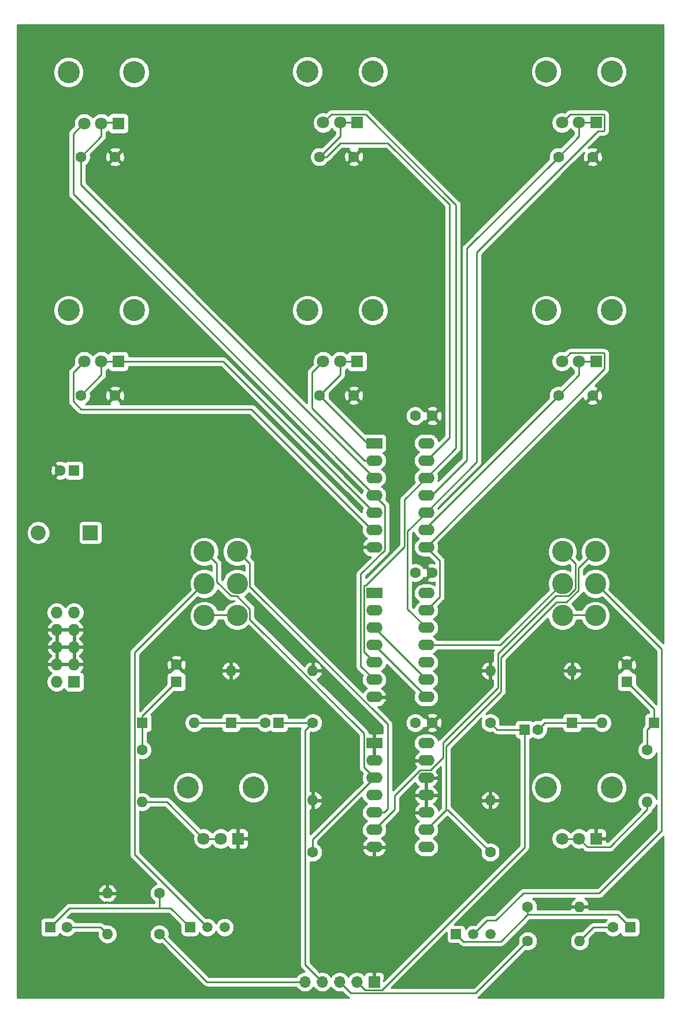
<source format=gbr>
G04 #@! TF.GenerationSoftware,KiCad,Pcbnew,5.1.6-c6e7f7d~87~ubuntu20.04.1*
G04 #@! TF.CreationDate,2020-11-04T13:05:29-05:00*
G04 #@! TF.ProjectId,noisebells,6e6f6973-6562-4656-9c6c-732e6b696361,rev?*
G04 #@! TF.SameCoordinates,Original*
G04 #@! TF.FileFunction,Copper,L1,Top*
G04 #@! TF.FilePolarity,Positive*
%FSLAX46Y46*%
G04 Gerber Fmt 4.6, Leading zero omitted, Abs format (unit mm)*
G04 Created by KiCad (PCBNEW 5.1.6-c6e7f7d~87~ubuntu20.04.1) date 2020-11-04 13:05:29*
%MOMM*%
%LPD*%
G01*
G04 APERTURE LIST*
G04 #@! TA.AperFunction,ComponentPad*
%ADD10R,1.800000X1.800000*%
G04 #@! TD*
G04 #@! TA.AperFunction,ComponentPad*
%ADD11C,1.800000*%
G04 #@! TD*
G04 #@! TA.AperFunction,ComponentPad*
%ADD12C,3.240000*%
G04 #@! TD*
G04 #@! TA.AperFunction,ComponentPad*
%ADD13O,2.400000X1.600000*%
G04 #@! TD*
G04 #@! TA.AperFunction,ComponentPad*
%ADD14R,2.400000X1.600000*%
G04 #@! TD*
G04 #@! TA.AperFunction,ComponentPad*
%ADD15C,3.100000*%
G04 #@! TD*
G04 #@! TA.AperFunction,ComponentPad*
%ADD16O,1.600000X1.600000*%
G04 #@! TD*
G04 #@! TA.AperFunction,ComponentPad*
%ADD17C,1.600000*%
G04 #@! TD*
G04 #@! TA.AperFunction,ComponentPad*
%ADD18R,1.600000X1.600000*%
G04 #@! TD*
G04 #@! TA.AperFunction,ComponentPad*
%ADD19O,2.200000X2.200000*%
G04 #@! TD*
G04 #@! TA.AperFunction,ComponentPad*
%ADD20R,2.200000X2.200000*%
G04 #@! TD*
G04 #@! TA.AperFunction,ComponentPad*
%ADD21O,1.700000X1.700000*%
G04 #@! TD*
G04 #@! TA.AperFunction,ComponentPad*
%ADD22R,1.700000X1.700000*%
G04 #@! TD*
G04 #@! TA.AperFunction,ComponentPad*
%ADD23R,1.500000X1.500000*%
G04 #@! TD*
G04 #@! TA.AperFunction,ComponentPad*
%ADD24C,1.500000*%
G04 #@! TD*
G04 #@! TA.AperFunction,ComponentPad*
%ADD25O,1.727200X1.727200*%
G04 #@! TD*
G04 #@! TA.AperFunction,ComponentPad*
%ADD26R,1.727200X1.727200*%
G04 #@! TD*
G04 #@! TA.AperFunction,Conductor*
%ADD27C,0.250000*%
G04 #@! TD*
G04 #@! TA.AperFunction,Conductor*
%ADD28C,0.254000*%
G04 #@! TD*
G04 APERTURE END LIST*
D10*
X192000000Y-185400000D03*
D11*
X189500000Y-185400000D03*
X187000000Y-185400000D03*
D12*
X184700000Y-177900000D03*
X194300000Y-177900000D03*
D10*
X244500000Y-185400000D03*
D11*
X242000000Y-185400000D03*
X239500000Y-185400000D03*
D12*
X237200000Y-177900000D03*
X246800000Y-177900000D03*
D10*
X174500000Y-115400000D03*
D11*
X172000000Y-115400000D03*
X169500000Y-115400000D03*
D12*
X167200000Y-107900000D03*
X176800000Y-107900000D03*
D10*
X209500000Y-115400000D03*
D11*
X207000000Y-115400000D03*
X204500000Y-115400000D03*
D12*
X202200000Y-107900000D03*
X211800000Y-107900000D03*
D10*
X174500000Y-80500000D03*
D11*
X172000000Y-80500000D03*
X169500000Y-80500000D03*
D12*
X167200000Y-73000000D03*
X176800000Y-73000000D03*
D10*
X209500000Y-80400000D03*
D11*
X207000000Y-80400000D03*
X204500000Y-80400000D03*
D12*
X202200000Y-72900000D03*
X211800000Y-72900000D03*
D10*
X244500000Y-115400000D03*
D11*
X242000000Y-115400000D03*
X239500000Y-115400000D03*
D12*
X237200000Y-107900000D03*
X246800000Y-107900000D03*
D10*
X244500000Y-80400000D03*
D11*
X242000000Y-80400000D03*
X239500000Y-80400000D03*
D12*
X237200000Y-72900000D03*
X246800000Y-72900000D03*
D13*
X219620000Y-171400000D03*
X212000000Y-186640000D03*
X219620000Y-173940000D03*
X212000000Y-184100000D03*
X219620000Y-176480000D03*
X212000000Y-181560000D03*
X219620000Y-179020000D03*
X212000000Y-179020000D03*
X219620000Y-181560000D03*
X212000000Y-176480000D03*
X219620000Y-184100000D03*
X212000000Y-173940000D03*
X219620000Y-186640000D03*
D14*
X212000000Y-171400000D03*
D15*
X187085000Y-143300000D03*
X187085000Y-148000000D03*
X187085000Y-152700000D03*
X191915000Y-143300000D03*
X191915000Y-152700000D03*
X191915000Y-148000000D03*
D16*
X242120000Y-200400000D03*
D17*
X234500000Y-200400000D03*
X249000000Y-159900000D03*
D18*
X249000000Y-162400000D03*
D17*
X183000000Y-159900000D03*
D18*
X183000000Y-162400000D03*
D19*
X162768000Y-140524000D03*
D20*
X170388000Y-140524000D03*
D21*
X201840000Y-206400000D03*
X204380000Y-206400000D03*
X206920000Y-206400000D03*
X209460000Y-206400000D03*
D22*
X212000000Y-206400000D03*
D17*
X220500000Y-168400000D03*
X218000000Y-168400000D03*
X220500000Y-146400000D03*
X218000000Y-146400000D03*
D16*
X172880000Y-199400000D03*
D17*
X180500000Y-199400000D03*
X174000000Y-120400000D03*
X169000000Y-120400000D03*
D23*
X224000000Y-199400000D03*
D24*
X229080000Y-199400000D03*
X226540000Y-199400000D03*
D17*
X196000000Y-168400000D03*
D18*
X198000000Y-168400000D03*
D16*
X245380000Y-168400000D03*
D18*
X253000000Y-168400000D03*
D16*
X229000000Y-160780000D03*
D17*
X229000000Y-168400000D03*
D13*
X219620000Y-149400000D03*
X212000000Y-164640000D03*
X219620000Y-151940000D03*
X212000000Y-162100000D03*
X219620000Y-154480000D03*
X212000000Y-159560000D03*
X219620000Y-157020000D03*
X212000000Y-157020000D03*
X219620000Y-159560000D03*
X212000000Y-154480000D03*
X219620000Y-162100000D03*
X212000000Y-151940000D03*
X219620000Y-164640000D03*
D14*
X212000000Y-149400000D03*
D17*
X209000000Y-85400000D03*
X204000000Y-85400000D03*
X244000000Y-120400000D03*
X239000000Y-120400000D03*
X174000000Y-85400000D03*
X169000000Y-85400000D03*
X209000000Y-120400000D03*
X204000000Y-120400000D03*
X166000000Y-131400000D03*
D18*
X168000000Y-131400000D03*
D23*
X185000000Y-198400000D03*
D24*
X190080000Y-198400000D03*
X187540000Y-198400000D03*
D17*
X244000000Y-85400000D03*
X239000000Y-85400000D03*
D16*
X185620000Y-168400000D03*
D18*
X178000000Y-168400000D03*
D17*
X247000000Y-198400000D03*
D18*
X249500000Y-198400000D03*
D13*
X219620000Y-127400000D03*
X212000000Y-142640000D03*
X219620000Y-129940000D03*
X212000000Y-140100000D03*
X219620000Y-132480000D03*
X212000000Y-137560000D03*
X219620000Y-135020000D03*
X212000000Y-135020000D03*
X219620000Y-137560000D03*
X212000000Y-132480000D03*
X219620000Y-140100000D03*
X212000000Y-129940000D03*
X219620000Y-142640000D03*
D14*
X212000000Y-127400000D03*
D15*
X239585000Y-143300000D03*
X239585000Y-148000000D03*
X239585000Y-152700000D03*
X244415000Y-143300000D03*
X244415000Y-152700000D03*
X244415000Y-148000000D03*
D16*
X252000000Y-180020000D03*
D17*
X252000000Y-172400000D03*
D16*
X241000000Y-160780000D03*
D18*
X241000000Y-168400000D03*
D16*
X178000000Y-180020000D03*
D17*
X178000000Y-172400000D03*
X167000000Y-198400000D03*
D18*
X164500000Y-198400000D03*
D16*
X229000000Y-179780000D03*
D17*
X229000000Y-187400000D03*
D16*
X203000000Y-179780000D03*
D17*
X203000000Y-187400000D03*
D16*
X242120000Y-195400000D03*
D17*
X234500000Y-195400000D03*
D16*
X172880000Y-193400000D03*
D17*
X180500000Y-193400000D03*
X236000000Y-169400000D03*
D18*
X234000000Y-169400000D03*
D16*
X191000000Y-160780000D03*
D18*
X191000000Y-168400000D03*
D16*
X203000000Y-160780000D03*
D17*
X203000000Y-168400000D03*
X220500000Y-123400000D03*
X218000000Y-123400000D03*
D25*
X165460000Y-152240000D03*
X168000000Y-152240000D03*
X165460000Y-154780000D03*
X168000000Y-154780000D03*
X165460000Y-157320000D03*
X168000000Y-157320000D03*
X165460000Y-159860000D03*
X168000000Y-159860000D03*
X165460000Y-162400000D03*
D26*
X168000000Y-162400000D03*
D27*
X225549990Y-129850010D02*
X220380000Y-135020000D01*
X244500000Y-80400000D02*
X242000000Y-80400000D01*
X220380000Y-135020000D02*
X219620000Y-135020000D01*
X239000000Y-85400000D02*
X225549990Y-98850010D01*
X225549990Y-98850010D02*
X225549990Y-129850010D01*
X242000000Y-80400000D02*
X242000000Y-82400000D01*
X242000000Y-82400000D02*
X239000000Y-85400000D01*
X242000000Y-117400000D02*
X239000000Y-120400000D01*
X244500000Y-115400000D02*
X242000000Y-115400000D01*
X219620000Y-139780000D02*
X219620000Y-140100000D01*
X239000000Y-120400000D02*
X219620000Y-139780000D01*
X242000000Y-115400000D02*
X242000000Y-117400000D01*
X214000000Y-83400000D02*
X207000000Y-83400000D01*
X207000000Y-82400000D02*
X204000000Y-85400000D01*
X207000000Y-80400000D02*
X207000000Y-82400000D01*
X223000000Y-92400000D02*
X214000000Y-83400000D01*
X219620000Y-129940000D02*
X223000000Y-126560000D01*
X223000000Y-126560000D02*
X223000000Y-92400000D01*
X205000000Y-85400000D02*
X204000000Y-85400000D01*
X207000000Y-83400000D02*
X205000000Y-85400000D01*
X209500000Y-80400000D02*
X207000000Y-80400000D01*
X172000000Y-82400000D02*
X169000000Y-85400000D01*
X169000000Y-89480000D02*
X212000000Y-132480000D01*
X174500000Y-80400000D02*
X172000000Y-80400000D01*
X169000000Y-85400000D02*
X169000000Y-89480000D01*
X172000000Y-80400000D02*
X172000000Y-82400000D01*
X211000000Y-127400000D02*
X212000000Y-127400000D01*
X204000000Y-120400000D02*
X211000000Y-127400000D01*
X207000000Y-115400000D02*
X207000000Y-117400000D01*
X209500000Y-115400000D02*
X207000000Y-115400000D01*
X207000000Y-117400000D02*
X204000000Y-120400000D01*
X172000000Y-117400000D02*
X169000000Y-120400000D01*
X174500000Y-115400000D02*
X189840000Y-115400000D01*
X189840000Y-115400000D02*
X212000000Y-137560000D01*
X172000000Y-115400000D02*
X172000000Y-117400000D01*
X174500000Y-115400000D02*
X172000000Y-115400000D01*
X237000000Y-168400000D02*
X236000000Y-169400000D01*
X245380000Y-168400000D02*
X242000000Y-168400000D01*
X241000000Y-168400000D02*
X237000000Y-168400000D01*
X242000000Y-168400000D02*
X241000000Y-168400000D01*
X252000000Y-169400000D02*
X253000000Y-168400000D01*
X253000000Y-166400000D02*
X249000000Y-162400000D01*
X252000000Y-172400000D02*
X252000000Y-169400000D01*
X253000000Y-168400000D02*
X253000000Y-166400000D01*
X191000000Y-168400000D02*
X196000000Y-168400000D01*
X185620000Y-168400000D02*
X191000000Y-168400000D01*
X178000000Y-167400000D02*
X183000000Y-162400000D01*
X178000000Y-168400000D02*
X178000000Y-167400000D01*
X178000000Y-172400000D02*
X178000000Y-168400000D01*
X244120000Y-198400000D02*
X242120000Y-200400000D01*
X247000000Y-198400000D02*
X244120000Y-198400000D01*
X247631370Y-196531370D02*
X249500000Y-198400000D01*
X234500000Y-196531370D02*
X247631370Y-196531370D01*
X230556369Y-200475001D02*
X234500000Y-196531370D01*
X224000000Y-199400000D02*
X225075001Y-200475001D01*
X225075001Y-200475001D02*
X230556369Y-200475001D01*
X234500000Y-196531370D02*
X234500000Y-195400000D01*
X171880000Y-198400000D02*
X172880000Y-199400000D01*
X167000000Y-198400000D02*
X171880000Y-198400000D01*
X182171002Y-195571002D02*
X185000000Y-198400000D01*
X180500000Y-195571002D02*
X167328998Y-195571002D01*
X167328998Y-195571002D02*
X164500000Y-198400000D01*
X180500000Y-195571002D02*
X182171002Y-195571002D01*
X180500000Y-195571002D02*
X180500000Y-193400000D01*
X212000000Y-154480000D02*
X219620000Y-162100000D01*
X219620000Y-137560000D02*
X216874999Y-140305001D01*
X240725001Y-79174999D02*
X245660001Y-79174999D01*
X227000000Y-99400000D02*
X227000000Y-130180000D01*
X239500000Y-80400000D02*
X240725001Y-79174999D01*
X245725001Y-81560001D02*
X245660001Y-81625001D01*
X245660001Y-79174999D02*
X245725001Y-79239999D01*
X216874999Y-140305001D02*
X216874999Y-151734999D01*
X245725001Y-79239999D02*
X245725001Y-81560001D01*
X216874999Y-151734999D02*
X219620000Y-154480000D01*
X244774999Y-81625001D02*
X227000000Y-99400000D01*
X245660001Y-81625001D02*
X244774999Y-81625001D01*
X227000000Y-130180000D02*
X219620000Y-137560000D01*
X239500000Y-115400000D02*
X240725001Y-114174999D01*
X221625001Y-144645001D02*
X221625001Y-149934999D01*
X245660001Y-114174999D02*
X245725001Y-114239999D01*
X245725001Y-116534999D02*
X219620000Y-142640000D01*
X240725001Y-114174999D02*
X245660001Y-114174999D01*
X245725001Y-114239999D02*
X245725001Y-116534999D01*
X221625001Y-149934999D02*
X219620000Y-151940000D01*
X219620000Y-142640000D02*
X221625001Y-144645001D01*
X224000000Y-92457499D02*
X224000000Y-128100000D01*
X210474990Y-148540512D02*
X210474999Y-148540503D01*
X224000000Y-128100000D02*
X219620000Y-132480000D01*
X205725001Y-79174999D02*
X210717500Y-79174999D01*
X210717500Y-79174999D02*
X224000000Y-92457499D01*
X210474990Y-158034990D02*
X210474990Y-148540512D01*
X216424989Y-142590513D02*
X216424989Y-135675011D01*
X210474999Y-148540503D02*
X210474999Y-148339999D01*
X204500000Y-80400000D02*
X205725001Y-79174999D01*
X210474999Y-148339999D02*
X210539999Y-148274999D01*
X216424989Y-135675011D02*
X219620000Y-132480000D01*
X212000000Y-159560000D02*
X210474990Y-158034990D01*
X210539999Y-148274999D02*
X210740503Y-148274999D01*
X210740503Y-148274999D02*
X216424989Y-142590513D01*
X167874999Y-90894999D02*
X167874999Y-82025001D01*
X210024990Y-160124990D02*
X210024990Y-146606014D01*
X210024990Y-146606014D02*
X213525010Y-143105994D01*
X213525010Y-143105994D02*
X213525010Y-136545010D01*
X167874999Y-82025001D02*
X169500000Y-80400000D01*
X213525010Y-136545010D02*
X212000000Y-135020000D01*
X212000000Y-162100000D02*
X210024990Y-160124990D01*
X212000000Y-135020000D02*
X167874999Y-90894999D01*
X212000000Y-162100000D02*
X212000000Y-162400000D01*
X202874999Y-122264999D02*
X202874999Y-117025001D01*
X210550000Y-129940000D02*
X202874999Y-122264999D01*
X202874999Y-117025001D02*
X204500000Y-115400000D01*
X212000000Y-129940000D02*
X210550000Y-129940000D01*
X169000000Y-122400000D02*
X194000000Y-122400000D01*
X167874999Y-121274999D02*
X169000000Y-122400000D01*
X169500000Y-115400000D02*
X167874999Y-117025001D01*
X211700000Y-140100000D02*
X212000000Y-140100000D01*
X212000000Y-140100000D02*
X212000000Y-140400000D01*
X167874999Y-117025001D02*
X167874999Y-121274999D01*
X194000000Y-122400000D02*
X211700000Y-140100000D01*
X239585000Y-152600000D02*
X244415000Y-152600000D01*
X222075502Y-171324498D02*
X222075502Y-173475502D01*
X230125001Y-158274999D02*
X230125001Y-163274999D01*
X241460001Y-145075001D02*
X241460001Y-148800001D01*
X240485001Y-149775001D02*
X238624999Y-149775001D01*
X215000000Y-179108996D02*
X215000000Y-181100000D01*
X220196014Y-175354990D02*
X218754006Y-175354990D01*
X218754006Y-175354990D02*
X215000000Y-179108996D01*
X230125001Y-163274999D02*
X222075502Y-171324498D01*
X238624999Y-149775001D02*
X230125001Y-158274999D01*
X241460001Y-148800001D02*
X240485001Y-149775001D01*
X239585000Y-143200000D02*
X241460001Y-145075001D01*
X222075502Y-173475502D02*
X220196014Y-175354990D01*
X215000000Y-181100000D02*
X212000000Y-184100000D01*
X230465000Y-157020000D02*
X239585000Y-147900000D01*
X219620000Y-157020000D02*
X230465000Y-157020000D01*
X234000000Y-186685002D02*
X234000000Y-169400000D01*
X210635001Y-207575001D02*
X213110001Y-207575001D01*
X213110001Y-207575001D02*
X234000000Y-186685002D01*
X234000000Y-169400000D02*
X230000000Y-169400000D01*
X230000000Y-169400000D02*
X229000000Y-168400000D01*
X209460000Y-206400000D02*
X210635001Y-207575001D01*
X203000000Y-168400000D02*
X201874999Y-169525001D01*
X201874999Y-169525001D02*
X201874999Y-203894999D01*
X201874999Y-203894999D02*
X204380000Y-206400000D01*
X203000000Y-168400000D02*
X198000000Y-168400000D01*
X180500000Y-199400000D02*
X187500000Y-206400000D01*
X187500000Y-206400000D02*
X201840000Y-206400000D01*
X234500000Y-200400000D02*
X226874990Y-208025010D01*
X226874990Y-208025010D02*
X208545010Y-208025010D01*
X208545010Y-208025010D02*
X206920000Y-206400000D01*
X228540000Y-197400000D02*
X229834998Y-197400000D01*
X229834998Y-197400000D02*
X233834998Y-193400000D01*
X254125001Y-184274999D02*
X254125001Y-157610001D01*
X233834998Y-193400000D02*
X245000000Y-193400000D01*
X245000000Y-193400000D02*
X254125001Y-184274999D01*
X254125001Y-157610001D02*
X244415000Y-147900000D01*
X226540000Y-199400000D02*
X228540000Y-197400000D01*
X176874999Y-187734999D02*
X187540000Y-198400000D01*
X176874999Y-158095001D02*
X176874999Y-187734999D01*
X187070000Y-147900000D02*
X176874999Y-158095001D01*
X252000000Y-181151370D02*
X252000000Y-180020000D01*
X246526369Y-186625001D02*
X252000000Y-181151370D01*
X243225001Y-186625001D02*
X246526369Y-186625001D01*
X242000000Y-185400000D02*
X243225001Y-186625001D01*
X242000000Y-185400000D02*
X239500000Y-185400000D01*
X240171413Y-150724999D02*
X238684999Y-150724999D01*
X244415000Y-143200000D02*
X241910010Y-145704990D01*
X230575011Y-163824989D02*
X222525512Y-171874488D01*
X238684999Y-150724999D02*
X230575011Y-158834987D01*
X230575011Y-158834987D02*
X230575011Y-163824989D01*
X222794488Y-181194488D02*
X222525512Y-181194488D01*
X222525512Y-181194488D02*
X219620000Y-184100000D01*
X222525512Y-171874488D02*
X222525512Y-181194488D01*
X229000000Y-187400000D02*
X222794488Y-181194488D01*
X241910010Y-145704990D02*
X241910011Y-148986401D01*
X241910011Y-148986401D02*
X240171413Y-150724999D01*
X181620000Y-180020000D02*
X187000000Y-185400000D01*
X178000000Y-180020000D02*
X181620000Y-180020000D01*
X187000000Y-185400000D02*
X189500000Y-185400000D01*
X203000000Y-185480000D02*
X212000000Y-176480000D01*
X203000000Y-187400000D02*
X203000000Y-185480000D01*
X188945001Y-145075001D02*
X187070000Y-143200000D01*
X188945001Y-147720003D02*
X188945001Y-145075001D01*
X190999999Y-149775001D02*
X188945001Y-147720003D01*
X191850003Y-149775001D02*
X190999999Y-149775001D01*
X193775001Y-151699999D02*
X191850003Y-149775001D01*
X193775001Y-153220003D02*
X193775001Y-151699999D01*
X210474990Y-169919992D02*
X193775001Y-153220003D01*
X210474990Y-174954990D02*
X210474990Y-169919992D01*
X212000000Y-176480000D02*
X210474990Y-174954990D01*
X191900000Y-152600000D02*
X187070000Y-152600000D01*
X212000000Y-157020000D02*
X219620000Y-164640000D01*
X193775001Y-145075001D02*
X191900000Y-143200000D01*
X193775001Y-148406005D02*
X193775001Y-145075001D01*
X213975020Y-181034980D02*
X213975020Y-168606024D01*
X213975020Y-168606024D02*
X193775001Y-148406005D01*
X213450000Y-181560000D02*
X213975020Y-181034980D01*
X212000000Y-181560000D02*
X213450000Y-181560000D01*
D28*
G36*
X254340001Y-208740000D02*
G01*
X227136104Y-208740000D01*
X227167237Y-208730556D01*
X227299266Y-208659984D01*
X227414991Y-208565011D01*
X227438794Y-208536007D01*
X234176114Y-201798688D01*
X234358665Y-201835000D01*
X234641335Y-201835000D01*
X234918574Y-201779853D01*
X235179727Y-201671680D01*
X235414759Y-201514637D01*
X235614637Y-201314759D01*
X235771680Y-201079727D01*
X235879853Y-200818574D01*
X235935000Y-200541335D01*
X235935000Y-200258665D01*
X235879853Y-199981426D01*
X235771680Y-199720273D01*
X235614637Y-199485241D01*
X235414759Y-199285363D01*
X235179727Y-199128320D01*
X234918574Y-199020147D01*
X234641335Y-198965000D01*
X234358665Y-198965000D01*
X234081426Y-199020147D01*
X233820273Y-199128320D01*
X233585241Y-199285363D01*
X233385363Y-199485241D01*
X233228320Y-199720273D01*
X233120147Y-199981426D01*
X233065000Y-200258665D01*
X233065000Y-200541335D01*
X233101312Y-200723886D01*
X226560189Y-207265010D01*
X214494793Y-207265010D01*
X222611928Y-199147875D01*
X222611928Y-200150000D01*
X222624188Y-200274482D01*
X222660498Y-200394180D01*
X222719463Y-200504494D01*
X222798815Y-200601185D01*
X222895506Y-200680537D01*
X223005820Y-200739502D01*
X223125518Y-200775812D01*
X223250000Y-200788072D01*
X224313270Y-200788072D01*
X224511202Y-200986004D01*
X224535000Y-201015002D01*
X224563998Y-201038800D01*
X224650724Y-201109975D01*
X224723738Y-201149002D01*
X224782754Y-201180547D01*
X224926015Y-201224004D01*
X225037668Y-201235001D01*
X225037678Y-201235001D01*
X225075001Y-201238677D01*
X225112323Y-201235001D01*
X230519047Y-201235001D01*
X230556369Y-201238677D01*
X230593691Y-201235001D01*
X230593702Y-201235001D01*
X230705355Y-201224004D01*
X230848616Y-201180547D01*
X230980645Y-201109975D01*
X231096370Y-201015002D01*
X231120173Y-200985998D01*
X234814803Y-197291370D01*
X246079234Y-197291370D01*
X245885363Y-197485241D01*
X245781957Y-197640000D01*
X244157322Y-197640000D01*
X244119999Y-197636324D01*
X244082676Y-197640000D01*
X244082667Y-197640000D01*
X243971014Y-197650997D01*
X243835032Y-197692246D01*
X243827753Y-197694454D01*
X243695723Y-197765026D01*
X243623526Y-197824277D01*
X243579999Y-197859999D01*
X243556201Y-197888997D01*
X242443886Y-199001312D01*
X242261335Y-198965000D01*
X241978665Y-198965000D01*
X241701426Y-199020147D01*
X241440273Y-199128320D01*
X241205241Y-199285363D01*
X241005363Y-199485241D01*
X240848320Y-199720273D01*
X240740147Y-199981426D01*
X240685000Y-200258665D01*
X240685000Y-200541335D01*
X240740147Y-200818574D01*
X240848320Y-201079727D01*
X241005363Y-201314759D01*
X241205241Y-201514637D01*
X241440273Y-201671680D01*
X241701426Y-201779853D01*
X241978665Y-201835000D01*
X242261335Y-201835000D01*
X242538574Y-201779853D01*
X242799727Y-201671680D01*
X243034759Y-201514637D01*
X243234637Y-201314759D01*
X243391680Y-201079727D01*
X243499853Y-200818574D01*
X243555000Y-200541335D01*
X243555000Y-200258665D01*
X243518688Y-200076114D01*
X244434802Y-199160000D01*
X245781957Y-199160000D01*
X245885363Y-199314759D01*
X246085241Y-199514637D01*
X246320273Y-199671680D01*
X246581426Y-199779853D01*
X246858665Y-199835000D01*
X247141335Y-199835000D01*
X247418574Y-199779853D01*
X247679727Y-199671680D01*
X247914759Y-199514637D01*
X248081339Y-199348057D01*
X248110498Y-199444180D01*
X248169463Y-199554494D01*
X248248815Y-199651185D01*
X248345506Y-199730537D01*
X248455820Y-199789502D01*
X248575518Y-199825812D01*
X248700000Y-199838072D01*
X250300000Y-199838072D01*
X250424482Y-199825812D01*
X250544180Y-199789502D01*
X250654494Y-199730537D01*
X250751185Y-199651185D01*
X250830537Y-199554494D01*
X250889502Y-199444180D01*
X250925812Y-199324482D01*
X250938072Y-199200000D01*
X250938072Y-197600000D01*
X250925812Y-197475518D01*
X250889502Y-197355820D01*
X250830537Y-197245506D01*
X250751185Y-197148815D01*
X250654494Y-197069463D01*
X250544180Y-197010498D01*
X250424482Y-196974188D01*
X250300000Y-196961928D01*
X249136730Y-196961928D01*
X248195174Y-196020373D01*
X248171371Y-195991369D01*
X248055646Y-195896396D01*
X247923617Y-195825824D01*
X247780356Y-195782367D01*
X247668703Y-195771370D01*
X247668692Y-195771370D01*
X247631370Y-195767694D01*
X247594048Y-195771370D01*
X243505131Y-195771370D01*
X243511904Y-195749039D01*
X243389915Y-195527000D01*
X242247000Y-195527000D01*
X242247000Y-195547000D01*
X241993000Y-195547000D01*
X241993000Y-195527000D01*
X240850085Y-195527000D01*
X240728096Y-195749039D01*
X240734869Y-195771370D01*
X235889243Y-195771370D01*
X235935000Y-195541335D01*
X235935000Y-195258665D01*
X235879853Y-194981426D01*
X235771680Y-194720273D01*
X235614637Y-194485241D01*
X235414759Y-194285363D01*
X235227140Y-194160000D01*
X241410960Y-194160000D01*
X241264869Y-194247615D01*
X241056481Y-194436586D01*
X240888963Y-194662580D01*
X240768754Y-194916913D01*
X240728096Y-195050961D01*
X240850085Y-195273000D01*
X241993000Y-195273000D01*
X241993000Y-195253000D01*
X242247000Y-195253000D01*
X242247000Y-195273000D01*
X243389915Y-195273000D01*
X243511904Y-195050961D01*
X243471246Y-194916913D01*
X243351037Y-194662580D01*
X243183519Y-194436586D01*
X242975131Y-194247615D01*
X242829040Y-194160000D01*
X244962678Y-194160000D01*
X245000000Y-194163676D01*
X245037322Y-194160000D01*
X245037333Y-194160000D01*
X245148986Y-194149003D01*
X245292247Y-194105546D01*
X245424276Y-194034974D01*
X245540001Y-193940001D01*
X245563804Y-193910997D01*
X254340001Y-185134801D01*
X254340001Y-208740000D01*
G37*
X254340001Y-208740000D02*
X227136104Y-208740000D01*
X227167237Y-208730556D01*
X227299266Y-208659984D01*
X227414991Y-208565011D01*
X227438794Y-208536007D01*
X234176114Y-201798688D01*
X234358665Y-201835000D01*
X234641335Y-201835000D01*
X234918574Y-201779853D01*
X235179727Y-201671680D01*
X235414759Y-201514637D01*
X235614637Y-201314759D01*
X235771680Y-201079727D01*
X235879853Y-200818574D01*
X235935000Y-200541335D01*
X235935000Y-200258665D01*
X235879853Y-199981426D01*
X235771680Y-199720273D01*
X235614637Y-199485241D01*
X235414759Y-199285363D01*
X235179727Y-199128320D01*
X234918574Y-199020147D01*
X234641335Y-198965000D01*
X234358665Y-198965000D01*
X234081426Y-199020147D01*
X233820273Y-199128320D01*
X233585241Y-199285363D01*
X233385363Y-199485241D01*
X233228320Y-199720273D01*
X233120147Y-199981426D01*
X233065000Y-200258665D01*
X233065000Y-200541335D01*
X233101312Y-200723886D01*
X226560189Y-207265010D01*
X214494793Y-207265010D01*
X222611928Y-199147875D01*
X222611928Y-200150000D01*
X222624188Y-200274482D01*
X222660498Y-200394180D01*
X222719463Y-200504494D01*
X222798815Y-200601185D01*
X222895506Y-200680537D01*
X223005820Y-200739502D01*
X223125518Y-200775812D01*
X223250000Y-200788072D01*
X224313270Y-200788072D01*
X224511202Y-200986004D01*
X224535000Y-201015002D01*
X224563998Y-201038800D01*
X224650724Y-201109975D01*
X224723738Y-201149002D01*
X224782754Y-201180547D01*
X224926015Y-201224004D01*
X225037668Y-201235001D01*
X225037678Y-201235001D01*
X225075001Y-201238677D01*
X225112323Y-201235001D01*
X230519047Y-201235001D01*
X230556369Y-201238677D01*
X230593691Y-201235001D01*
X230593702Y-201235001D01*
X230705355Y-201224004D01*
X230848616Y-201180547D01*
X230980645Y-201109975D01*
X231096370Y-201015002D01*
X231120173Y-200985998D01*
X234814803Y-197291370D01*
X246079234Y-197291370D01*
X245885363Y-197485241D01*
X245781957Y-197640000D01*
X244157322Y-197640000D01*
X244119999Y-197636324D01*
X244082676Y-197640000D01*
X244082667Y-197640000D01*
X243971014Y-197650997D01*
X243835032Y-197692246D01*
X243827753Y-197694454D01*
X243695723Y-197765026D01*
X243623526Y-197824277D01*
X243579999Y-197859999D01*
X243556201Y-197888997D01*
X242443886Y-199001312D01*
X242261335Y-198965000D01*
X241978665Y-198965000D01*
X241701426Y-199020147D01*
X241440273Y-199128320D01*
X241205241Y-199285363D01*
X241005363Y-199485241D01*
X240848320Y-199720273D01*
X240740147Y-199981426D01*
X240685000Y-200258665D01*
X240685000Y-200541335D01*
X240740147Y-200818574D01*
X240848320Y-201079727D01*
X241005363Y-201314759D01*
X241205241Y-201514637D01*
X241440273Y-201671680D01*
X241701426Y-201779853D01*
X241978665Y-201835000D01*
X242261335Y-201835000D01*
X242538574Y-201779853D01*
X242799727Y-201671680D01*
X243034759Y-201514637D01*
X243234637Y-201314759D01*
X243391680Y-201079727D01*
X243499853Y-200818574D01*
X243555000Y-200541335D01*
X243555000Y-200258665D01*
X243518688Y-200076114D01*
X244434802Y-199160000D01*
X245781957Y-199160000D01*
X245885363Y-199314759D01*
X246085241Y-199514637D01*
X246320273Y-199671680D01*
X246581426Y-199779853D01*
X246858665Y-199835000D01*
X247141335Y-199835000D01*
X247418574Y-199779853D01*
X247679727Y-199671680D01*
X247914759Y-199514637D01*
X248081339Y-199348057D01*
X248110498Y-199444180D01*
X248169463Y-199554494D01*
X248248815Y-199651185D01*
X248345506Y-199730537D01*
X248455820Y-199789502D01*
X248575518Y-199825812D01*
X248700000Y-199838072D01*
X250300000Y-199838072D01*
X250424482Y-199825812D01*
X250544180Y-199789502D01*
X250654494Y-199730537D01*
X250751185Y-199651185D01*
X250830537Y-199554494D01*
X250889502Y-199444180D01*
X250925812Y-199324482D01*
X250938072Y-199200000D01*
X250938072Y-197600000D01*
X250925812Y-197475518D01*
X250889502Y-197355820D01*
X250830537Y-197245506D01*
X250751185Y-197148815D01*
X250654494Y-197069463D01*
X250544180Y-197010498D01*
X250424482Y-196974188D01*
X250300000Y-196961928D01*
X249136730Y-196961928D01*
X248195174Y-196020373D01*
X248171371Y-195991369D01*
X248055646Y-195896396D01*
X247923617Y-195825824D01*
X247780356Y-195782367D01*
X247668703Y-195771370D01*
X247668692Y-195771370D01*
X247631370Y-195767694D01*
X247594048Y-195771370D01*
X243505131Y-195771370D01*
X243511904Y-195749039D01*
X243389915Y-195527000D01*
X242247000Y-195527000D01*
X242247000Y-195547000D01*
X241993000Y-195547000D01*
X241993000Y-195527000D01*
X240850085Y-195527000D01*
X240728096Y-195749039D01*
X240734869Y-195771370D01*
X235889243Y-195771370D01*
X235935000Y-195541335D01*
X235935000Y-195258665D01*
X235879853Y-194981426D01*
X235771680Y-194720273D01*
X235614637Y-194485241D01*
X235414759Y-194285363D01*
X235227140Y-194160000D01*
X241410960Y-194160000D01*
X241264869Y-194247615D01*
X241056481Y-194436586D01*
X240888963Y-194662580D01*
X240768754Y-194916913D01*
X240728096Y-195050961D01*
X240850085Y-195273000D01*
X241993000Y-195273000D01*
X241993000Y-195253000D01*
X242247000Y-195253000D01*
X242247000Y-195273000D01*
X243389915Y-195273000D01*
X243511904Y-195050961D01*
X243471246Y-194916913D01*
X243351037Y-194662580D01*
X243183519Y-194436586D01*
X242975131Y-194247615D01*
X242829040Y-194160000D01*
X244962678Y-194160000D01*
X245000000Y-194163676D01*
X245037322Y-194160000D01*
X245037333Y-194160000D01*
X245148986Y-194149003D01*
X245292247Y-194105546D01*
X245424276Y-194034974D01*
X245540001Y-193940001D01*
X245563804Y-193910997D01*
X254340001Y-185134801D01*
X254340001Y-208740000D01*
G36*
X254340001Y-156750199D02*
G01*
X246431418Y-148841616D01*
X246516031Y-148637341D01*
X246600000Y-148215204D01*
X246600000Y-147784796D01*
X246516031Y-147362659D01*
X246351322Y-146965015D01*
X246112200Y-146607144D01*
X245807856Y-146302800D01*
X245449985Y-146063678D01*
X245052341Y-145898969D01*
X244630204Y-145815000D01*
X244199796Y-145815000D01*
X243777659Y-145898969D01*
X243380015Y-146063678D01*
X243022144Y-146302800D01*
X242717800Y-146607144D01*
X242670010Y-146678667D01*
X242670009Y-146019792D01*
X243431962Y-145257839D01*
X243777659Y-145401031D01*
X244199796Y-145485000D01*
X244630204Y-145485000D01*
X245052341Y-145401031D01*
X245449985Y-145236322D01*
X245807856Y-144997200D01*
X246112200Y-144692856D01*
X246351322Y-144334985D01*
X246516031Y-143937341D01*
X246600000Y-143515204D01*
X246600000Y-143084796D01*
X246516031Y-142662659D01*
X246351322Y-142265015D01*
X246112200Y-141907144D01*
X245807856Y-141602800D01*
X245449985Y-141363678D01*
X245052341Y-141198969D01*
X244630204Y-141115000D01*
X244199796Y-141115000D01*
X243777659Y-141198969D01*
X243380015Y-141363678D01*
X243022144Y-141602800D01*
X242717800Y-141907144D01*
X242478678Y-142265015D01*
X242313969Y-142662659D01*
X242230000Y-143084796D01*
X242230000Y-143515204D01*
X242313969Y-143937341D01*
X242398582Y-144141616D01*
X242002344Y-144537854D01*
X242000002Y-144535000D01*
X241971005Y-144511203D01*
X241601418Y-144141616D01*
X241686031Y-143937341D01*
X241770000Y-143515204D01*
X241770000Y-143084796D01*
X241686031Y-142662659D01*
X241521322Y-142265015D01*
X241282200Y-141907144D01*
X240977856Y-141602800D01*
X240619985Y-141363678D01*
X240222341Y-141198969D01*
X239800204Y-141115000D01*
X239369796Y-141115000D01*
X238947659Y-141198969D01*
X238550015Y-141363678D01*
X238192144Y-141602800D01*
X237887800Y-141907144D01*
X237648678Y-142265015D01*
X237483969Y-142662659D01*
X237400000Y-143084796D01*
X237400000Y-143515204D01*
X237483969Y-143937341D01*
X237648678Y-144334985D01*
X237887800Y-144692856D01*
X238192144Y-144997200D01*
X238550015Y-145236322D01*
X238947659Y-145401031D01*
X239369796Y-145485000D01*
X239800204Y-145485000D01*
X240222341Y-145401031D01*
X240568037Y-145257839D01*
X240700001Y-145389803D01*
X240700001Y-146117143D01*
X240619985Y-146063678D01*
X240222341Y-145898969D01*
X239800204Y-145815000D01*
X239369796Y-145815000D01*
X238947659Y-145898969D01*
X238550015Y-146063678D01*
X238192144Y-146302800D01*
X237887800Y-146607144D01*
X237648678Y-146965015D01*
X237483969Y-147362659D01*
X237400000Y-147784796D01*
X237400000Y-148215204D01*
X237483969Y-148637341D01*
X237568582Y-148841616D01*
X230150199Y-156260000D01*
X221240901Y-156260000D01*
X221218932Y-156218899D01*
X221039608Y-156000392D01*
X220821101Y-155821068D01*
X220688142Y-155750000D01*
X220821101Y-155678932D01*
X221039608Y-155499608D01*
X221218932Y-155281101D01*
X221352182Y-155031808D01*
X221434236Y-154761309D01*
X221461943Y-154480000D01*
X221434236Y-154198691D01*
X221352182Y-153928192D01*
X221218932Y-153678899D01*
X221039608Y-153460392D01*
X220821101Y-153281068D01*
X220688142Y-153210000D01*
X220821101Y-153138932D01*
X221039608Y-152959608D01*
X221218932Y-152741101D01*
X221352182Y-152491808D01*
X221434236Y-152221309D01*
X221461943Y-151940000D01*
X221434236Y-151658691D01*
X221352182Y-151388192D01*
X221315408Y-151319393D01*
X222136004Y-150498798D01*
X222165002Y-150475000D01*
X222259975Y-150359275D01*
X222330547Y-150227246D01*
X222374004Y-150083985D01*
X222385001Y-149972332D01*
X222388678Y-149934999D01*
X222385001Y-149897666D01*
X222385001Y-144682334D01*
X222388678Y-144645001D01*
X222374004Y-144496015D01*
X222330547Y-144352754D01*
X222259975Y-144220725D01*
X222188800Y-144133998D01*
X222165002Y-144105000D01*
X222136005Y-144081203D01*
X221315408Y-143260607D01*
X221352182Y-143191808D01*
X221434236Y-142921309D01*
X221461943Y-142640000D01*
X221434236Y-142358691D01*
X221352182Y-142088192D01*
X221315408Y-142019393D01*
X241942100Y-121392702D01*
X243186903Y-121392702D01*
X243258486Y-121636671D01*
X243513996Y-121757571D01*
X243788184Y-121826300D01*
X244070512Y-121840217D01*
X244350130Y-121798787D01*
X244616292Y-121703603D01*
X244741514Y-121636671D01*
X244813097Y-121392702D01*
X244000000Y-120579605D01*
X243186903Y-121392702D01*
X241942100Y-121392702D01*
X242599079Y-120735724D01*
X242601213Y-120750130D01*
X242696397Y-121016292D01*
X242763329Y-121141514D01*
X243007298Y-121213097D01*
X243820395Y-120400000D01*
X244179605Y-120400000D01*
X244992702Y-121213097D01*
X245236671Y-121141514D01*
X245357571Y-120886004D01*
X245426300Y-120611816D01*
X245440217Y-120329488D01*
X245398787Y-120049870D01*
X245303603Y-119783708D01*
X245236671Y-119658486D01*
X244992702Y-119586903D01*
X244179605Y-120400000D01*
X243820395Y-120400000D01*
X243806253Y-120385858D01*
X243985858Y-120206253D01*
X244000000Y-120220395D01*
X244813097Y-119407298D01*
X244741514Y-119163329D01*
X244486004Y-119042429D01*
X244331182Y-119003621D01*
X246236009Y-117098794D01*
X246265002Y-117075000D01*
X246288796Y-117046007D01*
X246288800Y-117046003D01*
X246359974Y-116959276D01*
X246372950Y-116935000D01*
X246430547Y-116827246D01*
X246474004Y-116683985D01*
X246485001Y-116572332D01*
X246485001Y-116572323D01*
X246488677Y-116535000D01*
X246485001Y-116497677D01*
X246485001Y-114277322D01*
X246488677Y-114239999D01*
X246485001Y-114202677D01*
X246485001Y-114202666D01*
X246474004Y-114091013D01*
X246430547Y-113947752D01*
X246359975Y-113815723D01*
X246265002Y-113699998D01*
X246235999Y-113676196D01*
X246223805Y-113664002D01*
X246200002Y-113634998D01*
X246084277Y-113540025D01*
X245952248Y-113469453D01*
X245808987Y-113425996D01*
X245697334Y-113414999D01*
X245697323Y-113414999D01*
X245660001Y-113411323D01*
X245622679Y-113414999D01*
X240762323Y-113414999D01*
X240725000Y-113411323D01*
X240687677Y-113414999D01*
X240687668Y-113414999D01*
X240576015Y-113425996D01*
X240432754Y-113469453D01*
X240300724Y-113540025D01*
X240221522Y-113605025D01*
X240185000Y-113634998D01*
X240161202Y-113663996D01*
X239908930Y-113916269D01*
X239651184Y-113865000D01*
X239348816Y-113865000D01*
X239052257Y-113923989D01*
X238772905Y-114039701D01*
X238521495Y-114207688D01*
X238307688Y-114421495D01*
X238139701Y-114672905D01*
X238023989Y-114952257D01*
X237965000Y-115248816D01*
X237965000Y-115551184D01*
X238023989Y-115847743D01*
X238139701Y-116127095D01*
X238307688Y-116378505D01*
X238521495Y-116592312D01*
X238772905Y-116760299D01*
X239052257Y-116876011D01*
X239348816Y-116935000D01*
X239651184Y-116935000D01*
X239947743Y-116876011D01*
X240227095Y-116760299D01*
X240478505Y-116592312D01*
X240692312Y-116378505D01*
X240750000Y-116292169D01*
X240807688Y-116378505D01*
X241021495Y-116592312D01*
X241240001Y-116738313D01*
X241240001Y-117085197D01*
X239323886Y-119001312D01*
X239141335Y-118965000D01*
X238858665Y-118965000D01*
X238581426Y-119020147D01*
X238320273Y-119128320D01*
X238085241Y-119285363D01*
X237885363Y-119485241D01*
X237728320Y-119720273D01*
X237620147Y-119981426D01*
X237565000Y-120258665D01*
X237565000Y-120541335D01*
X237601312Y-120723886D01*
X221339930Y-136985269D01*
X221315408Y-136939393D01*
X227511003Y-130743799D01*
X227540001Y-130720001D01*
X227627251Y-130613687D01*
X227634974Y-130604277D01*
X227705546Y-130472247D01*
X227749003Y-130328986D01*
X227760000Y-130217333D01*
X227760000Y-130217324D01*
X227763676Y-130180001D01*
X227760000Y-130142678D01*
X227760000Y-107677902D01*
X234945000Y-107677902D01*
X234945000Y-108122098D01*
X235031658Y-108557759D01*
X235201645Y-108968143D01*
X235448427Y-109337479D01*
X235762521Y-109651573D01*
X236131857Y-109898355D01*
X236542241Y-110068342D01*
X236977902Y-110155000D01*
X237422098Y-110155000D01*
X237857759Y-110068342D01*
X238268143Y-109898355D01*
X238637479Y-109651573D01*
X238951573Y-109337479D01*
X239198355Y-108968143D01*
X239368342Y-108557759D01*
X239455000Y-108122098D01*
X239455000Y-107677902D01*
X244545000Y-107677902D01*
X244545000Y-108122098D01*
X244631658Y-108557759D01*
X244801645Y-108968143D01*
X245048427Y-109337479D01*
X245362521Y-109651573D01*
X245731857Y-109898355D01*
X246142241Y-110068342D01*
X246577902Y-110155000D01*
X247022098Y-110155000D01*
X247457759Y-110068342D01*
X247868143Y-109898355D01*
X248237479Y-109651573D01*
X248551573Y-109337479D01*
X248798355Y-108968143D01*
X248968342Y-108557759D01*
X249055000Y-108122098D01*
X249055000Y-107677902D01*
X248968342Y-107242241D01*
X248798355Y-106831857D01*
X248551573Y-106462521D01*
X248237479Y-106148427D01*
X247868143Y-105901645D01*
X247457759Y-105731658D01*
X247022098Y-105645000D01*
X246577902Y-105645000D01*
X246142241Y-105731658D01*
X245731857Y-105901645D01*
X245362521Y-106148427D01*
X245048427Y-106462521D01*
X244801645Y-106831857D01*
X244631658Y-107242241D01*
X244545000Y-107677902D01*
X239455000Y-107677902D01*
X239368342Y-107242241D01*
X239198355Y-106831857D01*
X238951573Y-106462521D01*
X238637479Y-106148427D01*
X238268143Y-105901645D01*
X237857759Y-105731658D01*
X237422098Y-105645000D01*
X236977902Y-105645000D01*
X236542241Y-105731658D01*
X236131857Y-105901645D01*
X235762521Y-106148427D01*
X235448427Y-106462521D01*
X235201645Y-106831857D01*
X235031658Y-107242241D01*
X234945000Y-107677902D01*
X227760000Y-107677902D01*
X227760000Y-99714801D01*
X241082099Y-86392702D01*
X243186903Y-86392702D01*
X243258486Y-86636671D01*
X243513996Y-86757571D01*
X243788184Y-86826300D01*
X244070512Y-86840217D01*
X244350130Y-86798787D01*
X244616292Y-86703603D01*
X244741514Y-86636671D01*
X244813097Y-86392702D01*
X244000000Y-85579605D01*
X243186903Y-86392702D01*
X241082099Y-86392702D01*
X242715739Y-84759063D01*
X242642429Y-84913996D01*
X242573700Y-85188184D01*
X242559783Y-85470512D01*
X242601213Y-85750130D01*
X242696397Y-86016292D01*
X242763329Y-86141514D01*
X243007298Y-86213097D01*
X243820395Y-85400000D01*
X244179605Y-85400000D01*
X244992702Y-86213097D01*
X245236671Y-86141514D01*
X245357571Y-85886004D01*
X245426300Y-85611816D01*
X245440217Y-85329488D01*
X245398787Y-85049870D01*
X245303603Y-84783708D01*
X245236671Y-84658486D01*
X244992702Y-84586903D01*
X244179605Y-85400000D01*
X243820395Y-85400000D01*
X243806253Y-85385858D01*
X243985858Y-85206253D01*
X244000000Y-85220395D01*
X244813097Y-84407298D01*
X244741514Y-84163329D01*
X244486004Y-84042429D01*
X244211816Y-83973700D01*
X243929488Y-83959783D01*
X243649870Y-84001213D01*
X243383708Y-84096397D01*
X243372316Y-84102486D01*
X245089801Y-82385001D01*
X245622679Y-82385001D01*
X245660001Y-82388677D01*
X245697323Y-82385001D01*
X245697334Y-82385001D01*
X245808987Y-82374004D01*
X245952248Y-82330547D01*
X246084277Y-82259975D01*
X246200002Y-82165002D01*
X246223805Y-82135998D01*
X246235998Y-82123805D01*
X246265002Y-82100002D01*
X246359975Y-81984277D01*
X246430547Y-81852248D01*
X246474004Y-81708987D01*
X246485001Y-81597334D01*
X246485001Y-81597323D01*
X246488677Y-81560001D01*
X246485001Y-81522678D01*
X246485001Y-79277322D01*
X246488677Y-79239999D01*
X246485001Y-79202677D01*
X246485001Y-79202666D01*
X246474004Y-79091013D01*
X246430547Y-78947752D01*
X246359975Y-78815723D01*
X246265002Y-78699998D01*
X246235999Y-78676196D01*
X246223805Y-78664002D01*
X246200002Y-78634998D01*
X246084277Y-78540025D01*
X245952248Y-78469453D01*
X245808987Y-78425996D01*
X245697334Y-78414999D01*
X245697323Y-78414999D01*
X245660001Y-78411323D01*
X245622679Y-78414999D01*
X240762323Y-78414999D01*
X240725000Y-78411323D01*
X240687677Y-78414999D01*
X240687668Y-78414999D01*
X240576015Y-78425996D01*
X240432754Y-78469453D01*
X240300724Y-78540025D01*
X240221522Y-78605025D01*
X240185000Y-78634998D01*
X240161202Y-78663996D01*
X239908930Y-78916269D01*
X239651184Y-78865000D01*
X239348816Y-78865000D01*
X239052257Y-78923989D01*
X238772905Y-79039701D01*
X238521495Y-79207688D01*
X238307688Y-79421495D01*
X238139701Y-79672905D01*
X238023989Y-79952257D01*
X237965000Y-80248816D01*
X237965000Y-80551184D01*
X238023989Y-80847743D01*
X238139701Y-81127095D01*
X238307688Y-81378505D01*
X238521495Y-81592312D01*
X238772905Y-81760299D01*
X239052257Y-81876011D01*
X239348816Y-81935000D01*
X239651184Y-81935000D01*
X239947743Y-81876011D01*
X240227095Y-81760299D01*
X240478505Y-81592312D01*
X240692312Y-81378505D01*
X240750000Y-81292169D01*
X240807688Y-81378505D01*
X241021495Y-81592312D01*
X241240001Y-81738313D01*
X241240001Y-82085197D01*
X239323886Y-84001312D01*
X239141335Y-83965000D01*
X238858665Y-83965000D01*
X238581426Y-84020147D01*
X238320273Y-84128320D01*
X238085241Y-84285363D01*
X237885363Y-84485241D01*
X237728320Y-84720273D01*
X237620147Y-84981426D01*
X237565000Y-85258665D01*
X237565000Y-85541335D01*
X237601312Y-85723886D01*
X225038993Y-98286206D01*
X225009989Y-98310009D01*
X224954861Y-98377184D01*
X224915016Y-98425734D01*
X224844445Y-98557763D01*
X224844444Y-98557764D01*
X224800987Y-98701025D01*
X224789990Y-98812678D01*
X224789990Y-98812688D01*
X224786314Y-98850010D01*
X224789990Y-98887332D01*
X224789991Y-129535207D01*
X221377781Y-132947417D01*
X221434236Y-132761309D01*
X221461943Y-132480000D01*
X221434236Y-132198691D01*
X221352182Y-131928192D01*
X221315408Y-131859393D01*
X224511008Y-128663795D01*
X224540001Y-128640001D01*
X224563795Y-128611008D01*
X224563799Y-128611004D01*
X224634973Y-128524277D01*
X224645277Y-128505000D01*
X224705546Y-128392247D01*
X224749003Y-128248986D01*
X224760000Y-128137333D01*
X224760000Y-128137324D01*
X224763676Y-128100001D01*
X224760000Y-128062678D01*
X224760000Y-92494824D01*
X224763676Y-92457499D01*
X224760000Y-92420174D01*
X224760000Y-92420166D01*
X224749003Y-92308513D01*
X224705546Y-92165252D01*
X224634974Y-92033223D01*
X224540001Y-91917498D01*
X224511004Y-91893701D01*
X211281304Y-78664002D01*
X211257501Y-78634998D01*
X211141776Y-78540025D01*
X211009747Y-78469453D01*
X210866486Y-78425996D01*
X210754833Y-78414999D01*
X210754822Y-78414999D01*
X210717500Y-78411323D01*
X210680178Y-78414999D01*
X205762323Y-78414999D01*
X205725000Y-78411323D01*
X205687677Y-78414999D01*
X205687668Y-78414999D01*
X205576015Y-78425996D01*
X205432754Y-78469453D01*
X205300724Y-78540025D01*
X205221522Y-78605025D01*
X205185000Y-78634998D01*
X205161202Y-78663996D01*
X204908930Y-78916269D01*
X204651184Y-78865000D01*
X204348816Y-78865000D01*
X204052257Y-78923989D01*
X203772905Y-79039701D01*
X203521495Y-79207688D01*
X203307688Y-79421495D01*
X203139701Y-79672905D01*
X203023989Y-79952257D01*
X202965000Y-80248816D01*
X202965000Y-80551184D01*
X203023989Y-80847743D01*
X203139701Y-81127095D01*
X203307688Y-81378505D01*
X203521495Y-81592312D01*
X203772905Y-81760299D01*
X204052257Y-81876011D01*
X204348816Y-81935000D01*
X204651184Y-81935000D01*
X204947743Y-81876011D01*
X205227095Y-81760299D01*
X205478505Y-81592312D01*
X205692312Y-81378505D01*
X205750000Y-81292169D01*
X205807688Y-81378505D01*
X206021495Y-81592312D01*
X206240001Y-81738313D01*
X206240001Y-82085197D01*
X204323886Y-84001312D01*
X204141335Y-83965000D01*
X203858665Y-83965000D01*
X203581426Y-84020147D01*
X203320273Y-84128320D01*
X203085241Y-84285363D01*
X202885363Y-84485241D01*
X202728320Y-84720273D01*
X202620147Y-84981426D01*
X202565000Y-85258665D01*
X202565000Y-85541335D01*
X202620147Y-85818574D01*
X202728320Y-86079727D01*
X202885363Y-86314759D01*
X203085241Y-86514637D01*
X203320273Y-86671680D01*
X203581426Y-86779853D01*
X203858665Y-86835000D01*
X204141335Y-86835000D01*
X204418574Y-86779853D01*
X204679727Y-86671680D01*
X204914759Y-86514637D01*
X205036694Y-86392702D01*
X208186903Y-86392702D01*
X208258486Y-86636671D01*
X208513996Y-86757571D01*
X208788184Y-86826300D01*
X209070512Y-86840217D01*
X209350130Y-86798787D01*
X209616292Y-86703603D01*
X209741514Y-86636671D01*
X209813097Y-86392702D01*
X209000000Y-85579605D01*
X208186903Y-86392702D01*
X205036694Y-86392702D01*
X205114637Y-86314759D01*
X205244814Y-86119934D01*
X205292247Y-86105546D01*
X205424276Y-86034974D01*
X205540001Y-85940001D01*
X205563804Y-85910997D01*
X206004289Y-85470512D01*
X207559783Y-85470512D01*
X207601213Y-85750130D01*
X207696397Y-86016292D01*
X207763329Y-86141514D01*
X208007298Y-86213097D01*
X208820395Y-85400000D01*
X209179605Y-85400000D01*
X209992702Y-86213097D01*
X210236671Y-86141514D01*
X210357571Y-85886004D01*
X210426300Y-85611816D01*
X210440217Y-85329488D01*
X210398787Y-85049870D01*
X210303603Y-84783708D01*
X210236671Y-84658486D01*
X209992702Y-84586903D01*
X209179605Y-85400000D01*
X208820395Y-85400000D01*
X208007298Y-84586903D01*
X207763329Y-84658486D01*
X207642429Y-84913996D01*
X207573700Y-85188184D01*
X207559783Y-85470512D01*
X206004289Y-85470512D01*
X207314802Y-84160000D01*
X208264714Y-84160000D01*
X208258486Y-84163329D01*
X208186903Y-84407298D01*
X209000000Y-85220395D01*
X209813097Y-84407298D01*
X209741514Y-84163329D01*
X209734478Y-84160000D01*
X213685199Y-84160000D01*
X222240001Y-92714803D01*
X222240000Y-126245198D01*
X221418473Y-127066726D01*
X221352182Y-126848192D01*
X221218932Y-126598899D01*
X221039608Y-126380392D01*
X220821101Y-126201068D01*
X220571808Y-126067818D01*
X220301309Y-125985764D01*
X220090492Y-125965000D01*
X219149508Y-125965000D01*
X218938691Y-125985764D01*
X218668192Y-126067818D01*
X218418899Y-126201068D01*
X218200392Y-126380392D01*
X218021068Y-126598899D01*
X217887818Y-126848192D01*
X217805764Y-127118691D01*
X217778057Y-127400000D01*
X217805764Y-127681309D01*
X217887818Y-127951808D01*
X218021068Y-128201101D01*
X218200392Y-128419608D01*
X218418899Y-128598932D01*
X218551858Y-128670000D01*
X218418899Y-128741068D01*
X218200392Y-128920392D01*
X218021068Y-129138899D01*
X217887818Y-129388192D01*
X217805764Y-129658691D01*
X217778057Y-129940000D01*
X217805764Y-130221309D01*
X217887818Y-130491808D01*
X218021068Y-130741101D01*
X218200392Y-130959608D01*
X218418899Y-131138932D01*
X218551858Y-131210000D01*
X218418899Y-131281068D01*
X218200392Y-131460392D01*
X218021068Y-131678899D01*
X217887818Y-131928192D01*
X217805764Y-132198691D01*
X217778057Y-132480000D01*
X217805764Y-132761309D01*
X217887818Y-133031808D01*
X217924592Y-133100607D01*
X215913987Y-135111212D01*
X215884989Y-135135010D01*
X215861191Y-135164008D01*
X215861190Y-135164009D01*
X215790015Y-135250735D01*
X215719443Y-135382765D01*
X215675987Y-135526026D01*
X215661313Y-135675011D01*
X215664990Y-135712343D01*
X215664989Y-142275711D01*
X210784990Y-147155711D01*
X210784990Y-146920815D01*
X214036014Y-143669792D01*
X214065011Y-143645995D01*
X214159984Y-143530270D01*
X214230556Y-143398241D01*
X214274013Y-143254980D01*
X214285010Y-143143327D01*
X214285010Y-143143319D01*
X214288686Y-143105994D01*
X214285010Y-143068669D01*
X214285010Y-136582333D01*
X214288686Y-136545010D01*
X214285010Y-136507687D01*
X214285010Y-136507677D01*
X214274013Y-136396024D01*
X214230556Y-136252763D01*
X214159984Y-136120734D01*
X214065011Y-136005009D01*
X214036013Y-135981211D01*
X213695408Y-135640607D01*
X213732182Y-135571808D01*
X213814236Y-135301309D01*
X213841943Y-135020000D01*
X213814236Y-134738691D01*
X213732182Y-134468192D01*
X213598932Y-134218899D01*
X213419608Y-134000392D01*
X213201101Y-133821068D01*
X213068142Y-133750000D01*
X213201101Y-133678932D01*
X213419608Y-133499608D01*
X213598932Y-133281101D01*
X213732182Y-133031808D01*
X213814236Y-132761309D01*
X213841943Y-132480000D01*
X213814236Y-132198691D01*
X213732182Y-131928192D01*
X213598932Y-131678899D01*
X213419608Y-131460392D01*
X213201101Y-131281068D01*
X213068142Y-131210000D01*
X213201101Y-131138932D01*
X213419608Y-130959608D01*
X213598932Y-130741101D01*
X213732182Y-130491808D01*
X213814236Y-130221309D01*
X213841943Y-129940000D01*
X213814236Y-129658691D01*
X213732182Y-129388192D01*
X213598932Y-129138899D01*
X213419608Y-128920392D01*
X213306518Y-128827581D01*
X213324482Y-128825812D01*
X213444180Y-128789502D01*
X213554494Y-128730537D01*
X213651185Y-128651185D01*
X213730537Y-128554494D01*
X213789502Y-128444180D01*
X213825812Y-128324482D01*
X213838072Y-128200000D01*
X213838072Y-126600000D01*
X213825812Y-126475518D01*
X213789502Y-126355820D01*
X213730537Y-126245506D01*
X213651185Y-126148815D01*
X213554494Y-126069463D01*
X213444180Y-126010498D01*
X213324482Y-125974188D01*
X213200000Y-125961928D01*
X210800000Y-125961928D01*
X210675518Y-125974188D01*
X210655164Y-125980362D01*
X207933467Y-123258665D01*
X216565000Y-123258665D01*
X216565000Y-123541335D01*
X216620147Y-123818574D01*
X216728320Y-124079727D01*
X216885363Y-124314759D01*
X217085241Y-124514637D01*
X217320273Y-124671680D01*
X217581426Y-124779853D01*
X217858665Y-124835000D01*
X218141335Y-124835000D01*
X218418574Y-124779853D01*
X218679727Y-124671680D01*
X218914759Y-124514637D01*
X219036694Y-124392702D01*
X219686903Y-124392702D01*
X219758486Y-124636671D01*
X220013996Y-124757571D01*
X220288184Y-124826300D01*
X220570512Y-124840217D01*
X220850130Y-124798787D01*
X221116292Y-124703603D01*
X221241514Y-124636671D01*
X221313097Y-124392702D01*
X220500000Y-123579605D01*
X219686903Y-124392702D01*
X219036694Y-124392702D01*
X219114637Y-124314759D01*
X219248692Y-124114131D01*
X219263329Y-124141514D01*
X219507298Y-124213097D01*
X220320395Y-123400000D01*
X220679605Y-123400000D01*
X221492702Y-124213097D01*
X221736671Y-124141514D01*
X221857571Y-123886004D01*
X221926300Y-123611816D01*
X221940217Y-123329488D01*
X221898787Y-123049870D01*
X221803603Y-122783708D01*
X221736671Y-122658486D01*
X221492702Y-122586903D01*
X220679605Y-123400000D01*
X220320395Y-123400000D01*
X219507298Y-122586903D01*
X219263329Y-122658486D01*
X219249676Y-122687341D01*
X219114637Y-122485241D01*
X219036694Y-122407298D01*
X219686903Y-122407298D01*
X220500000Y-123220395D01*
X221313097Y-122407298D01*
X221241514Y-122163329D01*
X220986004Y-122042429D01*
X220711816Y-121973700D01*
X220429488Y-121959783D01*
X220149870Y-122001213D01*
X219883708Y-122096397D01*
X219758486Y-122163329D01*
X219686903Y-122407298D01*
X219036694Y-122407298D01*
X218914759Y-122285363D01*
X218679727Y-122128320D01*
X218418574Y-122020147D01*
X218141335Y-121965000D01*
X217858665Y-121965000D01*
X217581426Y-122020147D01*
X217320273Y-122128320D01*
X217085241Y-122285363D01*
X216885363Y-122485241D01*
X216728320Y-122720273D01*
X216620147Y-122981426D01*
X216565000Y-123258665D01*
X207933467Y-123258665D01*
X206067504Y-121392702D01*
X208186903Y-121392702D01*
X208258486Y-121636671D01*
X208513996Y-121757571D01*
X208788184Y-121826300D01*
X209070512Y-121840217D01*
X209350130Y-121798787D01*
X209616292Y-121703603D01*
X209741514Y-121636671D01*
X209813097Y-121392702D01*
X209000000Y-120579605D01*
X208186903Y-121392702D01*
X206067504Y-121392702D01*
X205398688Y-120723887D01*
X205435000Y-120541335D01*
X205435000Y-120470512D01*
X207559783Y-120470512D01*
X207601213Y-120750130D01*
X207696397Y-121016292D01*
X207763329Y-121141514D01*
X208007298Y-121213097D01*
X208820395Y-120400000D01*
X209179605Y-120400000D01*
X209992702Y-121213097D01*
X210236671Y-121141514D01*
X210357571Y-120886004D01*
X210426300Y-120611816D01*
X210440217Y-120329488D01*
X210398787Y-120049870D01*
X210303603Y-119783708D01*
X210236671Y-119658486D01*
X209992702Y-119586903D01*
X209179605Y-120400000D01*
X208820395Y-120400000D01*
X208007298Y-119586903D01*
X207763329Y-119658486D01*
X207642429Y-119913996D01*
X207573700Y-120188184D01*
X207559783Y-120470512D01*
X205435000Y-120470512D01*
X205435000Y-120258665D01*
X205398688Y-120076114D01*
X206067504Y-119407298D01*
X208186903Y-119407298D01*
X209000000Y-120220395D01*
X209813097Y-119407298D01*
X209741514Y-119163329D01*
X209486004Y-119042429D01*
X209211816Y-118973700D01*
X208929488Y-118959783D01*
X208649870Y-119001213D01*
X208383708Y-119096397D01*
X208258486Y-119163329D01*
X208186903Y-119407298D01*
X206067504Y-119407298D01*
X207511003Y-117963799D01*
X207540001Y-117940001D01*
X207634974Y-117824276D01*
X207705546Y-117692247D01*
X207749003Y-117548986D01*
X207760000Y-117437333D01*
X207760000Y-117437325D01*
X207763676Y-117400000D01*
X207760000Y-117362675D01*
X207760000Y-116738313D01*
X207978505Y-116592312D01*
X208016120Y-116554697D01*
X208069463Y-116654494D01*
X208148815Y-116751185D01*
X208245506Y-116830537D01*
X208355820Y-116889502D01*
X208475518Y-116925812D01*
X208600000Y-116938072D01*
X210400000Y-116938072D01*
X210524482Y-116925812D01*
X210644180Y-116889502D01*
X210754494Y-116830537D01*
X210851185Y-116751185D01*
X210930537Y-116654494D01*
X210989502Y-116544180D01*
X211025812Y-116424482D01*
X211038072Y-116300000D01*
X211038072Y-114500000D01*
X211025812Y-114375518D01*
X210989502Y-114255820D01*
X210930537Y-114145506D01*
X210851185Y-114048815D01*
X210754494Y-113969463D01*
X210644180Y-113910498D01*
X210524482Y-113874188D01*
X210400000Y-113861928D01*
X208600000Y-113861928D01*
X208475518Y-113874188D01*
X208355820Y-113910498D01*
X208245506Y-113969463D01*
X208148815Y-114048815D01*
X208069463Y-114145506D01*
X208016120Y-114245303D01*
X207978505Y-114207688D01*
X207727095Y-114039701D01*
X207447743Y-113923989D01*
X207151184Y-113865000D01*
X206848816Y-113865000D01*
X206552257Y-113923989D01*
X206272905Y-114039701D01*
X206021495Y-114207688D01*
X205807688Y-114421495D01*
X205750000Y-114507831D01*
X205692312Y-114421495D01*
X205478505Y-114207688D01*
X205227095Y-114039701D01*
X204947743Y-113923989D01*
X204651184Y-113865000D01*
X204348816Y-113865000D01*
X204052257Y-113923989D01*
X203772905Y-114039701D01*
X203521495Y-114207688D01*
X203307688Y-114421495D01*
X203139701Y-114672905D01*
X203023989Y-114952257D01*
X202965000Y-115248816D01*
X202965000Y-115551184D01*
X203016269Y-115808930D01*
X202363997Y-116461202D01*
X202334999Y-116485000D01*
X202311201Y-116513998D01*
X202311200Y-116513999D01*
X202240025Y-116600725D01*
X202169453Y-116732755D01*
X202140791Y-116827246D01*
X202125999Y-116876011D01*
X202125997Y-116876016D01*
X202111323Y-117025001D01*
X202115000Y-117062333D01*
X202114999Y-121520197D01*
X188272704Y-107677902D01*
X199945000Y-107677902D01*
X199945000Y-108122098D01*
X200031658Y-108557759D01*
X200201645Y-108968143D01*
X200448427Y-109337479D01*
X200762521Y-109651573D01*
X201131857Y-109898355D01*
X201542241Y-110068342D01*
X201977902Y-110155000D01*
X202422098Y-110155000D01*
X202857759Y-110068342D01*
X203268143Y-109898355D01*
X203637479Y-109651573D01*
X203951573Y-109337479D01*
X204198355Y-108968143D01*
X204368342Y-108557759D01*
X204455000Y-108122098D01*
X204455000Y-107677902D01*
X209545000Y-107677902D01*
X209545000Y-108122098D01*
X209631658Y-108557759D01*
X209801645Y-108968143D01*
X210048427Y-109337479D01*
X210362521Y-109651573D01*
X210731857Y-109898355D01*
X211142241Y-110068342D01*
X211577902Y-110155000D01*
X212022098Y-110155000D01*
X212457759Y-110068342D01*
X212868143Y-109898355D01*
X213237479Y-109651573D01*
X213551573Y-109337479D01*
X213798355Y-108968143D01*
X213968342Y-108557759D01*
X214055000Y-108122098D01*
X214055000Y-107677902D01*
X213968342Y-107242241D01*
X213798355Y-106831857D01*
X213551573Y-106462521D01*
X213237479Y-106148427D01*
X212868143Y-105901645D01*
X212457759Y-105731658D01*
X212022098Y-105645000D01*
X211577902Y-105645000D01*
X211142241Y-105731658D01*
X210731857Y-105901645D01*
X210362521Y-106148427D01*
X210048427Y-106462521D01*
X209801645Y-106831857D01*
X209631658Y-107242241D01*
X209545000Y-107677902D01*
X204455000Y-107677902D01*
X204368342Y-107242241D01*
X204198355Y-106831857D01*
X203951573Y-106462521D01*
X203637479Y-106148427D01*
X203268143Y-105901645D01*
X202857759Y-105731658D01*
X202422098Y-105645000D01*
X201977902Y-105645000D01*
X201542241Y-105731658D01*
X201131857Y-105901645D01*
X200762521Y-106148427D01*
X200448427Y-106462521D01*
X200201645Y-106831857D01*
X200031658Y-107242241D01*
X199945000Y-107677902D01*
X188272704Y-107677902D01*
X169760000Y-89165199D01*
X169760000Y-86618043D01*
X169914759Y-86514637D01*
X170036694Y-86392702D01*
X173186903Y-86392702D01*
X173258486Y-86636671D01*
X173513996Y-86757571D01*
X173788184Y-86826300D01*
X174070512Y-86840217D01*
X174350130Y-86798787D01*
X174616292Y-86703603D01*
X174741514Y-86636671D01*
X174813097Y-86392702D01*
X174000000Y-85579605D01*
X173186903Y-86392702D01*
X170036694Y-86392702D01*
X170114637Y-86314759D01*
X170271680Y-86079727D01*
X170379853Y-85818574D01*
X170435000Y-85541335D01*
X170435000Y-85470512D01*
X172559783Y-85470512D01*
X172601213Y-85750130D01*
X172696397Y-86016292D01*
X172763329Y-86141514D01*
X173007298Y-86213097D01*
X173820395Y-85400000D01*
X174179605Y-85400000D01*
X174992702Y-86213097D01*
X175236671Y-86141514D01*
X175357571Y-85886004D01*
X175426300Y-85611816D01*
X175440217Y-85329488D01*
X175398787Y-85049870D01*
X175303603Y-84783708D01*
X175236671Y-84658486D01*
X174992702Y-84586903D01*
X174179605Y-85400000D01*
X173820395Y-85400000D01*
X173007298Y-84586903D01*
X172763329Y-84658486D01*
X172642429Y-84913996D01*
X172573700Y-85188184D01*
X172559783Y-85470512D01*
X170435000Y-85470512D01*
X170435000Y-85258665D01*
X170398688Y-85076114D01*
X171067504Y-84407298D01*
X173186903Y-84407298D01*
X174000000Y-85220395D01*
X174813097Y-84407298D01*
X174741514Y-84163329D01*
X174486004Y-84042429D01*
X174211816Y-83973700D01*
X173929488Y-83959783D01*
X173649870Y-84001213D01*
X173383708Y-84096397D01*
X173258486Y-84163329D01*
X173186903Y-84407298D01*
X171067504Y-84407298D01*
X172511003Y-82963799D01*
X172540001Y-82940001D01*
X172634974Y-82824276D01*
X172705546Y-82692247D01*
X172749003Y-82548986D01*
X172760000Y-82437333D01*
X172760000Y-82437325D01*
X172763676Y-82400000D01*
X172760000Y-82362675D01*
X172760000Y-81838313D01*
X172978505Y-81692312D01*
X173016120Y-81654697D01*
X173069463Y-81754494D01*
X173148815Y-81851185D01*
X173245506Y-81930537D01*
X173355820Y-81989502D01*
X173475518Y-82025812D01*
X173600000Y-82038072D01*
X175400000Y-82038072D01*
X175524482Y-82025812D01*
X175644180Y-81989502D01*
X175754494Y-81930537D01*
X175851185Y-81851185D01*
X175930537Y-81754494D01*
X175989502Y-81644180D01*
X176025812Y-81524482D01*
X176038072Y-81400000D01*
X176038072Y-79600000D01*
X176025812Y-79475518D01*
X175989502Y-79355820D01*
X175930537Y-79245506D01*
X175851185Y-79148815D01*
X175754494Y-79069463D01*
X175644180Y-79010498D01*
X175524482Y-78974188D01*
X175400000Y-78961928D01*
X173600000Y-78961928D01*
X173475518Y-78974188D01*
X173355820Y-79010498D01*
X173245506Y-79069463D01*
X173148815Y-79148815D01*
X173069463Y-79245506D01*
X173016120Y-79345303D01*
X172978505Y-79307688D01*
X172727095Y-79139701D01*
X172447743Y-79023989D01*
X172151184Y-78965000D01*
X171848816Y-78965000D01*
X171552257Y-79023989D01*
X171272905Y-79139701D01*
X171021495Y-79307688D01*
X170807688Y-79521495D01*
X170750000Y-79607831D01*
X170692312Y-79521495D01*
X170478505Y-79307688D01*
X170227095Y-79139701D01*
X169947743Y-79023989D01*
X169651184Y-78965000D01*
X169348816Y-78965000D01*
X169052257Y-79023989D01*
X168772905Y-79139701D01*
X168521495Y-79307688D01*
X168307688Y-79521495D01*
X168139701Y-79772905D01*
X168023989Y-80052257D01*
X167965000Y-80348816D01*
X167965000Y-80651184D01*
X167999678Y-80825521D01*
X167363997Y-81461202D01*
X167334999Y-81485000D01*
X167311201Y-81513998D01*
X167311200Y-81513999D01*
X167240025Y-81600725D01*
X167169453Y-81732755D01*
X167156946Y-81773987D01*
X167125999Y-81876011D01*
X167125997Y-81876016D01*
X167111323Y-82025001D01*
X167115000Y-82062333D01*
X167114999Y-90857677D01*
X167111323Y-90894999D01*
X167114999Y-90932321D01*
X167114999Y-90932331D01*
X167125996Y-91043984D01*
X167169453Y-91187245D01*
X167240025Y-91319275D01*
X167279870Y-91367825D01*
X167334998Y-91435000D01*
X167364002Y-91458803D01*
X210304592Y-134399394D01*
X210267818Y-134468192D01*
X210201527Y-134686725D01*
X190403804Y-114889003D01*
X190380001Y-114859999D01*
X190264276Y-114765026D01*
X190132247Y-114694454D01*
X189988986Y-114650997D01*
X189877333Y-114640000D01*
X189877322Y-114640000D01*
X189840000Y-114636324D01*
X189802678Y-114640000D01*
X176038072Y-114640000D01*
X176038072Y-114500000D01*
X176025812Y-114375518D01*
X175989502Y-114255820D01*
X175930537Y-114145506D01*
X175851185Y-114048815D01*
X175754494Y-113969463D01*
X175644180Y-113910498D01*
X175524482Y-113874188D01*
X175400000Y-113861928D01*
X173600000Y-113861928D01*
X173475518Y-113874188D01*
X173355820Y-113910498D01*
X173245506Y-113969463D01*
X173148815Y-114048815D01*
X173069463Y-114145506D01*
X173016120Y-114245303D01*
X172978505Y-114207688D01*
X172727095Y-114039701D01*
X172447743Y-113923989D01*
X172151184Y-113865000D01*
X171848816Y-113865000D01*
X171552257Y-113923989D01*
X171272905Y-114039701D01*
X171021495Y-114207688D01*
X170807688Y-114421495D01*
X170750000Y-114507831D01*
X170692312Y-114421495D01*
X170478505Y-114207688D01*
X170227095Y-114039701D01*
X169947743Y-113923989D01*
X169651184Y-113865000D01*
X169348816Y-113865000D01*
X169052257Y-113923989D01*
X168772905Y-114039701D01*
X168521495Y-114207688D01*
X168307688Y-114421495D01*
X168139701Y-114672905D01*
X168023989Y-114952257D01*
X167965000Y-115248816D01*
X167965000Y-115551184D01*
X168016269Y-115808930D01*
X167364001Y-116461198D01*
X167334998Y-116485000D01*
X167286431Y-116544180D01*
X167240025Y-116600725D01*
X167169454Y-116732754D01*
X167169453Y-116732755D01*
X167125996Y-116876016D01*
X167114999Y-116987669D01*
X167114999Y-116987679D01*
X167111323Y-117025001D01*
X167114999Y-117062324D01*
X167115000Y-121237667D01*
X167111323Y-121274999D01*
X167125997Y-121423984D01*
X167169453Y-121567245D01*
X167240025Y-121699275D01*
X167311200Y-121786001D01*
X167334999Y-121815000D01*
X167363997Y-121838798D01*
X168436200Y-122911002D01*
X168459999Y-122940001D01*
X168575724Y-123034974D01*
X168707753Y-123105546D01*
X168851014Y-123149003D01*
X168962667Y-123160000D01*
X168962675Y-123160000D01*
X169000000Y-123163676D01*
X169037325Y-123160000D01*
X193685199Y-123160000D01*
X210222566Y-139697368D01*
X210185764Y-139818691D01*
X210158057Y-140100000D01*
X210185764Y-140381309D01*
X210267818Y-140651808D01*
X210401068Y-140901101D01*
X210580392Y-141119608D01*
X210798899Y-141298932D01*
X210926741Y-141367265D01*
X210697161Y-141517399D01*
X210495500Y-141715105D01*
X210336285Y-141948354D01*
X210225633Y-142208182D01*
X210208096Y-142290961D01*
X210330085Y-142513000D01*
X211873000Y-142513000D01*
X211873000Y-142493000D01*
X212127000Y-142493000D01*
X212127000Y-142513000D01*
X212147000Y-142513000D01*
X212147000Y-142767000D01*
X212127000Y-142767000D01*
X212127000Y-142787000D01*
X211873000Y-142787000D01*
X211873000Y-142767000D01*
X210330085Y-142767000D01*
X210208096Y-142989039D01*
X210225633Y-143071818D01*
X210336285Y-143331646D01*
X210495500Y-143564895D01*
X210697161Y-143762601D01*
X210933517Y-143917166D01*
X211195486Y-144022650D01*
X211473000Y-144075000D01*
X211481202Y-144075000D01*
X209513988Y-146042215D01*
X209484990Y-146066013D01*
X209461192Y-146095011D01*
X209461191Y-146095012D01*
X209390016Y-146181738D01*
X209319444Y-146313768D01*
X209275988Y-146457029D01*
X209261314Y-146606014D01*
X209264991Y-146643346D01*
X209264990Y-160087668D01*
X209261314Y-160124990D01*
X209264990Y-160162312D01*
X209264990Y-160162322D01*
X209275987Y-160273975D01*
X209302416Y-160361101D01*
X209319444Y-160417236D01*
X209390016Y-160549266D01*
X209429861Y-160597816D01*
X209484989Y-160664991D01*
X209513993Y-160688794D01*
X210304592Y-161479393D01*
X210267818Y-161548192D01*
X210185764Y-161818691D01*
X210158057Y-162100000D01*
X210185764Y-162381309D01*
X210267818Y-162651808D01*
X210401068Y-162901101D01*
X210580392Y-163119608D01*
X210798899Y-163298932D01*
X210926741Y-163367265D01*
X210697161Y-163517399D01*
X210495500Y-163715105D01*
X210358949Y-163915151D01*
X194535001Y-148091204D01*
X194535001Y-145112324D01*
X194538677Y-145075001D01*
X194535001Y-145037678D01*
X194535001Y-145037668D01*
X194524004Y-144926015D01*
X194480547Y-144782754D01*
X194409975Y-144650725D01*
X194315002Y-144535000D01*
X194286004Y-144511202D01*
X193927024Y-144152223D01*
X194016031Y-143937341D01*
X194100000Y-143515204D01*
X194100000Y-143084796D01*
X194016031Y-142662659D01*
X193851322Y-142265015D01*
X193612200Y-141907144D01*
X193307856Y-141602800D01*
X192949985Y-141363678D01*
X192552341Y-141198969D01*
X192130204Y-141115000D01*
X191699796Y-141115000D01*
X191277659Y-141198969D01*
X190880015Y-141363678D01*
X190522144Y-141602800D01*
X190217800Y-141907144D01*
X189978678Y-142265015D01*
X189813969Y-142662659D01*
X189730000Y-143084796D01*
X189730000Y-143515204D01*
X189813969Y-143937341D01*
X189978678Y-144334985D01*
X190217800Y-144692856D01*
X190522144Y-144997200D01*
X190880015Y-145236322D01*
X191277659Y-145401031D01*
X191699796Y-145485000D01*
X192130204Y-145485000D01*
X192552341Y-145401031D01*
X192887431Y-145262233D01*
X193015002Y-145389804D01*
X193015002Y-146107121D01*
X192949985Y-146063678D01*
X192552341Y-145898969D01*
X192130204Y-145815000D01*
X191699796Y-145815000D01*
X191277659Y-145898969D01*
X190880015Y-146063678D01*
X190522144Y-146302800D01*
X190217800Y-146607144D01*
X189978678Y-146965015D01*
X189813969Y-147362659D01*
X189788832Y-147489032D01*
X189705001Y-147405202D01*
X189705001Y-145112324D01*
X189708677Y-145075001D01*
X189705001Y-145037678D01*
X189705001Y-145037668D01*
X189694004Y-144926015D01*
X189650547Y-144782754D01*
X189579975Y-144650725D01*
X189485002Y-144535000D01*
X189456004Y-144511202D01*
X189097024Y-144152223D01*
X189186031Y-143937341D01*
X189270000Y-143515204D01*
X189270000Y-143084796D01*
X189186031Y-142662659D01*
X189021322Y-142265015D01*
X188782200Y-141907144D01*
X188477856Y-141602800D01*
X188119985Y-141363678D01*
X187722341Y-141198969D01*
X187300204Y-141115000D01*
X186869796Y-141115000D01*
X186447659Y-141198969D01*
X186050015Y-141363678D01*
X185692144Y-141602800D01*
X185387800Y-141907144D01*
X185148678Y-142265015D01*
X184983969Y-142662659D01*
X184900000Y-143084796D01*
X184900000Y-143515204D01*
X184983969Y-143937341D01*
X185148678Y-144334985D01*
X185387800Y-144692856D01*
X185692144Y-144997200D01*
X186050015Y-145236322D01*
X186447659Y-145401031D01*
X186869796Y-145485000D01*
X187300204Y-145485000D01*
X187722341Y-145401031D01*
X188057431Y-145262233D01*
X188185002Y-145389804D01*
X188185002Y-146107121D01*
X188119985Y-146063678D01*
X187722341Y-145898969D01*
X187300204Y-145815000D01*
X186869796Y-145815000D01*
X186447659Y-145898969D01*
X186050015Y-146063678D01*
X185692144Y-146302800D01*
X185387800Y-146607144D01*
X185148678Y-146965015D01*
X184983969Y-147362659D01*
X184900000Y-147784796D01*
X184900000Y-148215204D01*
X184983969Y-148637341D01*
X185064189Y-148831009D01*
X176364002Y-157531197D01*
X176334998Y-157555000D01*
X176289861Y-157610000D01*
X176240025Y-157670725D01*
X176187494Y-157769003D01*
X176169453Y-157802755D01*
X176125996Y-157946016D01*
X176114999Y-158057669D01*
X176114999Y-158057679D01*
X176111323Y-158095001D01*
X176114999Y-158132323D01*
X176115000Y-187697666D01*
X176111323Y-187734999D01*
X176115000Y-187772332D01*
X176119555Y-187818574D01*
X176125997Y-187883984D01*
X176169453Y-188027245D01*
X176240025Y-188159275D01*
X176311200Y-188246001D01*
X176334999Y-188275000D01*
X176363997Y-188298798D01*
X180084695Y-192019497D01*
X180081426Y-192020147D01*
X179820273Y-192128320D01*
X179585241Y-192285363D01*
X179385363Y-192485241D01*
X179228320Y-192720273D01*
X179120147Y-192981426D01*
X179065000Y-193258665D01*
X179065000Y-193541335D01*
X179120147Y-193818574D01*
X179228320Y-194079727D01*
X179385363Y-194314759D01*
X179585241Y-194514637D01*
X179740000Y-194618044D01*
X179740000Y-194811002D01*
X173007002Y-194811002D01*
X173007002Y-194670625D01*
X173229040Y-194791909D01*
X173493881Y-194697070D01*
X173735131Y-194552385D01*
X173943519Y-194363414D01*
X174111037Y-194137420D01*
X174231246Y-193883087D01*
X174271904Y-193749039D01*
X174149915Y-193527000D01*
X173007000Y-193527000D01*
X173007000Y-193547000D01*
X172753000Y-193547000D01*
X172753000Y-193527000D01*
X171610085Y-193527000D01*
X171488096Y-193749039D01*
X171528754Y-193883087D01*
X171648963Y-194137420D01*
X171816481Y-194363414D01*
X172024869Y-194552385D01*
X172266119Y-194697070D01*
X172530960Y-194791909D01*
X172752998Y-194670625D01*
X172752998Y-194811002D01*
X167366320Y-194811002D01*
X167328997Y-194807326D01*
X167291674Y-194811002D01*
X167291665Y-194811002D01*
X167180012Y-194821999D01*
X167036751Y-194865456D01*
X166904722Y-194936028D01*
X166788997Y-195031001D01*
X166765199Y-195059999D01*
X164863271Y-196961928D01*
X163700000Y-196961928D01*
X163575518Y-196974188D01*
X163455820Y-197010498D01*
X163345506Y-197069463D01*
X163248815Y-197148815D01*
X163169463Y-197245506D01*
X163110498Y-197355820D01*
X163074188Y-197475518D01*
X163061928Y-197600000D01*
X163061928Y-199200000D01*
X163074188Y-199324482D01*
X163110498Y-199444180D01*
X163169463Y-199554494D01*
X163248815Y-199651185D01*
X163345506Y-199730537D01*
X163455820Y-199789502D01*
X163575518Y-199825812D01*
X163700000Y-199838072D01*
X165300000Y-199838072D01*
X165424482Y-199825812D01*
X165544180Y-199789502D01*
X165654494Y-199730537D01*
X165751185Y-199651185D01*
X165830537Y-199554494D01*
X165889502Y-199444180D01*
X165918661Y-199348057D01*
X166085241Y-199514637D01*
X166320273Y-199671680D01*
X166581426Y-199779853D01*
X166858665Y-199835000D01*
X167141335Y-199835000D01*
X167418574Y-199779853D01*
X167679727Y-199671680D01*
X167914759Y-199514637D01*
X168114637Y-199314759D01*
X168218043Y-199160000D01*
X171464626Y-199160000D01*
X171445000Y-199258665D01*
X171445000Y-199541335D01*
X171500147Y-199818574D01*
X171608320Y-200079727D01*
X171765363Y-200314759D01*
X171965241Y-200514637D01*
X172200273Y-200671680D01*
X172461426Y-200779853D01*
X172738665Y-200835000D01*
X173021335Y-200835000D01*
X173298574Y-200779853D01*
X173559727Y-200671680D01*
X173794759Y-200514637D01*
X173994637Y-200314759D01*
X174151680Y-200079727D01*
X174259853Y-199818574D01*
X174315000Y-199541335D01*
X174315000Y-199258665D01*
X174259853Y-198981426D01*
X174151680Y-198720273D01*
X173994637Y-198485241D01*
X173794759Y-198285363D01*
X173559727Y-198128320D01*
X173298574Y-198020147D01*
X173021335Y-197965000D01*
X172738665Y-197965000D01*
X172556113Y-198001312D01*
X172443804Y-197889002D01*
X172420001Y-197859999D01*
X172304276Y-197765026D01*
X172172247Y-197694454D01*
X172028986Y-197650997D01*
X171917333Y-197640000D01*
X171917322Y-197640000D01*
X171880000Y-197636324D01*
X171842678Y-197640000D01*
X168218043Y-197640000D01*
X168114637Y-197485241D01*
X167914759Y-197285363D01*
X167679727Y-197128320D01*
X167418574Y-197020147D01*
X167141335Y-196965000D01*
X167009802Y-196965000D01*
X167643800Y-196331002D01*
X180462667Y-196331002D01*
X180500000Y-196334679D01*
X180537333Y-196331002D01*
X181856201Y-196331002D01*
X183611928Y-198086730D01*
X183611928Y-199150000D01*
X183624188Y-199274482D01*
X183660498Y-199394180D01*
X183719463Y-199504494D01*
X183798815Y-199601185D01*
X183895506Y-199680537D01*
X184005820Y-199739502D01*
X184125518Y-199775812D01*
X184250000Y-199788072D01*
X185750000Y-199788072D01*
X185874482Y-199775812D01*
X185994180Y-199739502D01*
X186104494Y-199680537D01*
X186201185Y-199601185D01*
X186280537Y-199504494D01*
X186339502Y-199394180D01*
X186375812Y-199274482D01*
X186386445Y-199166517D01*
X186464201Y-199282886D01*
X186657114Y-199475799D01*
X186883957Y-199627371D01*
X187136011Y-199731775D01*
X187403589Y-199785000D01*
X187676411Y-199785000D01*
X187943989Y-199731775D01*
X188196043Y-199627371D01*
X188422886Y-199475799D01*
X188615799Y-199282886D01*
X188767371Y-199056043D01*
X188810000Y-198953127D01*
X188852629Y-199056043D01*
X189004201Y-199282886D01*
X189197114Y-199475799D01*
X189423957Y-199627371D01*
X189676011Y-199731775D01*
X189943589Y-199785000D01*
X190216411Y-199785000D01*
X190483989Y-199731775D01*
X190736043Y-199627371D01*
X190962886Y-199475799D01*
X191155799Y-199282886D01*
X191307371Y-199056043D01*
X191411775Y-198803989D01*
X191465000Y-198536411D01*
X191465000Y-198263589D01*
X191411775Y-197996011D01*
X191307371Y-197743957D01*
X191155799Y-197517114D01*
X190962886Y-197324201D01*
X190736043Y-197172629D01*
X190483989Y-197068225D01*
X190216411Y-197015000D01*
X189943589Y-197015000D01*
X189676011Y-197068225D01*
X189423957Y-197172629D01*
X189197114Y-197324201D01*
X189004201Y-197517114D01*
X188852629Y-197743957D01*
X188810000Y-197846873D01*
X188767371Y-197743957D01*
X188615799Y-197517114D01*
X188422886Y-197324201D01*
X188196043Y-197172629D01*
X187943989Y-197068225D01*
X187676411Y-197015000D01*
X187403589Y-197015000D01*
X187258635Y-197043833D01*
X177634999Y-187420198D01*
X177634999Y-181410509D01*
X177858665Y-181455000D01*
X178141335Y-181455000D01*
X178418574Y-181399853D01*
X178679727Y-181291680D01*
X178914759Y-181134637D01*
X179114637Y-180934759D01*
X179218043Y-180780000D01*
X181305199Y-180780000D01*
X185516269Y-184991070D01*
X185465000Y-185248816D01*
X185465000Y-185551184D01*
X185523989Y-185847743D01*
X185639701Y-186127095D01*
X185807688Y-186378505D01*
X186021495Y-186592312D01*
X186272905Y-186760299D01*
X186552257Y-186876011D01*
X186848816Y-186935000D01*
X187151184Y-186935000D01*
X187447743Y-186876011D01*
X187727095Y-186760299D01*
X187978505Y-186592312D01*
X188192312Y-186378505D01*
X188250000Y-186292169D01*
X188307688Y-186378505D01*
X188521495Y-186592312D01*
X188772905Y-186760299D01*
X189052257Y-186876011D01*
X189348816Y-186935000D01*
X189651184Y-186935000D01*
X189947743Y-186876011D01*
X190227095Y-186760299D01*
X190478505Y-186592312D01*
X190516120Y-186554697D01*
X190569463Y-186654494D01*
X190648815Y-186751185D01*
X190745506Y-186830537D01*
X190855820Y-186889502D01*
X190975518Y-186925812D01*
X191100000Y-186938072D01*
X191714250Y-186935000D01*
X191873000Y-186776250D01*
X191873000Y-185527000D01*
X192127000Y-185527000D01*
X192127000Y-186776250D01*
X192285750Y-186935000D01*
X192900000Y-186938072D01*
X193024482Y-186925812D01*
X193144180Y-186889502D01*
X193254494Y-186830537D01*
X193351185Y-186751185D01*
X193430537Y-186654494D01*
X193489502Y-186544180D01*
X193525812Y-186424482D01*
X193538072Y-186300000D01*
X193535000Y-185685750D01*
X193376250Y-185527000D01*
X192127000Y-185527000D01*
X191873000Y-185527000D01*
X191853000Y-185527000D01*
X191853000Y-185273000D01*
X191873000Y-185273000D01*
X191873000Y-184023750D01*
X192127000Y-184023750D01*
X192127000Y-185273000D01*
X193376250Y-185273000D01*
X193535000Y-185114250D01*
X193538072Y-184500000D01*
X193525812Y-184375518D01*
X193489502Y-184255820D01*
X193430537Y-184145506D01*
X193351185Y-184048815D01*
X193254494Y-183969463D01*
X193144180Y-183910498D01*
X193024482Y-183874188D01*
X192900000Y-183861928D01*
X192285750Y-183865000D01*
X192127000Y-184023750D01*
X191873000Y-184023750D01*
X191714250Y-183865000D01*
X191100000Y-183861928D01*
X190975518Y-183874188D01*
X190855820Y-183910498D01*
X190745506Y-183969463D01*
X190648815Y-184048815D01*
X190569463Y-184145506D01*
X190516120Y-184245303D01*
X190478505Y-184207688D01*
X190227095Y-184039701D01*
X189947743Y-183923989D01*
X189651184Y-183865000D01*
X189348816Y-183865000D01*
X189052257Y-183923989D01*
X188772905Y-184039701D01*
X188521495Y-184207688D01*
X188307688Y-184421495D01*
X188250000Y-184507831D01*
X188192312Y-184421495D01*
X187978505Y-184207688D01*
X187727095Y-184039701D01*
X187447743Y-183923989D01*
X187151184Y-183865000D01*
X186848816Y-183865000D01*
X186591070Y-183916269D01*
X182183804Y-179509003D01*
X182160001Y-179479999D01*
X182044276Y-179385026D01*
X181912247Y-179314454D01*
X181768986Y-179270997D01*
X181657333Y-179260000D01*
X181657322Y-179260000D01*
X181620000Y-179256324D01*
X181582678Y-179260000D01*
X179218043Y-179260000D01*
X179114637Y-179105241D01*
X178914759Y-178905363D01*
X178679727Y-178748320D01*
X178418574Y-178640147D01*
X178141335Y-178585000D01*
X177858665Y-178585000D01*
X177634999Y-178629491D01*
X177634999Y-177677902D01*
X182445000Y-177677902D01*
X182445000Y-178122098D01*
X182531658Y-178557759D01*
X182701645Y-178968143D01*
X182948427Y-179337479D01*
X183262521Y-179651573D01*
X183631857Y-179898355D01*
X184042241Y-180068342D01*
X184477902Y-180155000D01*
X184922098Y-180155000D01*
X185357759Y-180068342D01*
X185768143Y-179898355D01*
X186137479Y-179651573D01*
X186451573Y-179337479D01*
X186698355Y-178968143D01*
X186868342Y-178557759D01*
X186955000Y-178122098D01*
X186955000Y-177677902D01*
X192045000Y-177677902D01*
X192045000Y-178122098D01*
X192131658Y-178557759D01*
X192301645Y-178968143D01*
X192548427Y-179337479D01*
X192862521Y-179651573D01*
X193231857Y-179898355D01*
X193642241Y-180068342D01*
X194077902Y-180155000D01*
X194522098Y-180155000D01*
X194957759Y-180068342D01*
X195368143Y-179898355D01*
X195737479Y-179651573D01*
X196051573Y-179337479D01*
X196298355Y-178968143D01*
X196468342Y-178557759D01*
X196555000Y-178122098D01*
X196555000Y-177677902D01*
X196468342Y-177242241D01*
X196298355Y-176831857D01*
X196051573Y-176462521D01*
X195737479Y-176148427D01*
X195368143Y-175901645D01*
X194957759Y-175731658D01*
X194522098Y-175645000D01*
X194077902Y-175645000D01*
X193642241Y-175731658D01*
X193231857Y-175901645D01*
X192862521Y-176148427D01*
X192548427Y-176462521D01*
X192301645Y-176831857D01*
X192131658Y-177242241D01*
X192045000Y-177677902D01*
X186955000Y-177677902D01*
X186868342Y-177242241D01*
X186698355Y-176831857D01*
X186451573Y-176462521D01*
X186137479Y-176148427D01*
X185768143Y-175901645D01*
X185357759Y-175731658D01*
X184922098Y-175645000D01*
X184477902Y-175645000D01*
X184042241Y-175731658D01*
X183631857Y-175901645D01*
X183262521Y-176148427D01*
X182948427Y-176462521D01*
X182701645Y-176831857D01*
X182531658Y-177242241D01*
X182445000Y-177677902D01*
X177634999Y-177677902D01*
X177634999Y-173790509D01*
X177858665Y-173835000D01*
X178141335Y-173835000D01*
X178418574Y-173779853D01*
X178679727Y-173671680D01*
X178914759Y-173514637D01*
X179114637Y-173314759D01*
X179271680Y-173079727D01*
X179379853Y-172818574D01*
X179435000Y-172541335D01*
X179435000Y-172258665D01*
X179379853Y-171981426D01*
X179271680Y-171720273D01*
X179114637Y-171485241D01*
X178914759Y-171285363D01*
X178760000Y-171181957D01*
X178760000Y-169838072D01*
X178800000Y-169838072D01*
X178924482Y-169825812D01*
X179044180Y-169789502D01*
X179154494Y-169730537D01*
X179251185Y-169651185D01*
X179330537Y-169554494D01*
X179389502Y-169444180D01*
X179425812Y-169324482D01*
X179438072Y-169200000D01*
X179438072Y-167600000D01*
X179425812Y-167475518D01*
X179389502Y-167355820D01*
X179330537Y-167245506D01*
X179284902Y-167189899D01*
X182636730Y-163838072D01*
X183800000Y-163838072D01*
X183924482Y-163825812D01*
X184044180Y-163789502D01*
X184154494Y-163730537D01*
X184251185Y-163651185D01*
X184330537Y-163554494D01*
X184389502Y-163444180D01*
X184425812Y-163324482D01*
X184438072Y-163200000D01*
X184438072Y-161600000D01*
X184425812Y-161475518D01*
X184389502Y-161355820D01*
X184330537Y-161245506D01*
X184251185Y-161148815D01*
X184227090Y-161129040D01*
X189608091Y-161129040D01*
X189702930Y-161393881D01*
X189847615Y-161635131D01*
X190036586Y-161843519D01*
X190262580Y-162011037D01*
X190516913Y-162131246D01*
X190650961Y-162171904D01*
X190873000Y-162049915D01*
X190873000Y-160907000D01*
X191127000Y-160907000D01*
X191127000Y-162049915D01*
X191349039Y-162171904D01*
X191483087Y-162131246D01*
X191737420Y-162011037D01*
X191963414Y-161843519D01*
X192152385Y-161635131D01*
X192297070Y-161393881D01*
X192391909Y-161129040D01*
X192270624Y-160907000D01*
X191127000Y-160907000D01*
X190873000Y-160907000D01*
X189729376Y-160907000D01*
X189608091Y-161129040D01*
X184227090Y-161129040D01*
X184154494Y-161069463D01*
X184044180Y-161010498D01*
X183924482Y-160974188D01*
X183800000Y-160961928D01*
X183792785Y-160961928D01*
X183813097Y-160892702D01*
X183000000Y-160079605D01*
X182186903Y-160892702D01*
X182207215Y-160961928D01*
X182200000Y-160961928D01*
X182075518Y-160974188D01*
X181955820Y-161010498D01*
X181845506Y-161069463D01*
X181748815Y-161148815D01*
X181669463Y-161245506D01*
X181610498Y-161355820D01*
X181574188Y-161475518D01*
X181561928Y-161600000D01*
X181561928Y-162763270D01*
X177634999Y-166690200D01*
X177634999Y-159970512D01*
X181559783Y-159970512D01*
X181601213Y-160250130D01*
X181696397Y-160516292D01*
X181763329Y-160641514D01*
X182007298Y-160713097D01*
X182820395Y-159900000D01*
X183179605Y-159900000D01*
X183992702Y-160713097D01*
X184236671Y-160641514D01*
X184336299Y-160430960D01*
X189608091Y-160430960D01*
X189729376Y-160653000D01*
X190873000Y-160653000D01*
X190873000Y-159510085D01*
X191127000Y-159510085D01*
X191127000Y-160653000D01*
X192270624Y-160653000D01*
X192391909Y-160430960D01*
X192297070Y-160166119D01*
X192152385Y-159924869D01*
X191963414Y-159716481D01*
X191737420Y-159548963D01*
X191483087Y-159428754D01*
X191349039Y-159388096D01*
X191127000Y-159510085D01*
X190873000Y-159510085D01*
X190650961Y-159388096D01*
X190516913Y-159428754D01*
X190262580Y-159548963D01*
X190036586Y-159716481D01*
X189847615Y-159924869D01*
X189702930Y-160166119D01*
X189608091Y-160430960D01*
X184336299Y-160430960D01*
X184357571Y-160386004D01*
X184426300Y-160111816D01*
X184440217Y-159829488D01*
X184398787Y-159549870D01*
X184303603Y-159283708D01*
X184236671Y-159158486D01*
X183992702Y-159086903D01*
X183179605Y-159900000D01*
X182820395Y-159900000D01*
X182007298Y-159086903D01*
X181763329Y-159158486D01*
X181642429Y-159413996D01*
X181573700Y-159688184D01*
X181559783Y-159970512D01*
X177634999Y-159970512D01*
X177634999Y-158907298D01*
X182186903Y-158907298D01*
X183000000Y-159720395D01*
X183813097Y-158907298D01*
X183741514Y-158663329D01*
X183486004Y-158542429D01*
X183211816Y-158473700D01*
X182929488Y-158459783D01*
X182649870Y-158501213D01*
X182383708Y-158596397D01*
X182258486Y-158663329D01*
X182186903Y-158907298D01*
X177634999Y-158907298D01*
X177634999Y-158409802D01*
X186091356Y-149953446D01*
X186447659Y-150101031D01*
X186869796Y-150185000D01*
X187300204Y-150185000D01*
X187722341Y-150101031D01*
X188119985Y-149936322D01*
X188477856Y-149697200D01*
X188782200Y-149392856D01*
X189021322Y-149034985D01*
X189069315Y-148919119D01*
X190436199Y-150286003D01*
X190459998Y-150315002D01*
X190488996Y-150338800D01*
X190575722Y-150409975D01*
X190697374Y-150475000D01*
X190707752Y-150480547D01*
X190851013Y-150524004D01*
X190962666Y-150535001D01*
X190962675Y-150535001D01*
X190999998Y-150538677D01*
X191037321Y-150535001D01*
X191535202Y-150535001D01*
X191545827Y-150545627D01*
X191277659Y-150598969D01*
X190880015Y-150763678D01*
X190522144Y-151002800D01*
X190217800Y-151307144D01*
X189978678Y-151665015D01*
X189906197Y-151840000D01*
X189093803Y-151840000D01*
X189021322Y-151665015D01*
X188782200Y-151307144D01*
X188477856Y-151002800D01*
X188119985Y-150763678D01*
X187722341Y-150598969D01*
X187300204Y-150515000D01*
X186869796Y-150515000D01*
X186447659Y-150598969D01*
X186050015Y-150763678D01*
X185692144Y-151002800D01*
X185387800Y-151307144D01*
X185148678Y-151665015D01*
X184983969Y-152062659D01*
X184900000Y-152484796D01*
X184900000Y-152915204D01*
X184983969Y-153337341D01*
X185148678Y-153734985D01*
X185387800Y-154092856D01*
X185692144Y-154397200D01*
X186050015Y-154636322D01*
X186447659Y-154801031D01*
X186869796Y-154885000D01*
X187300204Y-154885000D01*
X187722341Y-154801031D01*
X188119985Y-154636322D01*
X188477856Y-154397200D01*
X188782200Y-154092856D01*
X189021322Y-153734985D01*
X189176645Y-153360000D01*
X189823355Y-153360000D01*
X189978678Y-153734985D01*
X190217800Y-154092856D01*
X190522144Y-154397200D01*
X190880015Y-154636322D01*
X191277659Y-154801031D01*
X191699796Y-154885000D01*
X192130204Y-154885000D01*
X192552341Y-154801031D01*
X192949985Y-154636322D01*
X193307856Y-154397200D01*
X193592626Y-154112430D01*
X209714991Y-170234795D01*
X209714990Y-174917667D01*
X209711314Y-174954990D01*
X209714990Y-174992312D01*
X209714990Y-174992322D01*
X209725987Y-175103975D01*
X209755975Y-175202834D01*
X209769444Y-175247236D01*
X209840016Y-175379266D01*
X209879861Y-175427816D01*
X209934989Y-175494991D01*
X209963993Y-175518794D01*
X210304592Y-175859393D01*
X210267818Y-175928192D01*
X210185764Y-176198691D01*
X210158057Y-176480000D01*
X210185764Y-176761309D01*
X210267818Y-177031808D01*
X210304592Y-177100607D01*
X202634999Y-184770200D01*
X202634999Y-181167063D01*
X202650961Y-181171904D01*
X202873000Y-181049915D01*
X202873000Y-179907000D01*
X203127000Y-179907000D01*
X203127000Y-181049915D01*
X203349039Y-181171904D01*
X203483087Y-181131246D01*
X203737420Y-181011037D01*
X203963414Y-180843519D01*
X204152385Y-180635131D01*
X204297070Y-180393881D01*
X204391909Y-180129040D01*
X204270624Y-179907000D01*
X203127000Y-179907000D01*
X202873000Y-179907000D01*
X202853000Y-179907000D01*
X202853000Y-179653000D01*
X202873000Y-179653000D01*
X202873000Y-178510085D01*
X203127000Y-178510085D01*
X203127000Y-179653000D01*
X204270624Y-179653000D01*
X204391909Y-179430960D01*
X204297070Y-179166119D01*
X204152385Y-178924869D01*
X203963414Y-178716481D01*
X203737420Y-178548963D01*
X203483087Y-178428754D01*
X203349039Y-178388096D01*
X203127000Y-178510085D01*
X202873000Y-178510085D01*
X202650961Y-178388096D01*
X202634999Y-178392937D01*
X202634999Y-169839802D01*
X202676113Y-169798688D01*
X202858665Y-169835000D01*
X203141335Y-169835000D01*
X203418574Y-169779853D01*
X203679727Y-169671680D01*
X203914759Y-169514637D01*
X204114637Y-169314759D01*
X204271680Y-169079727D01*
X204379853Y-168818574D01*
X204435000Y-168541335D01*
X204435000Y-168258665D01*
X204379853Y-167981426D01*
X204271680Y-167720273D01*
X204114637Y-167485241D01*
X203914759Y-167285363D01*
X203679727Y-167128320D01*
X203418574Y-167020147D01*
X203141335Y-166965000D01*
X202858665Y-166965000D01*
X202581426Y-167020147D01*
X202320273Y-167128320D01*
X202085241Y-167285363D01*
X201885363Y-167485241D01*
X201781957Y-167640000D01*
X199438072Y-167640000D01*
X199438072Y-167600000D01*
X199425812Y-167475518D01*
X199389502Y-167355820D01*
X199330537Y-167245506D01*
X199251185Y-167148815D01*
X199154494Y-167069463D01*
X199044180Y-167010498D01*
X198924482Y-166974188D01*
X198800000Y-166961928D01*
X197200000Y-166961928D01*
X197075518Y-166974188D01*
X196955820Y-167010498D01*
X196845506Y-167069463D01*
X196748815Y-167148815D01*
X196735210Y-167165393D01*
X196679727Y-167128320D01*
X196418574Y-167020147D01*
X196141335Y-166965000D01*
X195858665Y-166965000D01*
X195581426Y-167020147D01*
X195320273Y-167128320D01*
X195085241Y-167285363D01*
X194885363Y-167485241D01*
X194781957Y-167640000D01*
X192438072Y-167640000D01*
X192438072Y-167600000D01*
X192425812Y-167475518D01*
X192389502Y-167355820D01*
X192330537Y-167245506D01*
X192251185Y-167148815D01*
X192154494Y-167069463D01*
X192044180Y-167010498D01*
X191924482Y-166974188D01*
X191800000Y-166961928D01*
X190200000Y-166961928D01*
X190075518Y-166974188D01*
X189955820Y-167010498D01*
X189845506Y-167069463D01*
X189748815Y-167148815D01*
X189669463Y-167245506D01*
X189610498Y-167355820D01*
X189574188Y-167475518D01*
X189561928Y-167600000D01*
X189561928Y-167640000D01*
X186838043Y-167640000D01*
X186734637Y-167485241D01*
X186534759Y-167285363D01*
X186299727Y-167128320D01*
X186038574Y-167020147D01*
X185761335Y-166965000D01*
X185478665Y-166965000D01*
X185201426Y-167020147D01*
X184940273Y-167128320D01*
X184705241Y-167285363D01*
X184505363Y-167485241D01*
X184348320Y-167720273D01*
X184240147Y-167981426D01*
X184185000Y-168258665D01*
X184185000Y-168541335D01*
X184240147Y-168818574D01*
X184348320Y-169079727D01*
X184505363Y-169314759D01*
X184705241Y-169514637D01*
X184940273Y-169671680D01*
X185201426Y-169779853D01*
X185478665Y-169835000D01*
X185761335Y-169835000D01*
X186038574Y-169779853D01*
X186299727Y-169671680D01*
X186534759Y-169514637D01*
X186734637Y-169314759D01*
X186838043Y-169160000D01*
X189561928Y-169160000D01*
X189561928Y-169200000D01*
X189574188Y-169324482D01*
X189610498Y-169444180D01*
X189669463Y-169554494D01*
X189748815Y-169651185D01*
X189845506Y-169730537D01*
X189955820Y-169789502D01*
X190075518Y-169825812D01*
X190200000Y-169838072D01*
X191800000Y-169838072D01*
X191924482Y-169825812D01*
X192044180Y-169789502D01*
X192154494Y-169730537D01*
X192251185Y-169651185D01*
X192330537Y-169554494D01*
X192389502Y-169444180D01*
X192425812Y-169324482D01*
X192438072Y-169200000D01*
X192438072Y-169160000D01*
X194781957Y-169160000D01*
X194885363Y-169314759D01*
X195085241Y-169514637D01*
X195320273Y-169671680D01*
X195581426Y-169779853D01*
X195858665Y-169835000D01*
X196141335Y-169835000D01*
X196418574Y-169779853D01*
X196679727Y-169671680D01*
X196735210Y-169634607D01*
X196748815Y-169651185D01*
X196845506Y-169730537D01*
X196955820Y-169789502D01*
X197075518Y-169825812D01*
X197200000Y-169838072D01*
X198800000Y-169838072D01*
X198924482Y-169825812D01*
X199044180Y-169789502D01*
X199154494Y-169730537D01*
X199251185Y-169651185D01*
X199330537Y-169554494D01*
X199389502Y-169444180D01*
X199425812Y-169324482D01*
X199438072Y-169200000D01*
X199438072Y-169160000D01*
X201208342Y-169160000D01*
X201169454Y-169232754D01*
X201169453Y-169232755D01*
X201125996Y-169376016D01*
X201114999Y-169487669D01*
X201114999Y-169487679D01*
X201111323Y-169525001D01*
X201114999Y-169562323D01*
X201115000Y-203857666D01*
X201111323Y-203894999D01*
X201125997Y-204043984D01*
X201169453Y-204187245D01*
X201240025Y-204319275D01*
X201311200Y-204406001D01*
X201334999Y-204435000D01*
X201363997Y-204458798D01*
X201820199Y-204915000D01*
X201693740Y-204915000D01*
X201406842Y-204972068D01*
X201136589Y-205084010D01*
X200893368Y-205246525D01*
X200686525Y-205453368D01*
X200561822Y-205640000D01*
X187814802Y-205640000D01*
X181898688Y-199723887D01*
X181935000Y-199541335D01*
X181935000Y-199258665D01*
X181879853Y-198981426D01*
X181771680Y-198720273D01*
X181614637Y-198485241D01*
X181414759Y-198285363D01*
X181179727Y-198128320D01*
X180918574Y-198020147D01*
X180641335Y-197965000D01*
X180358665Y-197965000D01*
X180081426Y-198020147D01*
X179820273Y-198128320D01*
X179585241Y-198285363D01*
X179385363Y-198485241D01*
X179228320Y-198720273D01*
X179120147Y-198981426D01*
X179065000Y-199258665D01*
X179065000Y-199541335D01*
X179120147Y-199818574D01*
X179228320Y-200079727D01*
X179385363Y-200314759D01*
X179585241Y-200514637D01*
X179820273Y-200671680D01*
X180081426Y-200779853D01*
X180358665Y-200835000D01*
X180641335Y-200835000D01*
X180823887Y-200798688D01*
X186936200Y-206911002D01*
X186959999Y-206940001D01*
X186988997Y-206963799D01*
X187075723Y-207034974D01*
X187130023Y-207063998D01*
X187207753Y-207105546D01*
X187351014Y-207149003D01*
X187462667Y-207160000D01*
X187462677Y-207160000D01*
X187500000Y-207163676D01*
X187537323Y-207160000D01*
X200561822Y-207160000D01*
X200686525Y-207346632D01*
X200893368Y-207553475D01*
X201136589Y-207715990D01*
X201406842Y-207827932D01*
X201693740Y-207885000D01*
X201986260Y-207885000D01*
X202273158Y-207827932D01*
X202543411Y-207715990D01*
X202786632Y-207553475D01*
X202993475Y-207346632D01*
X203110000Y-207172240D01*
X203226525Y-207346632D01*
X203433368Y-207553475D01*
X203676589Y-207715990D01*
X203946842Y-207827932D01*
X204233740Y-207885000D01*
X204526260Y-207885000D01*
X204813158Y-207827932D01*
X205083411Y-207715990D01*
X205326632Y-207553475D01*
X205533475Y-207346632D01*
X205650000Y-207172240D01*
X205766525Y-207346632D01*
X205973368Y-207553475D01*
X206216589Y-207715990D01*
X206486842Y-207827932D01*
X206773740Y-207885000D01*
X207066260Y-207885000D01*
X207286408Y-207841210D01*
X207981211Y-208536013D01*
X208005009Y-208565011D01*
X208120734Y-208659984D01*
X208252763Y-208730556D01*
X208283896Y-208740000D01*
X159660000Y-208740000D01*
X159660000Y-193050961D01*
X171488096Y-193050961D01*
X171610085Y-193273000D01*
X172753000Y-193273000D01*
X172753000Y-192129376D01*
X173007000Y-192129376D01*
X173007000Y-193273000D01*
X174149915Y-193273000D01*
X174271904Y-193050961D01*
X174231246Y-192916913D01*
X174111037Y-192662580D01*
X173943519Y-192436586D01*
X173735131Y-192247615D01*
X173493881Y-192102930D01*
X173229040Y-192008091D01*
X173007000Y-192129376D01*
X172753000Y-192129376D01*
X172530960Y-192008091D01*
X172266119Y-192102930D01*
X172024869Y-192247615D01*
X171816481Y-192436586D01*
X171648963Y-192662580D01*
X171528754Y-192916913D01*
X171488096Y-193050961D01*
X159660000Y-193050961D01*
X159660000Y-162252401D01*
X163961400Y-162252401D01*
X163961400Y-162547599D01*
X164018990Y-162837125D01*
X164131958Y-163109853D01*
X164295961Y-163355302D01*
X164504698Y-163564039D01*
X164750147Y-163728042D01*
X165022875Y-163841010D01*
X165312401Y-163898600D01*
X165607599Y-163898600D01*
X165897125Y-163841010D01*
X166169853Y-163728042D01*
X166415302Y-163564039D01*
X166529364Y-163449977D01*
X166546898Y-163507780D01*
X166605863Y-163618094D01*
X166685215Y-163714785D01*
X166781906Y-163794137D01*
X166892220Y-163853102D01*
X167011918Y-163889412D01*
X167136400Y-163901672D01*
X168863600Y-163901672D01*
X168988082Y-163889412D01*
X169107780Y-163853102D01*
X169218094Y-163794137D01*
X169314785Y-163714785D01*
X169394137Y-163618094D01*
X169453102Y-163507780D01*
X169489412Y-163388082D01*
X169501672Y-163263600D01*
X169501672Y-161536400D01*
X169489412Y-161411918D01*
X169453102Y-161292220D01*
X169394137Y-161181906D01*
X169314785Y-161085215D01*
X169218094Y-161005863D01*
X169107780Y-160946898D01*
X169043426Y-160927376D01*
X169106854Y-160870293D01*
X169282684Y-160634944D01*
X169409222Y-160369814D01*
X169454958Y-160219026D01*
X169333817Y-159987000D01*
X168127000Y-159987000D01*
X168127000Y-160007000D01*
X167873000Y-160007000D01*
X167873000Y-159987000D01*
X165587000Y-159987000D01*
X165587000Y-160007000D01*
X165333000Y-160007000D01*
X165333000Y-159987000D01*
X164126183Y-159987000D01*
X164005042Y-160219026D01*
X164050778Y-160369814D01*
X164177316Y-160634944D01*
X164353146Y-160870293D01*
X164571512Y-161066817D01*
X164670103Y-161125441D01*
X164504698Y-161235961D01*
X164295961Y-161444698D01*
X164131958Y-161690147D01*
X164018990Y-161962875D01*
X163961400Y-162252401D01*
X159660000Y-162252401D01*
X159660000Y-157679026D01*
X164005042Y-157679026D01*
X164050778Y-157829814D01*
X164177316Y-158094944D01*
X164353146Y-158330293D01*
X164571512Y-158526817D01*
X164677770Y-158590000D01*
X164571512Y-158653183D01*
X164353146Y-158849707D01*
X164177316Y-159085056D01*
X164050778Y-159350186D01*
X164005042Y-159500974D01*
X164126183Y-159733000D01*
X165333000Y-159733000D01*
X165333000Y-157447000D01*
X165587000Y-157447000D01*
X165587000Y-159733000D01*
X167873000Y-159733000D01*
X167873000Y-157447000D01*
X168127000Y-157447000D01*
X168127000Y-159733000D01*
X169333817Y-159733000D01*
X169454958Y-159500974D01*
X169409222Y-159350186D01*
X169282684Y-159085056D01*
X169106854Y-158849707D01*
X168888488Y-158653183D01*
X168782230Y-158590000D01*
X168888488Y-158526817D01*
X169106854Y-158330293D01*
X169282684Y-158094944D01*
X169409222Y-157829814D01*
X169454958Y-157679026D01*
X169333817Y-157447000D01*
X168127000Y-157447000D01*
X167873000Y-157447000D01*
X165587000Y-157447000D01*
X165333000Y-157447000D01*
X164126183Y-157447000D01*
X164005042Y-157679026D01*
X159660000Y-157679026D01*
X159660000Y-155139026D01*
X164005042Y-155139026D01*
X164050778Y-155289814D01*
X164177316Y-155554944D01*
X164353146Y-155790293D01*
X164571512Y-155986817D01*
X164677770Y-156050000D01*
X164571512Y-156113183D01*
X164353146Y-156309707D01*
X164177316Y-156545056D01*
X164050778Y-156810186D01*
X164005042Y-156960974D01*
X164126183Y-157193000D01*
X165333000Y-157193000D01*
X165333000Y-154907000D01*
X165587000Y-154907000D01*
X165587000Y-157193000D01*
X167873000Y-157193000D01*
X167873000Y-154907000D01*
X168127000Y-154907000D01*
X168127000Y-157193000D01*
X169333817Y-157193000D01*
X169454958Y-156960974D01*
X169409222Y-156810186D01*
X169282684Y-156545056D01*
X169106854Y-156309707D01*
X168888488Y-156113183D01*
X168782230Y-156050000D01*
X168888488Y-155986817D01*
X169106854Y-155790293D01*
X169282684Y-155554944D01*
X169409222Y-155289814D01*
X169454958Y-155139026D01*
X169333817Y-154907000D01*
X168127000Y-154907000D01*
X167873000Y-154907000D01*
X165587000Y-154907000D01*
X165333000Y-154907000D01*
X164126183Y-154907000D01*
X164005042Y-155139026D01*
X159660000Y-155139026D01*
X159660000Y-152092401D01*
X163961400Y-152092401D01*
X163961400Y-152387599D01*
X164018990Y-152677125D01*
X164131958Y-152949853D01*
X164295961Y-153195302D01*
X164504698Y-153404039D01*
X164670103Y-153514559D01*
X164571512Y-153573183D01*
X164353146Y-153769707D01*
X164177316Y-154005056D01*
X164050778Y-154270186D01*
X164005042Y-154420974D01*
X164126183Y-154653000D01*
X165333000Y-154653000D01*
X165333000Y-154633000D01*
X165587000Y-154633000D01*
X165587000Y-154653000D01*
X167873000Y-154653000D01*
X167873000Y-154633000D01*
X168127000Y-154633000D01*
X168127000Y-154653000D01*
X169333817Y-154653000D01*
X169454958Y-154420974D01*
X169409222Y-154270186D01*
X169282684Y-154005056D01*
X169106854Y-153769707D01*
X168888488Y-153573183D01*
X168789897Y-153514559D01*
X168955302Y-153404039D01*
X169164039Y-153195302D01*
X169328042Y-152949853D01*
X169441010Y-152677125D01*
X169498600Y-152387599D01*
X169498600Y-152092401D01*
X169441010Y-151802875D01*
X169328042Y-151530147D01*
X169164039Y-151284698D01*
X168955302Y-151075961D01*
X168709853Y-150911958D01*
X168437125Y-150798990D01*
X168147599Y-150741400D01*
X167852401Y-150741400D01*
X167562875Y-150798990D01*
X167290147Y-150911958D01*
X167044698Y-151075961D01*
X166835961Y-151284698D01*
X166730000Y-151443281D01*
X166624039Y-151284698D01*
X166415302Y-151075961D01*
X166169853Y-150911958D01*
X165897125Y-150798990D01*
X165607599Y-150741400D01*
X165312401Y-150741400D01*
X165022875Y-150798990D01*
X164750147Y-150911958D01*
X164504698Y-151075961D01*
X164295961Y-151284698D01*
X164131958Y-151530147D01*
X164018990Y-151802875D01*
X163961400Y-152092401D01*
X159660000Y-152092401D01*
X159660000Y-140353117D01*
X161033000Y-140353117D01*
X161033000Y-140694883D01*
X161099675Y-141030081D01*
X161230463Y-141345831D01*
X161420337Y-141629998D01*
X161662002Y-141871663D01*
X161946169Y-142061537D01*
X162261919Y-142192325D01*
X162597117Y-142259000D01*
X162938883Y-142259000D01*
X163274081Y-142192325D01*
X163589831Y-142061537D01*
X163873998Y-141871663D01*
X164115663Y-141629998D01*
X164305537Y-141345831D01*
X164436325Y-141030081D01*
X164503000Y-140694883D01*
X164503000Y-140353117D01*
X164436325Y-140017919D01*
X164305537Y-139702169D01*
X164119671Y-139424000D01*
X168649928Y-139424000D01*
X168649928Y-141624000D01*
X168662188Y-141748482D01*
X168698498Y-141868180D01*
X168757463Y-141978494D01*
X168836815Y-142075185D01*
X168933506Y-142154537D01*
X169043820Y-142213502D01*
X169163518Y-142249812D01*
X169288000Y-142262072D01*
X171488000Y-142262072D01*
X171612482Y-142249812D01*
X171732180Y-142213502D01*
X171842494Y-142154537D01*
X171939185Y-142075185D01*
X172018537Y-141978494D01*
X172077502Y-141868180D01*
X172113812Y-141748482D01*
X172126072Y-141624000D01*
X172126072Y-139424000D01*
X172113812Y-139299518D01*
X172077502Y-139179820D01*
X172018537Y-139069506D01*
X171939185Y-138972815D01*
X171842494Y-138893463D01*
X171732180Y-138834498D01*
X171612482Y-138798188D01*
X171488000Y-138785928D01*
X169288000Y-138785928D01*
X169163518Y-138798188D01*
X169043820Y-138834498D01*
X168933506Y-138893463D01*
X168836815Y-138972815D01*
X168757463Y-139069506D01*
X168698498Y-139179820D01*
X168662188Y-139299518D01*
X168649928Y-139424000D01*
X164119671Y-139424000D01*
X164115663Y-139418002D01*
X163873998Y-139176337D01*
X163589831Y-138986463D01*
X163274081Y-138855675D01*
X162938883Y-138789000D01*
X162597117Y-138789000D01*
X162261919Y-138855675D01*
X161946169Y-138986463D01*
X161662002Y-139176337D01*
X161420337Y-139418002D01*
X161230463Y-139702169D01*
X161099675Y-140017919D01*
X161033000Y-140353117D01*
X159660000Y-140353117D01*
X159660000Y-131470512D01*
X164559783Y-131470512D01*
X164601213Y-131750130D01*
X164696397Y-132016292D01*
X164763329Y-132141514D01*
X165007298Y-132213097D01*
X165820395Y-131400000D01*
X165007298Y-130586903D01*
X164763329Y-130658486D01*
X164642429Y-130913996D01*
X164573700Y-131188184D01*
X164559783Y-131470512D01*
X159660000Y-131470512D01*
X159660000Y-130407298D01*
X165186903Y-130407298D01*
X166000000Y-131220395D01*
X166014143Y-131206253D01*
X166193748Y-131385858D01*
X166179605Y-131400000D01*
X166193748Y-131414143D01*
X166014143Y-131593748D01*
X166000000Y-131579605D01*
X165186903Y-132392702D01*
X165258486Y-132636671D01*
X165513996Y-132757571D01*
X165788184Y-132826300D01*
X166070512Y-132840217D01*
X166350130Y-132798787D01*
X166616292Y-132703603D01*
X166738309Y-132638384D01*
X166748815Y-132651185D01*
X166845506Y-132730537D01*
X166955820Y-132789502D01*
X167075518Y-132825812D01*
X167200000Y-132838072D01*
X168800000Y-132838072D01*
X168924482Y-132825812D01*
X169044180Y-132789502D01*
X169154494Y-132730537D01*
X169251185Y-132651185D01*
X169330537Y-132554494D01*
X169389502Y-132444180D01*
X169425812Y-132324482D01*
X169438072Y-132200000D01*
X169438072Y-130600000D01*
X169425812Y-130475518D01*
X169389502Y-130355820D01*
X169330537Y-130245506D01*
X169251185Y-130148815D01*
X169154494Y-130069463D01*
X169044180Y-130010498D01*
X168924482Y-129974188D01*
X168800000Y-129961928D01*
X167200000Y-129961928D01*
X167075518Y-129974188D01*
X166955820Y-130010498D01*
X166845506Y-130069463D01*
X166748815Y-130148815D01*
X166738193Y-130161758D01*
X166486004Y-130042429D01*
X166211816Y-129973700D01*
X165929488Y-129959783D01*
X165649870Y-130001213D01*
X165383708Y-130096397D01*
X165258486Y-130163329D01*
X165186903Y-130407298D01*
X159660000Y-130407298D01*
X159660000Y-107677902D01*
X164945000Y-107677902D01*
X164945000Y-108122098D01*
X165031658Y-108557759D01*
X165201645Y-108968143D01*
X165448427Y-109337479D01*
X165762521Y-109651573D01*
X166131857Y-109898355D01*
X166542241Y-110068342D01*
X166977902Y-110155000D01*
X167422098Y-110155000D01*
X167857759Y-110068342D01*
X168268143Y-109898355D01*
X168637479Y-109651573D01*
X168951573Y-109337479D01*
X169198355Y-108968143D01*
X169368342Y-108557759D01*
X169455000Y-108122098D01*
X169455000Y-107677902D01*
X174545000Y-107677902D01*
X174545000Y-108122098D01*
X174631658Y-108557759D01*
X174801645Y-108968143D01*
X175048427Y-109337479D01*
X175362521Y-109651573D01*
X175731857Y-109898355D01*
X176142241Y-110068342D01*
X176577902Y-110155000D01*
X177022098Y-110155000D01*
X177457759Y-110068342D01*
X177868143Y-109898355D01*
X178237479Y-109651573D01*
X178551573Y-109337479D01*
X178798355Y-108968143D01*
X178968342Y-108557759D01*
X179055000Y-108122098D01*
X179055000Y-107677902D01*
X178968342Y-107242241D01*
X178798355Y-106831857D01*
X178551573Y-106462521D01*
X178237479Y-106148427D01*
X177868143Y-105901645D01*
X177457759Y-105731658D01*
X177022098Y-105645000D01*
X176577902Y-105645000D01*
X176142241Y-105731658D01*
X175731857Y-105901645D01*
X175362521Y-106148427D01*
X175048427Y-106462521D01*
X174801645Y-106831857D01*
X174631658Y-107242241D01*
X174545000Y-107677902D01*
X169455000Y-107677902D01*
X169368342Y-107242241D01*
X169198355Y-106831857D01*
X168951573Y-106462521D01*
X168637479Y-106148427D01*
X168268143Y-105901645D01*
X167857759Y-105731658D01*
X167422098Y-105645000D01*
X166977902Y-105645000D01*
X166542241Y-105731658D01*
X166131857Y-105901645D01*
X165762521Y-106148427D01*
X165448427Y-106462521D01*
X165201645Y-106831857D01*
X165031658Y-107242241D01*
X164945000Y-107677902D01*
X159660000Y-107677902D01*
X159660000Y-72777902D01*
X164945000Y-72777902D01*
X164945000Y-73222098D01*
X165031658Y-73657759D01*
X165201645Y-74068143D01*
X165448427Y-74437479D01*
X165762521Y-74751573D01*
X166131857Y-74998355D01*
X166542241Y-75168342D01*
X166977902Y-75255000D01*
X167422098Y-75255000D01*
X167857759Y-75168342D01*
X168268143Y-74998355D01*
X168637479Y-74751573D01*
X168951573Y-74437479D01*
X169198355Y-74068143D01*
X169368342Y-73657759D01*
X169455000Y-73222098D01*
X169455000Y-72777902D01*
X174545000Y-72777902D01*
X174545000Y-73222098D01*
X174631658Y-73657759D01*
X174801645Y-74068143D01*
X175048427Y-74437479D01*
X175362521Y-74751573D01*
X175731857Y-74998355D01*
X176142241Y-75168342D01*
X176577902Y-75255000D01*
X177022098Y-75255000D01*
X177457759Y-75168342D01*
X177868143Y-74998355D01*
X178237479Y-74751573D01*
X178551573Y-74437479D01*
X178798355Y-74068143D01*
X178968342Y-73657759D01*
X179055000Y-73222098D01*
X179055000Y-72777902D01*
X179035109Y-72677902D01*
X199945000Y-72677902D01*
X199945000Y-73122098D01*
X200031658Y-73557759D01*
X200201645Y-73968143D01*
X200448427Y-74337479D01*
X200762521Y-74651573D01*
X201131857Y-74898355D01*
X201542241Y-75068342D01*
X201977902Y-75155000D01*
X202422098Y-75155000D01*
X202857759Y-75068342D01*
X203268143Y-74898355D01*
X203637479Y-74651573D01*
X203951573Y-74337479D01*
X204198355Y-73968143D01*
X204368342Y-73557759D01*
X204455000Y-73122098D01*
X204455000Y-72677902D01*
X209545000Y-72677902D01*
X209545000Y-73122098D01*
X209631658Y-73557759D01*
X209801645Y-73968143D01*
X210048427Y-74337479D01*
X210362521Y-74651573D01*
X210731857Y-74898355D01*
X211142241Y-75068342D01*
X211577902Y-75155000D01*
X212022098Y-75155000D01*
X212457759Y-75068342D01*
X212868143Y-74898355D01*
X213237479Y-74651573D01*
X213551573Y-74337479D01*
X213798355Y-73968143D01*
X213968342Y-73557759D01*
X214055000Y-73122098D01*
X214055000Y-72677902D01*
X234945000Y-72677902D01*
X234945000Y-73122098D01*
X235031658Y-73557759D01*
X235201645Y-73968143D01*
X235448427Y-74337479D01*
X235762521Y-74651573D01*
X236131857Y-74898355D01*
X236542241Y-75068342D01*
X236977902Y-75155000D01*
X237422098Y-75155000D01*
X237857759Y-75068342D01*
X238268143Y-74898355D01*
X238637479Y-74651573D01*
X238951573Y-74337479D01*
X239198355Y-73968143D01*
X239368342Y-73557759D01*
X239455000Y-73122098D01*
X239455000Y-72677902D01*
X244545000Y-72677902D01*
X244545000Y-73122098D01*
X244631658Y-73557759D01*
X244801645Y-73968143D01*
X245048427Y-74337479D01*
X245362521Y-74651573D01*
X245731857Y-74898355D01*
X246142241Y-75068342D01*
X246577902Y-75155000D01*
X247022098Y-75155000D01*
X247457759Y-75068342D01*
X247868143Y-74898355D01*
X248237479Y-74651573D01*
X248551573Y-74337479D01*
X248798355Y-73968143D01*
X248968342Y-73557759D01*
X249055000Y-73122098D01*
X249055000Y-72677902D01*
X248968342Y-72242241D01*
X248798355Y-71831857D01*
X248551573Y-71462521D01*
X248237479Y-71148427D01*
X247868143Y-70901645D01*
X247457759Y-70731658D01*
X247022098Y-70645000D01*
X246577902Y-70645000D01*
X246142241Y-70731658D01*
X245731857Y-70901645D01*
X245362521Y-71148427D01*
X245048427Y-71462521D01*
X244801645Y-71831857D01*
X244631658Y-72242241D01*
X244545000Y-72677902D01*
X239455000Y-72677902D01*
X239368342Y-72242241D01*
X239198355Y-71831857D01*
X238951573Y-71462521D01*
X238637479Y-71148427D01*
X238268143Y-70901645D01*
X237857759Y-70731658D01*
X237422098Y-70645000D01*
X236977902Y-70645000D01*
X236542241Y-70731658D01*
X236131857Y-70901645D01*
X235762521Y-71148427D01*
X235448427Y-71462521D01*
X235201645Y-71831857D01*
X235031658Y-72242241D01*
X234945000Y-72677902D01*
X214055000Y-72677902D01*
X213968342Y-72242241D01*
X213798355Y-71831857D01*
X213551573Y-71462521D01*
X213237479Y-71148427D01*
X212868143Y-70901645D01*
X212457759Y-70731658D01*
X212022098Y-70645000D01*
X211577902Y-70645000D01*
X211142241Y-70731658D01*
X210731857Y-70901645D01*
X210362521Y-71148427D01*
X210048427Y-71462521D01*
X209801645Y-71831857D01*
X209631658Y-72242241D01*
X209545000Y-72677902D01*
X204455000Y-72677902D01*
X204368342Y-72242241D01*
X204198355Y-71831857D01*
X203951573Y-71462521D01*
X203637479Y-71148427D01*
X203268143Y-70901645D01*
X202857759Y-70731658D01*
X202422098Y-70645000D01*
X201977902Y-70645000D01*
X201542241Y-70731658D01*
X201131857Y-70901645D01*
X200762521Y-71148427D01*
X200448427Y-71462521D01*
X200201645Y-71831857D01*
X200031658Y-72242241D01*
X199945000Y-72677902D01*
X179035109Y-72677902D01*
X178968342Y-72342241D01*
X178798355Y-71931857D01*
X178551573Y-71562521D01*
X178237479Y-71248427D01*
X177868143Y-71001645D01*
X177457759Y-70831658D01*
X177022098Y-70745000D01*
X176577902Y-70745000D01*
X176142241Y-70831658D01*
X175731857Y-71001645D01*
X175362521Y-71248427D01*
X175048427Y-71562521D01*
X174801645Y-71931857D01*
X174631658Y-72342241D01*
X174545000Y-72777902D01*
X169455000Y-72777902D01*
X169368342Y-72342241D01*
X169198355Y-71931857D01*
X168951573Y-71562521D01*
X168637479Y-71248427D01*
X168268143Y-71001645D01*
X167857759Y-70831658D01*
X167422098Y-70745000D01*
X166977902Y-70745000D01*
X166542241Y-70831658D01*
X166131857Y-71001645D01*
X165762521Y-71248427D01*
X165448427Y-71562521D01*
X165201645Y-71931857D01*
X165031658Y-72342241D01*
X164945000Y-72777902D01*
X159660000Y-72777902D01*
X159660000Y-66060000D01*
X254340000Y-66060000D01*
X254340001Y-156750199D01*
G37*
X254340001Y-156750199D02*
X246431418Y-148841616D01*
X246516031Y-148637341D01*
X246600000Y-148215204D01*
X246600000Y-147784796D01*
X246516031Y-147362659D01*
X246351322Y-146965015D01*
X246112200Y-146607144D01*
X245807856Y-146302800D01*
X245449985Y-146063678D01*
X245052341Y-145898969D01*
X244630204Y-145815000D01*
X244199796Y-145815000D01*
X243777659Y-145898969D01*
X243380015Y-146063678D01*
X243022144Y-146302800D01*
X242717800Y-146607144D01*
X242670010Y-146678667D01*
X242670009Y-146019792D01*
X243431962Y-145257839D01*
X243777659Y-145401031D01*
X244199796Y-145485000D01*
X244630204Y-145485000D01*
X245052341Y-145401031D01*
X245449985Y-145236322D01*
X245807856Y-144997200D01*
X246112200Y-144692856D01*
X246351322Y-144334985D01*
X246516031Y-143937341D01*
X246600000Y-143515204D01*
X246600000Y-143084796D01*
X246516031Y-142662659D01*
X246351322Y-142265015D01*
X246112200Y-141907144D01*
X245807856Y-141602800D01*
X245449985Y-141363678D01*
X245052341Y-141198969D01*
X244630204Y-141115000D01*
X244199796Y-141115000D01*
X243777659Y-141198969D01*
X243380015Y-141363678D01*
X243022144Y-141602800D01*
X242717800Y-141907144D01*
X242478678Y-142265015D01*
X242313969Y-142662659D01*
X242230000Y-143084796D01*
X242230000Y-143515204D01*
X242313969Y-143937341D01*
X242398582Y-144141616D01*
X242002344Y-144537854D01*
X242000002Y-144535000D01*
X241971005Y-144511203D01*
X241601418Y-144141616D01*
X241686031Y-143937341D01*
X241770000Y-143515204D01*
X241770000Y-143084796D01*
X241686031Y-142662659D01*
X241521322Y-142265015D01*
X241282200Y-141907144D01*
X240977856Y-141602800D01*
X240619985Y-141363678D01*
X240222341Y-141198969D01*
X239800204Y-141115000D01*
X239369796Y-141115000D01*
X238947659Y-141198969D01*
X238550015Y-141363678D01*
X238192144Y-141602800D01*
X237887800Y-141907144D01*
X237648678Y-142265015D01*
X237483969Y-142662659D01*
X237400000Y-143084796D01*
X237400000Y-143515204D01*
X237483969Y-143937341D01*
X237648678Y-144334985D01*
X237887800Y-144692856D01*
X238192144Y-144997200D01*
X238550015Y-145236322D01*
X238947659Y-145401031D01*
X239369796Y-145485000D01*
X239800204Y-145485000D01*
X240222341Y-145401031D01*
X240568037Y-145257839D01*
X240700001Y-145389803D01*
X240700001Y-146117143D01*
X240619985Y-146063678D01*
X240222341Y-145898969D01*
X239800204Y-145815000D01*
X239369796Y-145815000D01*
X238947659Y-145898969D01*
X238550015Y-146063678D01*
X238192144Y-146302800D01*
X237887800Y-146607144D01*
X237648678Y-146965015D01*
X237483969Y-147362659D01*
X237400000Y-147784796D01*
X237400000Y-148215204D01*
X237483969Y-148637341D01*
X237568582Y-148841616D01*
X230150199Y-156260000D01*
X221240901Y-156260000D01*
X221218932Y-156218899D01*
X221039608Y-156000392D01*
X220821101Y-155821068D01*
X220688142Y-155750000D01*
X220821101Y-155678932D01*
X221039608Y-155499608D01*
X221218932Y-155281101D01*
X221352182Y-155031808D01*
X221434236Y-154761309D01*
X221461943Y-154480000D01*
X221434236Y-154198691D01*
X221352182Y-153928192D01*
X221218932Y-153678899D01*
X221039608Y-153460392D01*
X220821101Y-153281068D01*
X220688142Y-153210000D01*
X220821101Y-153138932D01*
X221039608Y-152959608D01*
X221218932Y-152741101D01*
X221352182Y-152491808D01*
X221434236Y-152221309D01*
X221461943Y-151940000D01*
X221434236Y-151658691D01*
X221352182Y-151388192D01*
X221315408Y-151319393D01*
X222136004Y-150498798D01*
X222165002Y-150475000D01*
X222259975Y-150359275D01*
X222330547Y-150227246D01*
X222374004Y-150083985D01*
X222385001Y-149972332D01*
X222388678Y-149934999D01*
X222385001Y-149897666D01*
X222385001Y-144682334D01*
X222388678Y-144645001D01*
X222374004Y-144496015D01*
X222330547Y-144352754D01*
X222259975Y-144220725D01*
X222188800Y-144133998D01*
X222165002Y-144105000D01*
X222136005Y-144081203D01*
X221315408Y-143260607D01*
X221352182Y-143191808D01*
X221434236Y-142921309D01*
X221461943Y-142640000D01*
X221434236Y-142358691D01*
X221352182Y-142088192D01*
X221315408Y-142019393D01*
X241942100Y-121392702D01*
X243186903Y-121392702D01*
X243258486Y-121636671D01*
X243513996Y-121757571D01*
X243788184Y-121826300D01*
X244070512Y-121840217D01*
X244350130Y-121798787D01*
X244616292Y-121703603D01*
X244741514Y-121636671D01*
X244813097Y-121392702D01*
X244000000Y-120579605D01*
X243186903Y-121392702D01*
X241942100Y-121392702D01*
X242599079Y-120735724D01*
X242601213Y-120750130D01*
X242696397Y-121016292D01*
X242763329Y-121141514D01*
X243007298Y-121213097D01*
X243820395Y-120400000D01*
X244179605Y-120400000D01*
X244992702Y-121213097D01*
X245236671Y-121141514D01*
X245357571Y-120886004D01*
X245426300Y-120611816D01*
X245440217Y-120329488D01*
X245398787Y-120049870D01*
X245303603Y-119783708D01*
X245236671Y-119658486D01*
X244992702Y-119586903D01*
X244179605Y-120400000D01*
X243820395Y-120400000D01*
X243806253Y-120385858D01*
X243985858Y-120206253D01*
X244000000Y-120220395D01*
X244813097Y-119407298D01*
X244741514Y-119163329D01*
X244486004Y-119042429D01*
X244331182Y-119003621D01*
X246236009Y-117098794D01*
X246265002Y-117075000D01*
X246288796Y-117046007D01*
X246288800Y-117046003D01*
X246359974Y-116959276D01*
X246372950Y-116935000D01*
X246430547Y-116827246D01*
X246474004Y-116683985D01*
X246485001Y-116572332D01*
X246485001Y-116572323D01*
X246488677Y-116535000D01*
X246485001Y-116497677D01*
X246485001Y-114277322D01*
X246488677Y-114239999D01*
X246485001Y-114202677D01*
X246485001Y-114202666D01*
X246474004Y-114091013D01*
X246430547Y-113947752D01*
X246359975Y-113815723D01*
X246265002Y-113699998D01*
X246235999Y-113676196D01*
X246223805Y-113664002D01*
X246200002Y-113634998D01*
X246084277Y-113540025D01*
X245952248Y-113469453D01*
X245808987Y-113425996D01*
X245697334Y-113414999D01*
X245697323Y-113414999D01*
X245660001Y-113411323D01*
X245622679Y-113414999D01*
X240762323Y-113414999D01*
X240725000Y-113411323D01*
X240687677Y-113414999D01*
X240687668Y-113414999D01*
X240576015Y-113425996D01*
X240432754Y-113469453D01*
X240300724Y-113540025D01*
X240221522Y-113605025D01*
X240185000Y-113634998D01*
X240161202Y-113663996D01*
X239908930Y-113916269D01*
X239651184Y-113865000D01*
X239348816Y-113865000D01*
X239052257Y-113923989D01*
X238772905Y-114039701D01*
X238521495Y-114207688D01*
X238307688Y-114421495D01*
X238139701Y-114672905D01*
X238023989Y-114952257D01*
X237965000Y-115248816D01*
X237965000Y-115551184D01*
X238023989Y-115847743D01*
X238139701Y-116127095D01*
X238307688Y-116378505D01*
X238521495Y-116592312D01*
X238772905Y-116760299D01*
X239052257Y-116876011D01*
X239348816Y-116935000D01*
X239651184Y-116935000D01*
X239947743Y-116876011D01*
X240227095Y-116760299D01*
X240478505Y-116592312D01*
X240692312Y-116378505D01*
X240750000Y-116292169D01*
X240807688Y-116378505D01*
X241021495Y-116592312D01*
X241240001Y-116738313D01*
X241240001Y-117085197D01*
X239323886Y-119001312D01*
X239141335Y-118965000D01*
X238858665Y-118965000D01*
X238581426Y-119020147D01*
X238320273Y-119128320D01*
X238085241Y-119285363D01*
X237885363Y-119485241D01*
X237728320Y-119720273D01*
X237620147Y-119981426D01*
X237565000Y-120258665D01*
X237565000Y-120541335D01*
X237601312Y-120723886D01*
X221339930Y-136985269D01*
X221315408Y-136939393D01*
X227511003Y-130743799D01*
X227540001Y-130720001D01*
X227627251Y-130613687D01*
X227634974Y-130604277D01*
X227705546Y-130472247D01*
X227749003Y-130328986D01*
X227760000Y-130217333D01*
X227760000Y-130217324D01*
X227763676Y-130180001D01*
X227760000Y-130142678D01*
X227760000Y-107677902D01*
X234945000Y-107677902D01*
X234945000Y-108122098D01*
X235031658Y-108557759D01*
X235201645Y-108968143D01*
X235448427Y-109337479D01*
X235762521Y-109651573D01*
X236131857Y-109898355D01*
X236542241Y-110068342D01*
X236977902Y-110155000D01*
X237422098Y-110155000D01*
X237857759Y-110068342D01*
X238268143Y-109898355D01*
X238637479Y-109651573D01*
X238951573Y-109337479D01*
X239198355Y-108968143D01*
X239368342Y-108557759D01*
X239455000Y-108122098D01*
X239455000Y-107677902D01*
X244545000Y-107677902D01*
X244545000Y-108122098D01*
X244631658Y-108557759D01*
X244801645Y-108968143D01*
X245048427Y-109337479D01*
X245362521Y-109651573D01*
X245731857Y-109898355D01*
X246142241Y-110068342D01*
X246577902Y-110155000D01*
X247022098Y-110155000D01*
X247457759Y-110068342D01*
X247868143Y-109898355D01*
X248237479Y-109651573D01*
X248551573Y-109337479D01*
X248798355Y-108968143D01*
X248968342Y-108557759D01*
X249055000Y-108122098D01*
X249055000Y-107677902D01*
X248968342Y-107242241D01*
X248798355Y-106831857D01*
X248551573Y-106462521D01*
X248237479Y-106148427D01*
X247868143Y-105901645D01*
X247457759Y-105731658D01*
X247022098Y-105645000D01*
X246577902Y-105645000D01*
X246142241Y-105731658D01*
X245731857Y-105901645D01*
X245362521Y-106148427D01*
X245048427Y-106462521D01*
X244801645Y-106831857D01*
X244631658Y-107242241D01*
X244545000Y-107677902D01*
X239455000Y-107677902D01*
X239368342Y-107242241D01*
X239198355Y-106831857D01*
X238951573Y-106462521D01*
X238637479Y-106148427D01*
X238268143Y-105901645D01*
X237857759Y-105731658D01*
X237422098Y-105645000D01*
X236977902Y-105645000D01*
X236542241Y-105731658D01*
X236131857Y-105901645D01*
X235762521Y-106148427D01*
X235448427Y-106462521D01*
X235201645Y-106831857D01*
X235031658Y-107242241D01*
X234945000Y-107677902D01*
X227760000Y-107677902D01*
X227760000Y-99714801D01*
X241082099Y-86392702D01*
X243186903Y-86392702D01*
X243258486Y-86636671D01*
X243513996Y-86757571D01*
X243788184Y-86826300D01*
X244070512Y-86840217D01*
X244350130Y-86798787D01*
X244616292Y-86703603D01*
X244741514Y-86636671D01*
X244813097Y-86392702D01*
X244000000Y-85579605D01*
X243186903Y-86392702D01*
X241082099Y-86392702D01*
X242715739Y-84759063D01*
X242642429Y-84913996D01*
X242573700Y-85188184D01*
X242559783Y-85470512D01*
X242601213Y-85750130D01*
X242696397Y-86016292D01*
X242763329Y-86141514D01*
X243007298Y-86213097D01*
X243820395Y-85400000D01*
X244179605Y-85400000D01*
X244992702Y-86213097D01*
X245236671Y-86141514D01*
X245357571Y-85886004D01*
X245426300Y-85611816D01*
X245440217Y-85329488D01*
X245398787Y-85049870D01*
X245303603Y-84783708D01*
X245236671Y-84658486D01*
X244992702Y-84586903D01*
X244179605Y-85400000D01*
X243820395Y-85400000D01*
X243806253Y-85385858D01*
X243985858Y-85206253D01*
X244000000Y-85220395D01*
X244813097Y-84407298D01*
X244741514Y-84163329D01*
X244486004Y-84042429D01*
X244211816Y-83973700D01*
X243929488Y-83959783D01*
X243649870Y-84001213D01*
X243383708Y-84096397D01*
X243372316Y-84102486D01*
X245089801Y-82385001D01*
X245622679Y-82385001D01*
X245660001Y-82388677D01*
X245697323Y-82385001D01*
X245697334Y-82385001D01*
X245808987Y-82374004D01*
X245952248Y-82330547D01*
X246084277Y-82259975D01*
X246200002Y-82165002D01*
X246223805Y-82135998D01*
X246235998Y-82123805D01*
X246265002Y-82100002D01*
X246359975Y-81984277D01*
X246430547Y-81852248D01*
X246474004Y-81708987D01*
X246485001Y-81597334D01*
X246485001Y-81597323D01*
X246488677Y-81560001D01*
X246485001Y-81522678D01*
X246485001Y-79277322D01*
X246488677Y-79239999D01*
X246485001Y-79202677D01*
X246485001Y-79202666D01*
X246474004Y-79091013D01*
X246430547Y-78947752D01*
X246359975Y-78815723D01*
X246265002Y-78699998D01*
X246235999Y-78676196D01*
X246223805Y-78664002D01*
X246200002Y-78634998D01*
X246084277Y-78540025D01*
X245952248Y-78469453D01*
X245808987Y-78425996D01*
X245697334Y-78414999D01*
X245697323Y-78414999D01*
X245660001Y-78411323D01*
X245622679Y-78414999D01*
X240762323Y-78414999D01*
X240725000Y-78411323D01*
X240687677Y-78414999D01*
X240687668Y-78414999D01*
X240576015Y-78425996D01*
X240432754Y-78469453D01*
X240300724Y-78540025D01*
X240221522Y-78605025D01*
X240185000Y-78634998D01*
X240161202Y-78663996D01*
X239908930Y-78916269D01*
X239651184Y-78865000D01*
X239348816Y-78865000D01*
X239052257Y-78923989D01*
X238772905Y-79039701D01*
X238521495Y-79207688D01*
X238307688Y-79421495D01*
X238139701Y-79672905D01*
X238023989Y-79952257D01*
X237965000Y-80248816D01*
X237965000Y-80551184D01*
X238023989Y-80847743D01*
X238139701Y-81127095D01*
X238307688Y-81378505D01*
X238521495Y-81592312D01*
X238772905Y-81760299D01*
X239052257Y-81876011D01*
X239348816Y-81935000D01*
X239651184Y-81935000D01*
X239947743Y-81876011D01*
X240227095Y-81760299D01*
X240478505Y-81592312D01*
X240692312Y-81378505D01*
X240750000Y-81292169D01*
X240807688Y-81378505D01*
X241021495Y-81592312D01*
X241240001Y-81738313D01*
X241240001Y-82085197D01*
X239323886Y-84001312D01*
X239141335Y-83965000D01*
X238858665Y-83965000D01*
X238581426Y-84020147D01*
X238320273Y-84128320D01*
X238085241Y-84285363D01*
X237885363Y-84485241D01*
X237728320Y-84720273D01*
X237620147Y-84981426D01*
X237565000Y-85258665D01*
X237565000Y-85541335D01*
X237601312Y-85723886D01*
X225038993Y-98286206D01*
X225009989Y-98310009D01*
X224954861Y-98377184D01*
X224915016Y-98425734D01*
X224844445Y-98557763D01*
X224844444Y-98557764D01*
X224800987Y-98701025D01*
X224789990Y-98812678D01*
X224789990Y-98812688D01*
X224786314Y-98850010D01*
X224789990Y-98887332D01*
X224789991Y-129535207D01*
X221377781Y-132947417D01*
X221434236Y-132761309D01*
X221461943Y-132480000D01*
X221434236Y-132198691D01*
X221352182Y-131928192D01*
X221315408Y-131859393D01*
X224511008Y-128663795D01*
X224540001Y-128640001D01*
X224563795Y-128611008D01*
X224563799Y-128611004D01*
X224634973Y-128524277D01*
X224645277Y-128505000D01*
X224705546Y-128392247D01*
X224749003Y-128248986D01*
X224760000Y-128137333D01*
X224760000Y-128137324D01*
X224763676Y-128100001D01*
X224760000Y-128062678D01*
X224760000Y-92494824D01*
X224763676Y-92457499D01*
X224760000Y-92420174D01*
X224760000Y-92420166D01*
X224749003Y-92308513D01*
X224705546Y-92165252D01*
X224634974Y-92033223D01*
X224540001Y-91917498D01*
X224511004Y-91893701D01*
X211281304Y-78664002D01*
X211257501Y-78634998D01*
X211141776Y-78540025D01*
X211009747Y-78469453D01*
X210866486Y-78425996D01*
X210754833Y-78414999D01*
X210754822Y-78414999D01*
X210717500Y-78411323D01*
X210680178Y-78414999D01*
X205762323Y-78414999D01*
X205725000Y-78411323D01*
X205687677Y-78414999D01*
X205687668Y-78414999D01*
X205576015Y-78425996D01*
X205432754Y-78469453D01*
X205300724Y-78540025D01*
X205221522Y-78605025D01*
X205185000Y-78634998D01*
X205161202Y-78663996D01*
X204908930Y-78916269D01*
X204651184Y-78865000D01*
X204348816Y-78865000D01*
X204052257Y-78923989D01*
X203772905Y-79039701D01*
X203521495Y-79207688D01*
X203307688Y-79421495D01*
X203139701Y-79672905D01*
X203023989Y-79952257D01*
X202965000Y-80248816D01*
X202965000Y-80551184D01*
X203023989Y-80847743D01*
X203139701Y-81127095D01*
X203307688Y-81378505D01*
X203521495Y-81592312D01*
X203772905Y-81760299D01*
X204052257Y-81876011D01*
X204348816Y-81935000D01*
X204651184Y-81935000D01*
X204947743Y-81876011D01*
X205227095Y-81760299D01*
X205478505Y-81592312D01*
X205692312Y-81378505D01*
X205750000Y-81292169D01*
X205807688Y-81378505D01*
X206021495Y-81592312D01*
X206240001Y-81738313D01*
X206240001Y-82085197D01*
X204323886Y-84001312D01*
X204141335Y-83965000D01*
X203858665Y-83965000D01*
X203581426Y-84020147D01*
X203320273Y-84128320D01*
X203085241Y-84285363D01*
X202885363Y-84485241D01*
X202728320Y-84720273D01*
X202620147Y-84981426D01*
X202565000Y-85258665D01*
X202565000Y-85541335D01*
X202620147Y-85818574D01*
X202728320Y-86079727D01*
X202885363Y-86314759D01*
X203085241Y-86514637D01*
X203320273Y-86671680D01*
X203581426Y-86779853D01*
X203858665Y-86835000D01*
X204141335Y-86835000D01*
X204418574Y-86779853D01*
X204679727Y-86671680D01*
X204914759Y-86514637D01*
X205036694Y-86392702D01*
X208186903Y-86392702D01*
X208258486Y-86636671D01*
X208513996Y-86757571D01*
X208788184Y-86826300D01*
X209070512Y-86840217D01*
X209350130Y-86798787D01*
X209616292Y-86703603D01*
X209741514Y-86636671D01*
X209813097Y-86392702D01*
X209000000Y-85579605D01*
X208186903Y-86392702D01*
X205036694Y-86392702D01*
X205114637Y-86314759D01*
X205244814Y-86119934D01*
X205292247Y-86105546D01*
X205424276Y-86034974D01*
X205540001Y-85940001D01*
X205563804Y-85910997D01*
X206004289Y-85470512D01*
X207559783Y-85470512D01*
X207601213Y-85750130D01*
X207696397Y-86016292D01*
X207763329Y-86141514D01*
X208007298Y-86213097D01*
X208820395Y-85400000D01*
X209179605Y-85400000D01*
X209992702Y-86213097D01*
X210236671Y-86141514D01*
X210357571Y-85886004D01*
X210426300Y-85611816D01*
X210440217Y-85329488D01*
X210398787Y-85049870D01*
X210303603Y-84783708D01*
X210236671Y-84658486D01*
X209992702Y-84586903D01*
X209179605Y-85400000D01*
X208820395Y-85400000D01*
X208007298Y-84586903D01*
X207763329Y-84658486D01*
X207642429Y-84913996D01*
X207573700Y-85188184D01*
X207559783Y-85470512D01*
X206004289Y-85470512D01*
X207314802Y-84160000D01*
X208264714Y-84160000D01*
X208258486Y-84163329D01*
X208186903Y-84407298D01*
X209000000Y-85220395D01*
X209813097Y-84407298D01*
X209741514Y-84163329D01*
X209734478Y-84160000D01*
X213685199Y-84160000D01*
X222240001Y-92714803D01*
X222240000Y-126245198D01*
X221418473Y-127066726D01*
X221352182Y-126848192D01*
X221218932Y-126598899D01*
X221039608Y-126380392D01*
X220821101Y-126201068D01*
X220571808Y-126067818D01*
X220301309Y-125985764D01*
X220090492Y-125965000D01*
X219149508Y-125965000D01*
X218938691Y-125985764D01*
X218668192Y-126067818D01*
X218418899Y-126201068D01*
X218200392Y-126380392D01*
X218021068Y-126598899D01*
X217887818Y-126848192D01*
X217805764Y-127118691D01*
X217778057Y-127400000D01*
X217805764Y-127681309D01*
X217887818Y-127951808D01*
X218021068Y-128201101D01*
X218200392Y-128419608D01*
X218418899Y-128598932D01*
X218551858Y-128670000D01*
X218418899Y-128741068D01*
X218200392Y-128920392D01*
X218021068Y-129138899D01*
X217887818Y-129388192D01*
X217805764Y-129658691D01*
X217778057Y-129940000D01*
X217805764Y-130221309D01*
X217887818Y-130491808D01*
X218021068Y-130741101D01*
X218200392Y-130959608D01*
X218418899Y-131138932D01*
X218551858Y-131210000D01*
X218418899Y-131281068D01*
X218200392Y-131460392D01*
X218021068Y-131678899D01*
X217887818Y-131928192D01*
X217805764Y-132198691D01*
X217778057Y-132480000D01*
X217805764Y-132761309D01*
X217887818Y-133031808D01*
X217924592Y-133100607D01*
X215913987Y-135111212D01*
X215884989Y-135135010D01*
X215861191Y-135164008D01*
X215861190Y-135164009D01*
X215790015Y-135250735D01*
X215719443Y-135382765D01*
X215675987Y-135526026D01*
X215661313Y-135675011D01*
X215664990Y-135712343D01*
X215664989Y-142275711D01*
X210784990Y-147155711D01*
X210784990Y-146920815D01*
X214036014Y-143669792D01*
X214065011Y-143645995D01*
X214159984Y-143530270D01*
X214230556Y-143398241D01*
X214274013Y-143254980D01*
X214285010Y-143143327D01*
X214285010Y-143143319D01*
X214288686Y-143105994D01*
X214285010Y-143068669D01*
X214285010Y-136582333D01*
X214288686Y-136545010D01*
X214285010Y-136507687D01*
X214285010Y-136507677D01*
X214274013Y-136396024D01*
X214230556Y-136252763D01*
X214159984Y-136120734D01*
X214065011Y-136005009D01*
X214036013Y-135981211D01*
X213695408Y-135640607D01*
X213732182Y-135571808D01*
X213814236Y-135301309D01*
X213841943Y-135020000D01*
X213814236Y-134738691D01*
X213732182Y-134468192D01*
X213598932Y-134218899D01*
X213419608Y-134000392D01*
X213201101Y-133821068D01*
X213068142Y-133750000D01*
X213201101Y-133678932D01*
X213419608Y-133499608D01*
X213598932Y-133281101D01*
X213732182Y-133031808D01*
X213814236Y-132761309D01*
X213841943Y-132480000D01*
X213814236Y-132198691D01*
X213732182Y-131928192D01*
X213598932Y-131678899D01*
X213419608Y-131460392D01*
X213201101Y-131281068D01*
X213068142Y-131210000D01*
X213201101Y-131138932D01*
X213419608Y-130959608D01*
X213598932Y-130741101D01*
X213732182Y-130491808D01*
X213814236Y-130221309D01*
X213841943Y-129940000D01*
X213814236Y-129658691D01*
X213732182Y-129388192D01*
X213598932Y-129138899D01*
X213419608Y-128920392D01*
X213306518Y-128827581D01*
X213324482Y-128825812D01*
X213444180Y-128789502D01*
X213554494Y-128730537D01*
X213651185Y-128651185D01*
X213730537Y-128554494D01*
X213789502Y-128444180D01*
X213825812Y-128324482D01*
X213838072Y-128200000D01*
X213838072Y-126600000D01*
X213825812Y-126475518D01*
X213789502Y-126355820D01*
X213730537Y-126245506D01*
X213651185Y-126148815D01*
X213554494Y-126069463D01*
X213444180Y-126010498D01*
X213324482Y-125974188D01*
X213200000Y-125961928D01*
X210800000Y-125961928D01*
X210675518Y-125974188D01*
X210655164Y-125980362D01*
X207933467Y-123258665D01*
X216565000Y-123258665D01*
X216565000Y-123541335D01*
X216620147Y-123818574D01*
X216728320Y-124079727D01*
X216885363Y-124314759D01*
X217085241Y-124514637D01*
X217320273Y-124671680D01*
X217581426Y-124779853D01*
X217858665Y-124835000D01*
X218141335Y-124835000D01*
X218418574Y-124779853D01*
X218679727Y-124671680D01*
X218914759Y-124514637D01*
X219036694Y-124392702D01*
X219686903Y-124392702D01*
X219758486Y-124636671D01*
X220013996Y-124757571D01*
X220288184Y-124826300D01*
X220570512Y-124840217D01*
X220850130Y-124798787D01*
X221116292Y-124703603D01*
X221241514Y-124636671D01*
X221313097Y-124392702D01*
X220500000Y-123579605D01*
X219686903Y-124392702D01*
X219036694Y-124392702D01*
X219114637Y-124314759D01*
X219248692Y-124114131D01*
X219263329Y-124141514D01*
X219507298Y-124213097D01*
X220320395Y-123400000D01*
X220679605Y-123400000D01*
X221492702Y-124213097D01*
X221736671Y-124141514D01*
X221857571Y-123886004D01*
X221926300Y-123611816D01*
X221940217Y-123329488D01*
X221898787Y-123049870D01*
X221803603Y-122783708D01*
X221736671Y-122658486D01*
X221492702Y-122586903D01*
X220679605Y-123400000D01*
X220320395Y-123400000D01*
X219507298Y-122586903D01*
X219263329Y-122658486D01*
X219249676Y-122687341D01*
X219114637Y-122485241D01*
X219036694Y-122407298D01*
X219686903Y-122407298D01*
X220500000Y-123220395D01*
X221313097Y-122407298D01*
X221241514Y-122163329D01*
X220986004Y-122042429D01*
X220711816Y-121973700D01*
X220429488Y-121959783D01*
X220149870Y-122001213D01*
X219883708Y-122096397D01*
X219758486Y-122163329D01*
X219686903Y-122407298D01*
X219036694Y-122407298D01*
X218914759Y-122285363D01*
X218679727Y-122128320D01*
X218418574Y-122020147D01*
X218141335Y-121965000D01*
X217858665Y-121965000D01*
X217581426Y-122020147D01*
X217320273Y-122128320D01*
X217085241Y-122285363D01*
X216885363Y-122485241D01*
X216728320Y-122720273D01*
X216620147Y-122981426D01*
X216565000Y-123258665D01*
X207933467Y-123258665D01*
X206067504Y-121392702D01*
X208186903Y-121392702D01*
X208258486Y-121636671D01*
X208513996Y-121757571D01*
X208788184Y-121826300D01*
X209070512Y-121840217D01*
X209350130Y-121798787D01*
X209616292Y-121703603D01*
X209741514Y-121636671D01*
X209813097Y-121392702D01*
X209000000Y-120579605D01*
X208186903Y-121392702D01*
X206067504Y-121392702D01*
X205398688Y-120723887D01*
X205435000Y-120541335D01*
X205435000Y-120470512D01*
X207559783Y-120470512D01*
X207601213Y-120750130D01*
X207696397Y-121016292D01*
X207763329Y-121141514D01*
X208007298Y-121213097D01*
X208820395Y-120400000D01*
X209179605Y-120400000D01*
X209992702Y-121213097D01*
X210236671Y-121141514D01*
X210357571Y-120886004D01*
X210426300Y-120611816D01*
X210440217Y-120329488D01*
X210398787Y-120049870D01*
X210303603Y-119783708D01*
X210236671Y-119658486D01*
X209992702Y-119586903D01*
X209179605Y-120400000D01*
X208820395Y-120400000D01*
X208007298Y-119586903D01*
X207763329Y-119658486D01*
X207642429Y-119913996D01*
X207573700Y-120188184D01*
X207559783Y-120470512D01*
X205435000Y-120470512D01*
X205435000Y-120258665D01*
X205398688Y-120076114D01*
X206067504Y-119407298D01*
X208186903Y-119407298D01*
X209000000Y-120220395D01*
X209813097Y-119407298D01*
X209741514Y-119163329D01*
X209486004Y-119042429D01*
X209211816Y-118973700D01*
X208929488Y-118959783D01*
X208649870Y-119001213D01*
X208383708Y-119096397D01*
X208258486Y-119163329D01*
X208186903Y-119407298D01*
X206067504Y-119407298D01*
X207511003Y-117963799D01*
X207540001Y-117940001D01*
X207634974Y-117824276D01*
X207705546Y-117692247D01*
X207749003Y-117548986D01*
X207760000Y-117437333D01*
X207760000Y-117437325D01*
X207763676Y-117400000D01*
X207760000Y-117362675D01*
X207760000Y-116738313D01*
X207978505Y-116592312D01*
X208016120Y-116554697D01*
X208069463Y-116654494D01*
X208148815Y-116751185D01*
X208245506Y-116830537D01*
X208355820Y-116889502D01*
X208475518Y-116925812D01*
X208600000Y-116938072D01*
X210400000Y-116938072D01*
X210524482Y-116925812D01*
X210644180Y-116889502D01*
X210754494Y-116830537D01*
X210851185Y-116751185D01*
X210930537Y-116654494D01*
X210989502Y-116544180D01*
X211025812Y-116424482D01*
X211038072Y-116300000D01*
X211038072Y-114500000D01*
X211025812Y-114375518D01*
X210989502Y-114255820D01*
X210930537Y-114145506D01*
X210851185Y-114048815D01*
X210754494Y-113969463D01*
X210644180Y-113910498D01*
X210524482Y-113874188D01*
X210400000Y-113861928D01*
X208600000Y-113861928D01*
X208475518Y-113874188D01*
X208355820Y-113910498D01*
X208245506Y-113969463D01*
X208148815Y-114048815D01*
X208069463Y-114145506D01*
X208016120Y-114245303D01*
X207978505Y-114207688D01*
X207727095Y-114039701D01*
X207447743Y-113923989D01*
X207151184Y-113865000D01*
X206848816Y-113865000D01*
X206552257Y-113923989D01*
X206272905Y-114039701D01*
X206021495Y-114207688D01*
X205807688Y-114421495D01*
X205750000Y-114507831D01*
X205692312Y-114421495D01*
X205478505Y-114207688D01*
X205227095Y-114039701D01*
X204947743Y-113923989D01*
X204651184Y-113865000D01*
X204348816Y-113865000D01*
X204052257Y-113923989D01*
X203772905Y-114039701D01*
X203521495Y-114207688D01*
X203307688Y-114421495D01*
X203139701Y-114672905D01*
X203023989Y-114952257D01*
X202965000Y-115248816D01*
X202965000Y-115551184D01*
X203016269Y-115808930D01*
X202363997Y-116461202D01*
X202334999Y-116485000D01*
X202311201Y-116513998D01*
X202311200Y-116513999D01*
X202240025Y-116600725D01*
X202169453Y-116732755D01*
X202140791Y-116827246D01*
X202125999Y-116876011D01*
X202125997Y-116876016D01*
X202111323Y-117025001D01*
X202115000Y-117062333D01*
X202114999Y-121520197D01*
X188272704Y-107677902D01*
X199945000Y-107677902D01*
X199945000Y-108122098D01*
X200031658Y-108557759D01*
X200201645Y-108968143D01*
X200448427Y-109337479D01*
X200762521Y-109651573D01*
X201131857Y-109898355D01*
X201542241Y-110068342D01*
X201977902Y-110155000D01*
X202422098Y-110155000D01*
X202857759Y-110068342D01*
X203268143Y-109898355D01*
X203637479Y-109651573D01*
X203951573Y-109337479D01*
X204198355Y-108968143D01*
X204368342Y-108557759D01*
X204455000Y-108122098D01*
X204455000Y-107677902D01*
X209545000Y-107677902D01*
X209545000Y-108122098D01*
X209631658Y-108557759D01*
X209801645Y-108968143D01*
X210048427Y-109337479D01*
X210362521Y-109651573D01*
X210731857Y-109898355D01*
X211142241Y-110068342D01*
X211577902Y-110155000D01*
X212022098Y-110155000D01*
X212457759Y-110068342D01*
X212868143Y-109898355D01*
X213237479Y-109651573D01*
X213551573Y-109337479D01*
X213798355Y-108968143D01*
X213968342Y-108557759D01*
X214055000Y-108122098D01*
X214055000Y-107677902D01*
X213968342Y-107242241D01*
X213798355Y-106831857D01*
X213551573Y-106462521D01*
X213237479Y-106148427D01*
X212868143Y-105901645D01*
X212457759Y-105731658D01*
X212022098Y-105645000D01*
X211577902Y-105645000D01*
X211142241Y-105731658D01*
X210731857Y-105901645D01*
X210362521Y-106148427D01*
X210048427Y-106462521D01*
X209801645Y-106831857D01*
X209631658Y-107242241D01*
X209545000Y-107677902D01*
X204455000Y-107677902D01*
X204368342Y-107242241D01*
X204198355Y-106831857D01*
X203951573Y-106462521D01*
X203637479Y-106148427D01*
X203268143Y-105901645D01*
X202857759Y-105731658D01*
X202422098Y-105645000D01*
X201977902Y-105645000D01*
X201542241Y-105731658D01*
X201131857Y-105901645D01*
X200762521Y-106148427D01*
X200448427Y-106462521D01*
X200201645Y-106831857D01*
X200031658Y-107242241D01*
X199945000Y-107677902D01*
X188272704Y-107677902D01*
X169760000Y-89165199D01*
X169760000Y-86618043D01*
X169914759Y-86514637D01*
X170036694Y-86392702D01*
X173186903Y-86392702D01*
X173258486Y-86636671D01*
X173513996Y-86757571D01*
X173788184Y-86826300D01*
X174070512Y-86840217D01*
X174350130Y-86798787D01*
X174616292Y-86703603D01*
X174741514Y-86636671D01*
X174813097Y-86392702D01*
X174000000Y-85579605D01*
X173186903Y-86392702D01*
X170036694Y-86392702D01*
X170114637Y-86314759D01*
X170271680Y-86079727D01*
X170379853Y-85818574D01*
X170435000Y-85541335D01*
X170435000Y-85470512D01*
X172559783Y-85470512D01*
X172601213Y-85750130D01*
X172696397Y-86016292D01*
X172763329Y-86141514D01*
X173007298Y-86213097D01*
X173820395Y-85400000D01*
X174179605Y-85400000D01*
X174992702Y-86213097D01*
X175236671Y-86141514D01*
X175357571Y-85886004D01*
X175426300Y-85611816D01*
X175440217Y-85329488D01*
X175398787Y-85049870D01*
X175303603Y-84783708D01*
X175236671Y-84658486D01*
X174992702Y-84586903D01*
X174179605Y-85400000D01*
X173820395Y-85400000D01*
X173007298Y-84586903D01*
X172763329Y-84658486D01*
X172642429Y-84913996D01*
X172573700Y-85188184D01*
X172559783Y-85470512D01*
X170435000Y-85470512D01*
X170435000Y-85258665D01*
X170398688Y-85076114D01*
X171067504Y-84407298D01*
X173186903Y-84407298D01*
X174000000Y-85220395D01*
X174813097Y-84407298D01*
X174741514Y-84163329D01*
X174486004Y-84042429D01*
X174211816Y-83973700D01*
X173929488Y-83959783D01*
X173649870Y-84001213D01*
X173383708Y-84096397D01*
X173258486Y-84163329D01*
X173186903Y-84407298D01*
X171067504Y-84407298D01*
X172511003Y-82963799D01*
X172540001Y-82940001D01*
X172634974Y-82824276D01*
X172705546Y-82692247D01*
X172749003Y-82548986D01*
X172760000Y-82437333D01*
X172760000Y-82437325D01*
X172763676Y-82400000D01*
X172760000Y-82362675D01*
X172760000Y-81838313D01*
X172978505Y-81692312D01*
X173016120Y-81654697D01*
X173069463Y-81754494D01*
X173148815Y-81851185D01*
X173245506Y-81930537D01*
X173355820Y-81989502D01*
X173475518Y-82025812D01*
X173600000Y-82038072D01*
X175400000Y-82038072D01*
X175524482Y-82025812D01*
X175644180Y-81989502D01*
X175754494Y-81930537D01*
X175851185Y-81851185D01*
X175930537Y-81754494D01*
X175989502Y-81644180D01*
X176025812Y-81524482D01*
X176038072Y-81400000D01*
X176038072Y-79600000D01*
X176025812Y-79475518D01*
X175989502Y-79355820D01*
X175930537Y-79245506D01*
X175851185Y-79148815D01*
X175754494Y-79069463D01*
X175644180Y-79010498D01*
X175524482Y-78974188D01*
X175400000Y-78961928D01*
X173600000Y-78961928D01*
X173475518Y-78974188D01*
X173355820Y-79010498D01*
X173245506Y-79069463D01*
X173148815Y-79148815D01*
X173069463Y-79245506D01*
X173016120Y-79345303D01*
X172978505Y-79307688D01*
X172727095Y-79139701D01*
X172447743Y-79023989D01*
X172151184Y-78965000D01*
X171848816Y-78965000D01*
X171552257Y-79023989D01*
X171272905Y-79139701D01*
X171021495Y-79307688D01*
X170807688Y-79521495D01*
X170750000Y-79607831D01*
X170692312Y-79521495D01*
X170478505Y-79307688D01*
X170227095Y-79139701D01*
X169947743Y-79023989D01*
X169651184Y-78965000D01*
X169348816Y-78965000D01*
X169052257Y-79023989D01*
X168772905Y-79139701D01*
X168521495Y-79307688D01*
X168307688Y-79521495D01*
X168139701Y-79772905D01*
X168023989Y-80052257D01*
X167965000Y-80348816D01*
X167965000Y-80651184D01*
X167999678Y-80825521D01*
X167363997Y-81461202D01*
X167334999Y-81485000D01*
X167311201Y-81513998D01*
X167311200Y-81513999D01*
X167240025Y-81600725D01*
X167169453Y-81732755D01*
X167156946Y-81773987D01*
X167125999Y-81876011D01*
X167125997Y-81876016D01*
X167111323Y-82025001D01*
X167115000Y-82062333D01*
X167114999Y-90857677D01*
X167111323Y-90894999D01*
X167114999Y-90932321D01*
X167114999Y-90932331D01*
X167125996Y-91043984D01*
X167169453Y-91187245D01*
X167240025Y-91319275D01*
X167279870Y-91367825D01*
X167334998Y-91435000D01*
X167364002Y-91458803D01*
X210304592Y-134399394D01*
X210267818Y-134468192D01*
X210201527Y-134686725D01*
X190403804Y-114889003D01*
X190380001Y-114859999D01*
X190264276Y-114765026D01*
X190132247Y-114694454D01*
X189988986Y-114650997D01*
X189877333Y-114640000D01*
X189877322Y-114640000D01*
X189840000Y-114636324D01*
X189802678Y-114640000D01*
X176038072Y-114640000D01*
X176038072Y-114500000D01*
X176025812Y-114375518D01*
X175989502Y-114255820D01*
X175930537Y-114145506D01*
X175851185Y-114048815D01*
X175754494Y-113969463D01*
X175644180Y-113910498D01*
X175524482Y-113874188D01*
X175400000Y-113861928D01*
X173600000Y-113861928D01*
X173475518Y-113874188D01*
X173355820Y-113910498D01*
X173245506Y-113969463D01*
X173148815Y-114048815D01*
X173069463Y-114145506D01*
X173016120Y-114245303D01*
X172978505Y-114207688D01*
X172727095Y-114039701D01*
X172447743Y-113923989D01*
X172151184Y-113865000D01*
X171848816Y-113865000D01*
X171552257Y-113923989D01*
X171272905Y-114039701D01*
X171021495Y-114207688D01*
X170807688Y-114421495D01*
X170750000Y-114507831D01*
X170692312Y-114421495D01*
X170478505Y-114207688D01*
X170227095Y-114039701D01*
X169947743Y-113923989D01*
X169651184Y-113865000D01*
X169348816Y-113865000D01*
X169052257Y-113923989D01*
X168772905Y-114039701D01*
X168521495Y-114207688D01*
X168307688Y-114421495D01*
X168139701Y-114672905D01*
X168023989Y-114952257D01*
X167965000Y-115248816D01*
X167965000Y-115551184D01*
X168016269Y-115808930D01*
X167364001Y-116461198D01*
X167334998Y-116485000D01*
X167286431Y-116544180D01*
X167240025Y-116600725D01*
X167169454Y-116732754D01*
X167169453Y-116732755D01*
X167125996Y-116876016D01*
X167114999Y-116987669D01*
X167114999Y-116987679D01*
X167111323Y-117025001D01*
X167114999Y-117062324D01*
X167115000Y-121237667D01*
X167111323Y-121274999D01*
X167125997Y-121423984D01*
X167169453Y-121567245D01*
X167240025Y-121699275D01*
X167311200Y-121786001D01*
X167334999Y-121815000D01*
X167363997Y-121838798D01*
X168436200Y-122911002D01*
X168459999Y-122940001D01*
X168575724Y-123034974D01*
X168707753Y-123105546D01*
X168851014Y-123149003D01*
X168962667Y-123160000D01*
X168962675Y-123160000D01*
X169000000Y-123163676D01*
X169037325Y-123160000D01*
X193685199Y-123160000D01*
X210222566Y-139697368D01*
X210185764Y-139818691D01*
X210158057Y-140100000D01*
X210185764Y-140381309D01*
X210267818Y-140651808D01*
X210401068Y-140901101D01*
X210580392Y-141119608D01*
X210798899Y-141298932D01*
X210926741Y-141367265D01*
X210697161Y-141517399D01*
X210495500Y-141715105D01*
X210336285Y-141948354D01*
X210225633Y-142208182D01*
X210208096Y-142290961D01*
X210330085Y-142513000D01*
X211873000Y-142513000D01*
X211873000Y-142493000D01*
X212127000Y-142493000D01*
X212127000Y-142513000D01*
X212147000Y-142513000D01*
X212147000Y-142767000D01*
X212127000Y-142767000D01*
X212127000Y-142787000D01*
X211873000Y-142787000D01*
X211873000Y-142767000D01*
X210330085Y-142767000D01*
X210208096Y-142989039D01*
X210225633Y-143071818D01*
X210336285Y-143331646D01*
X210495500Y-143564895D01*
X210697161Y-143762601D01*
X210933517Y-143917166D01*
X211195486Y-144022650D01*
X211473000Y-144075000D01*
X211481202Y-144075000D01*
X209513988Y-146042215D01*
X209484990Y-146066013D01*
X209461192Y-146095011D01*
X209461191Y-146095012D01*
X209390016Y-146181738D01*
X209319444Y-146313768D01*
X209275988Y-146457029D01*
X209261314Y-146606014D01*
X209264991Y-146643346D01*
X209264990Y-160087668D01*
X209261314Y-160124990D01*
X209264990Y-160162312D01*
X209264990Y-160162322D01*
X209275987Y-160273975D01*
X209302416Y-160361101D01*
X209319444Y-160417236D01*
X209390016Y-160549266D01*
X209429861Y-160597816D01*
X209484989Y-160664991D01*
X209513993Y-160688794D01*
X210304592Y-161479393D01*
X210267818Y-161548192D01*
X210185764Y-161818691D01*
X210158057Y-162100000D01*
X210185764Y-162381309D01*
X210267818Y-162651808D01*
X210401068Y-162901101D01*
X210580392Y-163119608D01*
X210798899Y-163298932D01*
X210926741Y-163367265D01*
X210697161Y-163517399D01*
X210495500Y-163715105D01*
X210358949Y-163915151D01*
X194535001Y-148091204D01*
X194535001Y-145112324D01*
X194538677Y-145075001D01*
X194535001Y-145037678D01*
X194535001Y-145037668D01*
X194524004Y-144926015D01*
X194480547Y-144782754D01*
X194409975Y-144650725D01*
X194315002Y-144535000D01*
X194286004Y-144511202D01*
X193927024Y-144152223D01*
X194016031Y-143937341D01*
X194100000Y-143515204D01*
X194100000Y-143084796D01*
X194016031Y-142662659D01*
X193851322Y-142265015D01*
X193612200Y-141907144D01*
X193307856Y-141602800D01*
X192949985Y-141363678D01*
X192552341Y-141198969D01*
X192130204Y-141115000D01*
X191699796Y-141115000D01*
X191277659Y-141198969D01*
X190880015Y-141363678D01*
X190522144Y-141602800D01*
X190217800Y-141907144D01*
X189978678Y-142265015D01*
X189813969Y-142662659D01*
X189730000Y-143084796D01*
X189730000Y-143515204D01*
X189813969Y-143937341D01*
X189978678Y-144334985D01*
X190217800Y-144692856D01*
X190522144Y-144997200D01*
X190880015Y-145236322D01*
X191277659Y-145401031D01*
X191699796Y-145485000D01*
X192130204Y-145485000D01*
X192552341Y-145401031D01*
X192887431Y-145262233D01*
X193015002Y-145389804D01*
X193015002Y-146107121D01*
X192949985Y-146063678D01*
X192552341Y-145898969D01*
X192130204Y-145815000D01*
X191699796Y-145815000D01*
X191277659Y-145898969D01*
X190880015Y-146063678D01*
X190522144Y-146302800D01*
X190217800Y-146607144D01*
X189978678Y-146965015D01*
X189813969Y-147362659D01*
X189788832Y-147489032D01*
X189705001Y-147405202D01*
X189705001Y-145112324D01*
X189708677Y-145075001D01*
X189705001Y-145037678D01*
X189705001Y-145037668D01*
X189694004Y-144926015D01*
X189650547Y-144782754D01*
X189579975Y-144650725D01*
X189485002Y-144535000D01*
X189456004Y-144511202D01*
X189097024Y-144152223D01*
X189186031Y-143937341D01*
X189270000Y-143515204D01*
X189270000Y-143084796D01*
X189186031Y-142662659D01*
X189021322Y-142265015D01*
X188782200Y-141907144D01*
X188477856Y-141602800D01*
X188119985Y-141363678D01*
X187722341Y-141198969D01*
X187300204Y-141115000D01*
X186869796Y-141115000D01*
X186447659Y-141198969D01*
X186050015Y-141363678D01*
X185692144Y-141602800D01*
X185387800Y-141907144D01*
X185148678Y-142265015D01*
X184983969Y-142662659D01*
X184900000Y-143084796D01*
X184900000Y-143515204D01*
X184983969Y-143937341D01*
X185148678Y-144334985D01*
X185387800Y-144692856D01*
X185692144Y-144997200D01*
X186050015Y-145236322D01*
X186447659Y-145401031D01*
X186869796Y-145485000D01*
X187300204Y-145485000D01*
X187722341Y-145401031D01*
X188057431Y-145262233D01*
X188185002Y-145389804D01*
X188185002Y-146107121D01*
X188119985Y-146063678D01*
X187722341Y-145898969D01*
X187300204Y-145815000D01*
X186869796Y-145815000D01*
X186447659Y-145898969D01*
X186050015Y-146063678D01*
X185692144Y-146302800D01*
X185387800Y-146607144D01*
X185148678Y-146965015D01*
X184983969Y-147362659D01*
X184900000Y-147784796D01*
X184900000Y-148215204D01*
X184983969Y-148637341D01*
X185064189Y-148831009D01*
X176364002Y-157531197D01*
X176334998Y-157555000D01*
X176289861Y-157610000D01*
X176240025Y-157670725D01*
X176187494Y-157769003D01*
X176169453Y-157802755D01*
X176125996Y-157946016D01*
X176114999Y-158057669D01*
X176114999Y-158057679D01*
X176111323Y-158095001D01*
X176114999Y-158132323D01*
X176115000Y-187697666D01*
X176111323Y-187734999D01*
X176115000Y-187772332D01*
X176119555Y-187818574D01*
X176125997Y-187883984D01*
X176169453Y-188027245D01*
X176240025Y-188159275D01*
X176311200Y-188246001D01*
X176334999Y-188275000D01*
X176363997Y-188298798D01*
X180084695Y-192019497D01*
X180081426Y-192020147D01*
X179820273Y-192128320D01*
X179585241Y-192285363D01*
X179385363Y-192485241D01*
X179228320Y-192720273D01*
X179120147Y-192981426D01*
X179065000Y-193258665D01*
X179065000Y-193541335D01*
X179120147Y-193818574D01*
X179228320Y-194079727D01*
X179385363Y-194314759D01*
X179585241Y-194514637D01*
X179740000Y-194618044D01*
X179740000Y-194811002D01*
X173007002Y-194811002D01*
X173007002Y-194670625D01*
X173229040Y-194791909D01*
X173493881Y-194697070D01*
X173735131Y-194552385D01*
X173943519Y-194363414D01*
X174111037Y-194137420D01*
X174231246Y-193883087D01*
X174271904Y-193749039D01*
X174149915Y-193527000D01*
X173007000Y-193527000D01*
X173007000Y-193547000D01*
X172753000Y-193547000D01*
X172753000Y-193527000D01*
X171610085Y-193527000D01*
X171488096Y-193749039D01*
X171528754Y-193883087D01*
X171648963Y-194137420D01*
X171816481Y-194363414D01*
X172024869Y-194552385D01*
X172266119Y-194697070D01*
X172530960Y-194791909D01*
X172752998Y-194670625D01*
X172752998Y-194811002D01*
X167366320Y-194811002D01*
X167328997Y-194807326D01*
X167291674Y-194811002D01*
X167291665Y-194811002D01*
X167180012Y-194821999D01*
X167036751Y-194865456D01*
X166904722Y-194936028D01*
X166788997Y-195031001D01*
X166765199Y-195059999D01*
X164863271Y-196961928D01*
X163700000Y-196961928D01*
X163575518Y-196974188D01*
X163455820Y-197010498D01*
X163345506Y-197069463D01*
X163248815Y-197148815D01*
X163169463Y-197245506D01*
X163110498Y-197355820D01*
X163074188Y-197475518D01*
X163061928Y-197600000D01*
X163061928Y-199200000D01*
X163074188Y-199324482D01*
X163110498Y-199444180D01*
X163169463Y-199554494D01*
X163248815Y-199651185D01*
X163345506Y-199730537D01*
X163455820Y-199789502D01*
X163575518Y-199825812D01*
X163700000Y-199838072D01*
X165300000Y-199838072D01*
X165424482Y-199825812D01*
X165544180Y-199789502D01*
X165654494Y-199730537D01*
X165751185Y-199651185D01*
X165830537Y-199554494D01*
X165889502Y-199444180D01*
X165918661Y-199348057D01*
X166085241Y-199514637D01*
X166320273Y-199671680D01*
X166581426Y-199779853D01*
X166858665Y-199835000D01*
X167141335Y-199835000D01*
X167418574Y-199779853D01*
X167679727Y-199671680D01*
X167914759Y-199514637D01*
X168114637Y-199314759D01*
X168218043Y-199160000D01*
X171464626Y-199160000D01*
X171445000Y-199258665D01*
X171445000Y-199541335D01*
X171500147Y-199818574D01*
X171608320Y-200079727D01*
X171765363Y-200314759D01*
X171965241Y-200514637D01*
X172200273Y-200671680D01*
X172461426Y-200779853D01*
X172738665Y-200835000D01*
X173021335Y-200835000D01*
X173298574Y-200779853D01*
X173559727Y-200671680D01*
X173794759Y-200514637D01*
X173994637Y-200314759D01*
X174151680Y-200079727D01*
X174259853Y-199818574D01*
X174315000Y-199541335D01*
X174315000Y-199258665D01*
X174259853Y-198981426D01*
X174151680Y-198720273D01*
X173994637Y-198485241D01*
X173794759Y-198285363D01*
X173559727Y-198128320D01*
X173298574Y-198020147D01*
X173021335Y-197965000D01*
X172738665Y-197965000D01*
X172556113Y-198001312D01*
X172443804Y-197889002D01*
X172420001Y-197859999D01*
X172304276Y-197765026D01*
X172172247Y-197694454D01*
X172028986Y-197650997D01*
X171917333Y-197640000D01*
X171917322Y-197640000D01*
X171880000Y-197636324D01*
X171842678Y-197640000D01*
X168218043Y-197640000D01*
X168114637Y-197485241D01*
X167914759Y-197285363D01*
X167679727Y-197128320D01*
X167418574Y-197020147D01*
X167141335Y-196965000D01*
X167009802Y-196965000D01*
X167643800Y-196331002D01*
X180462667Y-196331002D01*
X180500000Y-196334679D01*
X180537333Y-196331002D01*
X181856201Y-196331002D01*
X183611928Y-198086730D01*
X183611928Y-199150000D01*
X183624188Y-199274482D01*
X183660498Y-199394180D01*
X183719463Y-199504494D01*
X183798815Y-199601185D01*
X183895506Y-199680537D01*
X184005820Y-199739502D01*
X184125518Y-199775812D01*
X184250000Y-199788072D01*
X185750000Y-199788072D01*
X185874482Y-199775812D01*
X185994180Y-199739502D01*
X186104494Y-199680537D01*
X186201185Y-199601185D01*
X186280537Y-199504494D01*
X186339502Y-199394180D01*
X186375812Y-199274482D01*
X186386445Y-199166517D01*
X186464201Y-199282886D01*
X186657114Y-199475799D01*
X186883957Y-199627371D01*
X187136011Y-199731775D01*
X187403589Y-199785000D01*
X187676411Y-199785000D01*
X187943989Y-199731775D01*
X188196043Y-199627371D01*
X188422886Y-199475799D01*
X188615799Y-199282886D01*
X188767371Y-199056043D01*
X188810000Y-198953127D01*
X188852629Y-199056043D01*
X189004201Y-199282886D01*
X189197114Y-199475799D01*
X189423957Y-199627371D01*
X189676011Y-199731775D01*
X189943589Y-199785000D01*
X190216411Y-199785000D01*
X190483989Y-199731775D01*
X190736043Y-199627371D01*
X190962886Y-199475799D01*
X191155799Y-199282886D01*
X191307371Y-199056043D01*
X191411775Y-198803989D01*
X191465000Y-198536411D01*
X191465000Y-198263589D01*
X191411775Y-197996011D01*
X191307371Y-197743957D01*
X191155799Y-197517114D01*
X190962886Y-197324201D01*
X190736043Y-197172629D01*
X190483989Y-197068225D01*
X190216411Y-197015000D01*
X189943589Y-197015000D01*
X189676011Y-197068225D01*
X189423957Y-197172629D01*
X189197114Y-197324201D01*
X189004201Y-197517114D01*
X188852629Y-197743957D01*
X188810000Y-197846873D01*
X188767371Y-197743957D01*
X188615799Y-197517114D01*
X188422886Y-197324201D01*
X188196043Y-197172629D01*
X187943989Y-197068225D01*
X187676411Y-197015000D01*
X187403589Y-197015000D01*
X187258635Y-197043833D01*
X177634999Y-187420198D01*
X177634999Y-181410509D01*
X177858665Y-181455000D01*
X178141335Y-181455000D01*
X178418574Y-181399853D01*
X178679727Y-181291680D01*
X178914759Y-181134637D01*
X179114637Y-180934759D01*
X179218043Y-180780000D01*
X181305199Y-180780000D01*
X185516269Y-184991070D01*
X185465000Y-185248816D01*
X185465000Y-185551184D01*
X185523989Y-185847743D01*
X185639701Y-186127095D01*
X185807688Y-186378505D01*
X186021495Y-186592312D01*
X186272905Y-186760299D01*
X186552257Y-186876011D01*
X186848816Y-186935000D01*
X187151184Y-186935000D01*
X187447743Y-186876011D01*
X187727095Y-186760299D01*
X187978505Y-186592312D01*
X188192312Y-186378505D01*
X188250000Y-186292169D01*
X188307688Y-186378505D01*
X188521495Y-186592312D01*
X188772905Y-186760299D01*
X189052257Y-186876011D01*
X189348816Y-186935000D01*
X189651184Y-186935000D01*
X189947743Y-186876011D01*
X190227095Y-186760299D01*
X190478505Y-186592312D01*
X190516120Y-186554697D01*
X190569463Y-186654494D01*
X190648815Y-186751185D01*
X190745506Y-186830537D01*
X190855820Y-186889502D01*
X190975518Y-186925812D01*
X191100000Y-186938072D01*
X191714250Y-186935000D01*
X191873000Y-186776250D01*
X191873000Y-185527000D01*
X192127000Y-185527000D01*
X192127000Y-186776250D01*
X192285750Y-186935000D01*
X192900000Y-186938072D01*
X193024482Y-186925812D01*
X193144180Y-186889502D01*
X193254494Y-186830537D01*
X193351185Y-186751185D01*
X193430537Y-186654494D01*
X193489502Y-186544180D01*
X193525812Y-186424482D01*
X193538072Y-186300000D01*
X193535000Y-185685750D01*
X193376250Y-185527000D01*
X192127000Y-185527000D01*
X191873000Y-185527000D01*
X191853000Y-185527000D01*
X191853000Y-185273000D01*
X191873000Y-185273000D01*
X191873000Y-184023750D01*
X192127000Y-184023750D01*
X192127000Y-185273000D01*
X193376250Y-185273000D01*
X193535000Y-185114250D01*
X193538072Y-184500000D01*
X193525812Y-184375518D01*
X193489502Y-184255820D01*
X193430537Y-184145506D01*
X193351185Y-184048815D01*
X193254494Y-183969463D01*
X193144180Y-183910498D01*
X193024482Y-183874188D01*
X192900000Y-183861928D01*
X192285750Y-183865000D01*
X192127000Y-184023750D01*
X191873000Y-184023750D01*
X191714250Y-183865000D01*
X191100000Y-183861928D01*
X190975518Y-183874188D01*
X190855820Y-183910498D01*
X190745506Y-183969463D01*
X190648815Y-184048815D01*
X190569463Y-184145506D01*
X190516120Y-184245303D01*
X190478505Y-184207688D01*
X190227095Y-184039701D01*
X189947743Y-183923989D01*
X189651184Y-183865000D01*
X189348816Y-183865000D01*
X189052257Y-183923989D01*
X188772905Y-184039701D01*
X188521495Y-184207688D01*
X188307688Y-184421495D01*
X188250000Y-184507831D01*
X188192312Y-184421495D01*
X187978505Y-184207688D01*
X187727095Y-184039701D01*
X187447743Y-183923989D01*
X187151184Y-183865000D01*
X186848816Y-183865000D01*
X186591070Y-183916269D01*
X182183804Y-179509003D01*
X182160001Y-179479999D01*
X182044276Y-179385026D01*
X181912247Y-179314454D01*
X181768986Y-179270997D01*
X181657333Y-179260000D01*
X181657322Y-179260000D01*
X181620000Y-179256324D01*
X181582678Y-179260000D01*
X179218043Y-179260000D01*
X179114637Y-179105241D01*
X178914759Y-178905363D01*
X178679727Y-178748320D01*
X178418574Y-178640147D01*
X178141335Y-178585000D01*
X177858665Y-178585000D01*
X177634999Y-178629491D01*
X177634999Y-177677902D01*
X182445000Y-177677902D01*
X182445000Y-178122098D01*
X182531658Y-178557759D01*
X182701645Y-178968143D01*
X182948427Y-179337479D01*
X183262521Y-179651573D01*
X183631857Y-179898355D01*
X184042241Y-180068342D01*
X184477902Y-180155000D01*
X184922098Y-180155000D01*
X185357759Y-180068342D01*
X185768143Y-179898355D01*
X186137479Y-179651573D01*
X186451573Y-179337479D01*
X186698355Y-178968143D01*
X186868342Y-178557759D01*
X186955000Y-178122098D01*
X186955000Y-177677902D01*
X192045000Y-177677902D01*
X192045000Y-178122098D01*
X192131658Y-178557759D01*
X192301645Y-178968143D01*
X192548427Y-179337479D01*
X192862521Y-179651573D01*
X193231857Y-179898355D01*
X193642241Y-180068342D01*
X194077902Y-180155000D01*
X194522098Y-180155000D01*
X194957759Y-180068342D01*
X195368143Y-179898355D01*
X195737479Y-179651573D01*
X196051573Y-179337479D01*
X196298355Y-178968143D01*
X196468342Y-178557759D01*
X196555000Y-178122098D01*
X196555000Y-177677902D01*
X196468342Y-177242241D01*
X196298355Y-176831857D01*
X196051573Y-176462521D01*
X195737479Y-176148427D01*
X195368143Y-175901645D01*
X194957759Y-175731658D01*
X194522098Y-175645000D01*
X194077902Y-175645000D01*
X193642241Y-175731658D01*
X193231857Y-175901645D01*
X192862521Y-176148427D01*
X192548427Y-176462521D01*
X192301645Y-176831857D01*
X192131658Y-177242241D01*
X192045000Y-177677902D01*
X186955000Y-177677902D01*
X186868342Y-177242241D01*
X186698355Y-176831857D01*
X186451573Y-176462521D01*
X186137479Y-176148427D01*
X185768143Y-175901645D01*
X185357759Y-175731658D01*
X184922098Y-175645000D01*
X184477902Y-175645000D01*
X184042241Y-175731658D01*
X183631857Y-175901645D01*
X183262521Y-176148427D01*
X182948427Y-176462521D01*
X182701645Y-176831857D01*
X182531658Y-177242241D01*
X182445000Y-177677902D01*
X177634999Y-177677902D01*
X177634999Y-173790509D01*
X177858665Y-173835000D01*
X178141335Y-173835000D01*
X178418574Y-173779853D01*
X178679727Y-173671680D01*
X178914759Y-173514637D01*
X179114637Y-173314759D01*
X179271680Y-173079727D01*
X179379853Y-172818574D01*
X179435000Y-172541335D01*
X179435000Y-172258665D01*
X179379853Y-171981426D01*
X179271680Y-171720273D01*
X179114637Y-171485241D01*
X178914759Y-171285363D01*
X178760000Y-171181957D01*
X178760000Y-169838072D01*
X178800000Y-169838072D01*
X178924482Y-169825812D01*
X179044180Y-169789502D01*
X179154494Y-169730537D01*
X179251185Y-169651185D01*
X179330537Y-169554494D01*
X179389502Y-169444180D01*
X179425812Y-169324482D01*
X179438072Y-169200000D01*
X179438072Y-167600000D01*
X179425812Y-167475518D01*
X179389502Y-167355820D01*
X179330537Y-167245506D01*
X179284902Y-167189899D01*
X182636730Y-163838072D01*
X183800000Y-163838072D01*
X183924482Y-163825812D01*
X184044180Y-163789502D01*
X184154494Y-163730537D01*
X184251185Y-163651185D01*
X184330537Y-163554494D01*
X184389502Y-163444180D01*
X184425812Y-163324482D01*
X184438072Y-163200000D01*
X184438072Y-161600000D01*
X184425812Y-161475518D01*
X184389502Y-161355820D01*
X184330537Y-161245506D01*
X184251185Y-161148815D01*
X184227090Y-161129040D01*
X189608091Y-161129040D01*
X189702930Y-161393881D01*
X189847615Y-161635131D01*
X190036586Y-161843519D01*
X190262580Y-162011037D01*
X190516913Y-162131246D01*
X190650961Y-162171904D01*
X190873000Y-162049915D01*
X190873000Y-160907000D01*
X191127000Y-160907000D01*
X191127000Y-162049915D01*
X191349039Y-162171904D01*
X191483087Y-162131246D01*
X191737420Y-162011037D01*
X191963414Y-161843519D01*
X192152385Y-161635131D01*
X192297070Y-161393881D01*
X192391909Y-161129040D01*
X192270624Y-160907000D01*
X191127000Y-160907000D01*
X190873000Y-160907000D01*
X189729376Y-160907000D01*
X189608091Y-161129040D01*
X184227090Y-161129040D01*
X184154494Y-161069463D01*
X184044180Y-161010498D01*
X183924482Y-160974188D01*
X183800000Y-160961928D01*
X183792785Y-160961928D01*
X183813097Y-160892702D01*
X183000000Y-160079605D01*
X182186903Y-160892702D01*
X182207215Y-160961928D01*
X182200000Y-160961928D01*
X182075518Y-160974188D01*
X181955820Y-161010498D01*
X181845506Y-161069463D01*
X181748815Y-161148815D01*
X181669463Y-161245506D01*
X181610498Y-161355820D01*
X181574188Y-161475518D01*
X181561928Y-161600000D01*
X181561928Y-162763270D01*
X177634999Y-166690200D01*
X177634999Y-159970512D01*
X181559783Y-159970512D01*
X181601213Y-160250130D01*
X181696397Y-160516292D01*
X181763329Y-160641514D01*
X182007298Y-160713097D01*
X182820395Y-159900000D01*
X183179605Y-159900000D01*
X183992702Y-160713097D01*
X184236671Y-160641514D01*
X184336299Y-160430960D01*
X189608091Y-160430960D01*
X189729376Y-160653000D01*
X190873000Y-160653000D01*
X190873000Y-159510085D01*
X191127000Y-159510085D01*
X191127000Y-160653000D01*
X192270624Y-160653000D01*
X192391909Y-160430960D01*
X192297070Y-160166119D01*
X192152385Y-159924869D01*
X191963414Y-159716481D01*
X191737420Y-159548963D01*
X191483087Y-159428754D01*
X191349039Y-159388096D01*
X191127000Y-159510085D01*
X190873000Y-159510085D01*
X190650961Y-159388096D01*
X190516913Y-159428754D01*
X190262580Y-159548963D01*
X190036586Y-159716481D01*
X189847615Y-159924869D01*
X189702930Y-160166119D01*
X189608091Y-160430960D01*
X184336299Y-160430960D01*
X184357571Y-160386004D01*
X184426300Y-160111816D01*
X184440217Y-159829488D01*
X184398787Y-159549870D01*
X184303603Y-159283708D01*
X184236671Y-159158486D01*
X183992702Y-159086903D01*
X183179605Y-159900000D01*
X182820395Y-159900000D01*
X182007298Y-159086903D01*
X181763329Y-159158486D01*
X181642429Y-159413996D01*
X181573700Y-159688184D01*
X181559783Y-159970512D01*
X177634999Y-159970512D01*
X177634999Y-158907298D01*
X182186903Y-158907298D01*
X183000000Y-159720395D01*
X183813097Y-158907298D01*
X183741514Y-158663329D01*
X183486004Y-158542429D01*
X183211816Y-158473700D01*
X182929488Y-158459783D01*
X182649870Y-158501213D01*
X182383708Y-158596397D01*
X182258486Y-158663329D01*
X182186903Y-158907298D01*
X177634999Y-158907298D01*
X177634999Y-158409802D01*
X186091356Y-149953446D01*
X186447659Y-150101031D01*
X186869796Y-150185000D01*
X187300204Y-150185000D01*
X187722341Y-150101031D01*
X188119985Y-149936322D01*
X188477856Y-149697200D01*
X188782200Y-149392856D01*
X189021322Y-149034985D01*
X189069315Y-148919119D01*
X190436199Y-150286003D01*
X190459998Y-150315002D01*
X190488996Y-150338800D01*
X190575722Y-150409975D01*
X190697374Y-150475000D01*
X190707752Y-150480547D01*
X190851013Y-150524004D01*
X190962666Y-150535001D01*
X190962675Y-150535001D01*
X190999998Y-150538677D01*
X191037321Y-150535001D01*
X191535202Y-150535001D01*
X191545827Y-150545627D01*
X191277659Y-150598969D01*
X190880015Y-150763678D01*
X190522144Y-151002800D01*
X190217800Y-151307144D01*
X189978678Y-151665015D01*
X189906197Y-151840000D01*
X189093803Y-151840000D01*
X189021322Y-151665015D01*
X188782200Y-151307144D01*
X188477856Y-151002800D01*
X188119985Y-150763678D01*
X187722341Y-150598969D01*
X187300204Y-150515000D01*
X186869796Y-150515000D01*
X186447659Y-150598969D01*
X186050015Y-150763678D01*
X185692144Y-151002800D01*
X185387800Y-151307144D01*
X185148678Y-151665015D01*
X184983969Y-152062659D01*
X184900000Y-152484796D01*
X184900000Y-152915204D01*
X184983969Y-153337341D01*
X185148678Y-153734985D01*
X185387800Y-154092856D01*
X185692144Y-154397200D01*
X186050015Y-154636322D01*
X186447659Y-154801031D01*
X186869796Y-154885000D01*
X187300204Y-154885000D01*
X187722341Y-154801031D01*
X188119985Y-154636322D01*
X188477856Y-154397200D01*
X188782200Y-154092856D01*
X189021322Y-153734985D01*
X189176645Y-153360000D01*
X189823355Y-153360000D01*
X189978678Y-153734985D01*
X190217800Y-154092856D01*
X190522144Y-154397200D01*
X190880015Y-154636322D01*
X191277659Y-154801031D01*
X191699796Y-154885000D01*
X192130204Y-154885000D01*
X192552341Y-154801031D01*
X192949985Y-154636322D01*
X193307856Y-154397200D01*
X193592626Y-154112430D01*
X209714991Y-170234795D01*
X209714990Y-174917667D01*
X209711314Y-174954990D01*
X209714990Y-174992312D01*
X209714990Y-174992322D01*
X209725987Y-175103975D01*
X209755975Y-175202834D01*
X209769444Y-175247236D01*
X209840016Y-175379266D01*
X209879861Y-175427816D01*
X209934989Y-175494991D01*
X209963993Y-175518794D01*
X210304592Y-175859393D01*
X210267818Y-175928192D01*
X210185764Y-176198691D01*
X210158057Y-176480000D01*
X210185764Y-176761309D01*
X210267818Y-177031808D01*
X210304592Y-177100607D01*
X202634999Y-184770200D01*
X202634999Y-181167063D01*
X202650961Y-181171904D01*
X202873000Y-181049915D01*
X202873000Y-179907000D01*
X203127000Y-179907000D01*
X203127000Y-181049915D01*
X203349039Y-181171904D01*
X203483087Y-181131246D01*
X203737420Y-181011037D01*
X203963414Y-180843519D01*
X204152385Y-180635131D01*
X204297070Y-180393881D01*
X204391909Y-180129040D01*
X204270624Y-179907000D01*
X203127000Y-179907000D01*
X202873000Y-179907000D01*
X202853000Y-179907000D01*
X202853000Y-179653000D01*
X202873000Y-179653000D01*
X202873000Y-178510085D01*
X203127000Y-178510085D01*
X203127000Y-179653000D01*
X204270624Y-179653000D01*
X204391909Y-179430960D01*
X204297070Y-179166119D01*
X204152385Y-178924869D01*
X203963414Y-178716481D01*
X203737420Y-178548963D01*
X203483087Y-178428754D01*
X203349039Y-178388096D01*
X203127000Y-178510085D01*
X202873000Y-178510085D01*
X202650961Y-178388096D01*
X202634999Y-178392937D01*
X202634999Y-169839802D01*
X202676113Y-169798688D01*
X202858665Y-169835000D01*
X203141335Y-169835000D01*
X203418574Y-169779853D01*
X203679727Y-169671680D01*
X203914759Y-169514637D01*
X204114637Y-169314759D01*
X204271680Y-169079727D01*
X204379853Y-168818574D01*
X204435000Y-168541335D01*
X204435000Y-168258665D01*
X204379853Y-167981426D01*
X204271680Y-167720273D01*
X204114637Y-167485241D01*
X203914759Y-167285363D01*
X203679727Y-167128320D01*
X203418574Y-167020147D01*
X203141335Y-166965000D01*
X202858665Y-166965000D01*
X202581426Y-167020147D01*
X202320273Y-167128320D01*
X202085241Y-167285363D01*
X201885363Y-167485241D01*
X201781957Y-167640000D01*
X199438072Y-167640000D01*
X199438072Y-167600000D01*
X199425812Y-167475518D01*
X199389502Y-167355820D01*
X199330537Y-167245506D01*
X199251185Y-167148815D01*
X199154494Y-167069463D01*
X199044180Y-167010498D01*
X198924482Y-166974188D01*
X198800000Y-166961928D01*
X197200000Y-166961928D01*
X197075518Y-166974188D01*
X196955820Y-167010498D01*
X196845506Y-167069463D01*
X196748815Y-167148815D01*
X196735210Y-167165393D01*
X196679727Y-167128320D01*
X196418574Y-167020147D01*
X196141335Y-166965000D01*
X195858665Y-166965000D01*
X195581426Y-167020147D01*
X195320273Y-167128320D01*
X195085241Y-167285363D01*
X194885363Y-167485241D01*
X194781957Y-167640000D01*
X192438072Y-167640000D01*
X192438072Y-167600000D01*
X192425812Y-167475518D01*
X192389502Y-167355820D01*
X192330537Y-167245506D01*
X192251185Y-167148815D01*
X192154494Y-167069463D01*
X192044180Y-167010498D01*
X191924482Y-166974188D01*
X191800000Y-166961928D01*
X190200000Y-166961928D01*
X190075518Y-166974188D01*
X189955820Y-167010498D01*
X189845506Y-167069463D01*
X189748815Y-167148815D01*
X189669463Y-167245506D01*
X189610498Y-167355820D01*
X189574188Y-167475518D01*
X189561928Y-167600000D01*
X189561928Y-167640000D01*
X186838043Y-167640000D01*
X186734637Y-167485241D01*
X186534759Y-167285363D01*
X186299727Y-167128320D01*
X186038574Y-167020147D01*
X185761335Y-166965000D01*
X185478665Y-166965000D01*
X185201426Y-167020147D01*
X184940273Y-167128320D01*
X184705241Y-167285363D01*
X184505363Y-167485241D01*
X184348320Y-167720273D01*
X184240147Y-167981426D01*
X184185000Y-168258665D01*
X184185000Y-168541335D01*
X184240147Y-168818574D01*
X184348320Y-169079727D01*
X184505363Y-169314759D01*
X184705241Y-169514637D01*
X184940273Y-169671680D01*
X185201426Y-169779853D01*
X185478665Y-169835000D01*
X185761335Y-169835000D01*
X186038574Y-169779853D01*
X186299727Y-169671680D01*
X186534759Y-169514637D01*
X186734637Y-169314759D01*
X186838043Y-169160000D01*
X189561928Y-169160000D01*
X189561928Y-169200000D01*
X189574188Y-169324482D01*
X189610498Y-169444180D01*
X189669463Y-169554494D01*
X189748815Y-169651185D01*
X189845506Y-169730537D01*
X189955820Y-169789502D01*
X190075518Y-169825812D01*
X190200000Y-169838072D01*
X191800000Y-169838072D01*
X191924482Y-169825812D01*
X192044180Y-169789502D01*
X192154494Y-169730537D01*
X192251185Y-169651185D01*
X192330537Y-169554494D01*
X192389502Y-169444180D01*
X192425812Y-169324482D01*
X192438072Y-169200000D01*
X192438072Y-169160000D01*
X194781957Y-169160000D01*
X194885363Y-169314759D01*
X195085241Y-169514637D01*
X195320273Y-169671680D01*
X195581426Y-169779853D01*
X195858665Y-169835000D01*
X196141335Y-169835000D01*
X196418574Y-169779853D01*
X196679727Y-169671680D01*
X196735210Y-169634607D01*
X196748815Y-169651185D01*
X196845506Y-169730537D01*
X196955820Y-169789502D01*
X197075518Y-169825812D01*
X197200000Y-169838072D01*
X198800000Y-169838072D01*
X198924482Y-169825812D01*
X199044180Y-169789502D01*
X199154494Y-169730537D01*
X199251185Y-169651185D01*
X199330537Y-169554494D01*
X199389502Y-169444180D01*
X199425812Y-169324482D01*
X199438072Y-169200000D01*
X199438072Y-169160000D01*
X201208342Y-169160000D01*
X201169454Y-169232754D01*
X201169453Y-169232755D01*
X201125996Y-169376016D01*
X201114999Y-169487669D01*
X201114999Y-169487679D01*
X201111323Y-169525001D01*
X201114999Y-169562323D01*
X201115000Y-203857666D01*
X201111323Y-203894999D01*
X201125997Y-204043984D01*
X201169453Y-204187245D01*
X201240025Y-204319275D01*
X201311200Y-204406001D01*
X201334999Y-204435000D01*
X201363997Y-204458798D01*
X201820199Y-204915000D01*
X201693740Y-204915000D01*
X201406842Y-204972068D01*
X201136589Y-205084010D01*
X200893368Y-205246525D01*
X200686525Y-205453368D01*
X200561822Y-205640000D01*
X187814802Y-205640000D01*
X181898688Y-199723887D01*
X181935000Y-199541335D01*
X181935000Y-199258665D01*
X181879853Y-198981426D01*
X181771680Y-198720273D01*
X181614637Y-198485241D01*
X181414759Y-198285363D01*
X181179727Y-198128320D01*
X180918574Y-198020147D01*
X180641335Y-197965000D01*
X180358665Y-197965000D01*
X180081426Y-198020147D01*
X179820273Y-198128320D01*
X179585241Y-198285363D01*
X179385363Y-198485241D01*
X179228320Y-198720273D01*
X179120147Y-198981426D01*
X179065000Y-199258665D01*
X179065000Y-199541335D01*
X179120147Y-199818574D01*
X179228320Y-200079727D01*
X179385363Y-200314759D01*
X179585241Y-200514637D01*
X179820273Y-200671680D01*
X180081426Y-200779853D01*
X180358665Y-200835000D01*
X180641335Y-200835000D01*
X180823887Y-200798688D01*
X186936200Y-206911002D01*
X186959999Y-206940001D01*
X186988997Y-206963799D01*
X187075723Y-207034974D01*
X187130023Y-207063998D01*
X187207753Y-207105546D01*
X187351014Y-207149003D01*
X187462667Y-207160000D01*
X187462677Y-207160000D01*
X187500000Y-207163676D01*
X187537323Y-207160000D01*
X200561822Y-207160000D01*
X200686525Y-207346632D01*
X200893368Y-207553475D01*
X201136589Y-207715990D01*
X201406842Y-207827932D01*
X201693740Y-207885000D01*
X201986260Y-207885000D01*
X202273158Y-207827932D01*
X202543411Y-207715990D01*
X202786632Y-207553475D01*
X202993475Y-207346632D01*
X203110000Y-207172240D01*
X203226525Y-207346632D01*
X203433368Y-207553475D01*
X203676589Y-207715990D01*
X203946842Y-207827932D01*
X204233740Y-207885000D01*
X204526260Y-207885000D01*
X204813158Y-207827932D01*
X205083411Y-207715990D01*
X205326632Y-207553475D01*
X205533475Y-207346632D01*
X205650000Y-207172240D01*
X205766525Y-207346632D01*
X205973368Y-207553475D01*
X206216589Y-207715990D01*
X206486842Y-207827932D01*
X206773740Y-207885000D01*
X207066260Y-207885000D01*
X207286408Y-207841210D01*
X207981211Y-208536013D01*
X208005009Y-208565011D01*
X208120734Y-208659984D01*
X208252763Y-208730556D01*
X208283896Y-208740000D01*
X159660000Y-208740000D01*
X159660000Y-193050961D01*
X171488096Y-193050961D01*
X171610085Y-193273000D01*
X172753000Y-193273000D01*
X172753000Y-192129376D01*
X173007000Y-192129376D01*
X173007000Y-193273000D01*
X174149915Y-193273000D01*
X174271904Y-193050961D01*
X174231246Y-192916913D01*
X174111037Y-192662580D01*
X173943519Y-192436586D01*
X173735131Y-192247615D01*
X173493881Y-192102930D01*
X173229040Y-192008091D01*
X173007000Y-192129376D01*
X172753000Y-192129376D01*
X172530960Y-192008091D01*
X172266119Y-192102930D01*
X172024869Y-192247615D01*
X171816481Y-192436586D01*
X171648963Y-192662580D01*
X171528754Y-192916913D01*
X171488096Y-193050961D01*
X159660000Y-193050961D01*
X159660000Y-162252401D01*
X163961400Y-162252401D01*
X163961400Y-162547599D01*
X164018990Y-162837125D01*
X164131958Y-163109853D01*
X164295961Y-163355302D01*
X164504698Y-163564039D01*
X164750147Y-163728042D01*
X165022875Y-163841010D01*
X165312401Y-163898600D01*
X165607599Y-163898600D01*
X165897125Y-163841010D01*
X166169853Y-163728042D01*
X166415302Y-163564039D01*
X166529364Y-163449977D01*
X166546898Y-163507780D01*
X166605863Y-163618094D01*
X166685215Y-163714785D01*
X166781906Y-163794137D01*
X166892220Y-163853102D01*
X167011918Y-163889412D01*
X167136400Y-163901672D01*
X168863600Y-163901672D01*
X168988082Y-163889412D01*
X169107780Y-163853102D01*
X169218094Y-163794137D01*
X169314785Y-163714785D01*
X169394137Y-163618094D01*
X169453102Y-163507780D01*
X169489412Y-163388082D01*
X169501672Y-163263600D01*
X169501672Y-161536400D01*
X169489412Y-161411918D01*
X169453102Y-161292220D01*
X169394137Y-161181906D01*
X169314785Y-161085215D01*
X169218094Y-161005863D01*
X169107780Y-160946898D01*
X169043426Y-160927376D01*
X169106854Y-160870293D01*
X169282684Y-160634944D01*
X169409222Y-160369814D01*
X169454958Y-160219026D01*
X169333817Y-159987000D01*
X168127000Y-159987000D01*
X168127000Y-160007000D01*
X167873000Y-160007000D01*
X167873000Y-159987000D01*
X165587000Y-159987000D01*
X165587000Y-160007000D01*
X165333000Y-160007000D01*
X165333000Y-159987000D01*
X164126183Y-159987000D01*
X164005042Y-160219026D01*
X164050778Y-160369814D01*
X164177316Y-160634944D01*
X164353146Y-160870293D01*
X164571512Y-161066817D01*
X164670103Y-161125441D01*
X164504698Y-161235961D01*
X164295961Y-161444698D01*
X164131958Y-161690147D01*
X164018990Y-161962875D01*
X163961400Y-162252401D01*
X159660000Y-162252401D01*
X159660000Y-157679026D01*
X164005042Y-157679026D01*
X164050778Y-157829814D01*
X164177316Y-158094944D01*
X164353146Y-158330293D01*
X164571512Y-158526817D01*
X164677770Y-158590000D01*
X164571512Y-158653183D01*
X164353146Y-158849707D01*
X164177316Y-159085056D01*
X164050778Y-159350186D01*
X164005042Y-159500974D01*
X164126183Y-159733000D01*
X165333000Y-159733000D01*
X165333000Y-157447000D01*
X165587000Y-157447000D01*
X165587000Y-159733000D01*
X167873000Y-159733000D01*
X167873000Y-157447000D01*
X168127000Y-157447000D01*
X168127000Y-159733000D01*
X169333817Y-159733000D01*
X169454958Y-159500974D01*
X169409222Y-159350186D01*
X169282684Y-159085056D01*
X169106854Y-158849707D01*
X168888488Y-158653183D01*
X168782230Y-158590000D01*
X168888488Y-158526817D01*
X169106854Y-158330293D01*
X169282684Y-158094944D01*
X169409222Y-157829814D01*
X169454958Y-157679026D01*
X169333817Y-157447000D01*
X168127000Y-157447000D01*
X167873000Y-157447000D01*
X165587000Y-157447000D01*
X165333000Y-157447000D01*
X164126183Y-157447000D01*
X164005042Y-157679026D01*
X159660000Y-157679026D01*
X159660000Y-155139026D01*
X164005042Y-155139026D01*
X164050778Y-155289814D01*
X164177316Y-155554944D01*
X164353146Y-155790293D01*
X164571512Y-155986817D01*
X164677770Y-156050000D01*
X164571512Y-156113183D01*
X164353146Y-156309707D01*
X164177316Y-156545056D01*
X164050778Y-156810186D01*
X164005042Y-156960974D01*
X164126183Y-157193000D01*
X165333000Y-157193000D01*
X165333000Y-154907000D01*
X165587000Y-154907000D01*
X165587000Y-157193000D01*
X167873000Y-157193000D01*
X167873000Y-154907000D01*
X168127000Y-154907000D01*
X168127000Y-157193000D01*
X169333817Y-157193000D01*
X169454958Y-156960974D01*
X169409222Y-156810186D01*
X169282684Y-156545056D01*
X169106854Y-156309707D01*
X168888488Y-156113183D01*
X168782230Y-156050000D01*
X168888488Y-155986817D01*
X169106854Y-155790293D01*
X169282684Y-155554944D01*
X169409222Y-155289814D01*
X169454958Y-155139026D01*
X169333817Y-154907000D01*
X168127000Y-154907000D01*
X167873000Y-154907000D01*
X165587000Y-154907000D01*
X165333000Y-154907000D01*
X164126183Y-154907000D01*
X164005042Y-155139026D01*
X159660000Y-155139026D01*
X159660000Y-152092401D01*
X163961400Y-152092401D01*
X163961400Y-152387599D01*
X164018990Y-152677125D01*
X164131958Y-152949853D01*
X164295961Y-153195302D01*
X164504698Y-153404039D01*
X164670103Y-153514559D01*
X164571512Y-153573183D01*
X164353146Y-153769707D01*
X164177316Y-154005056D01*
X164050778Y-154270186D01*
X164005042Y-154420974D01*
X164126183Y-154653000D01*
X165333000Y-154653000D01*
X165333000Y-154633000D01*
X165587000Y-154633000D01*
X165587000Y-154653000D01*
X167873000Y-154653000D01*
X167873000Y-154633000D01*
X168127000Y-154633000D01*
X168127000Y-154653000D01*
X169333817Y-154653000D01*
X169454958Y-154420974D01*
X169409222Y-154270186D01*
X169282684Y-154005056D01*
X169106854Y-153769707D01*
X168888488Y-153573183D01*
X168789897Y-153514559D01*
X168955302Y-153404039D01*
X169164039Y-153195302D01*
X169328042Y-152949853D01*
X169441010Y-152677125D01*
X169498600Y-152387599D01*
X169498600Y-152092401D01*
X169441010Y-151802875D01*
X169328042Y-151530147D01*
X169164039Y-151284698D01*
X168955302Y-151075961D01*
X168709853Y-150911958D01*
X168437125Y-150798990D01*
X168147599Y-150741400D01*
X167852401Y-150741400D01*
X167562875Y-150798990D01*
X167290147Y-150911958D01*
X167044698Y-151075961D01*
X166835961Y-151284698D01*
X166730000Y-151443281D01*
X166624039Y-151284698D01*
X166415302Y-151075961D01*
X166169853Y-150911958D01*
X165897125Y-150798990D01*
X165607599Y-150741400D01*
X165312401Y-150741400D01*
X165022875Y-150798990D01*
X164750147Y-150911958D01*
X164504698Y-151075961D01*
X164295961Y-151284698D01*
X164131958Y-151530147D01*
X164018990Y-151802875D01*
X163961400Y-152092401D01*
X159660000Y-152092401D01*
X159660000Y-140353117D01*
X161033000Y-140353117D01*
X161033000Y-140694883D01*
X161099675Y-141030081D01*
X161230463Y-141345831D01*
X161420337Y-141629998D01*
X161662002Y-141871663D01*
X161946169Y-142061537D01*
X162261919Y-142192325D01*
X162597117Y-142259000D01*
X162938883Y-142259000D01*
X163274081Y-142192325D01*
X163589831Y-142061537D01*
X163873998Y-141871663D01*
X164115663Y-141629998D01*
X164305537Y-141345831D01*
X164436325Y-141030081D01*
X164503000Y-140694883D01*
X164503000Y-140353117D01*
X164436325Y-140017919D01*
X164305537Y-139702169D01*
X164119671Y-139424000D01*
X168649928Y-139424000D01*
X168649928Y-141624000D01*
X168662188Y-141748482D01*
X168698498Y-141868180D01*
X168757463Y-141978494D01*
X168836815Y-142075185D01*
X168933506Y-142154537D01*
X169043820Y-142213502D01*
X169163518Y-142249812D01*
X169288000Y-142262072D01*
X171488000Y-142262072D01*
X171612482Y-142249812D01*
X171732180Y-142213502D01*
X171842494Y-142154537D01*
X171939185Y-142075185D01*
X172018537Y-141978494D01*
X172077502Y-141868180D01*
X172113812Y-141748482D01*
X172126072Y-141624000D01*
X172126072Y-139424000D01*
X172113812Y-139299518D01*
X172077502Y-139179820D01*
X172018537Y-139069506D01*
X171939185Y-138972815D01*
X171842494Y-138893463D01*
X171732180Y-138834498D01*
X171612482Y-138798188D01*
X171488000Y-138785928D01*
X169288000Y-138785928D01*
X169163518Y-138798188D01*
X169043820Y-138834498D01*
X168933506Y-138893463D01*
X168836815Y-138972815D01*
X168757463Y-139069506D01*
X168698498Y-139179820D01*
X168662188Y-139299518D01*
X168649928Y-139424000D01*
X164119671Y-139424000D01*
X164115663Y-139418002D01*
X163873998Y-139176337D01*
X163589831Y-138986463D01*
X163274081Y-138855675D01*
X162938883Y-138789000D01*
X162597117Y-138789000D01*
X162261919Y-138855675D01*
X161946169Y-138986463D01*
X161662002Y-139176337D01*
X161420337Y-139418002D01*
X161230463Y-139702169D01*
X161099675Y-140017919D01*
X161033000Y-140353117D01*
X159660000Y-140353117D01*
X159660000Y-131470512D01*
X164559783Y-131470512D01*
X164601213Y-131750130D01*
X164696397Y-132016292D01*
X164763329Y-132141514D01*
X165007298Y-132213097D01*
X165820395Y-131400000D01*
X165007298Y-130586903D01*
X164763329Y-130658486D01*
X164642429Y-130913996D01*
X164573700Y-131188184D01*
X164559783Y-131470512D01*
X159660000Y-131470512D01*
X159660000Y-130407298D01*
X165186903Y-130407298D01*
X166000000Y-131220395D01*
X166014143Y-131206253D01*
X166193748Y-131385858D01*
X166179605Y-131400000D01*
X166193748Y-131414143D01*
X166014143Y-131593748D01*
X166000000Y-131579605D01*
X165186903Y-132392702D01*
X165258486Y-132636671D01*
X165513996Y-132757571D01*
X165788184Y-132826300D01*
X166070512Y-132840217D01*
X166350130Y-132798787D01*
X166616292Y-132703603D01*
X166738309Y-132638384D01*
X166748815Y-132651185D01*
X166845506Y-132730537D01*
X166955820Y-132789502D01*
X167075518Y-132825812D01*
X167200000Y-132838072D01*
X168800000Y-132838072D01*
X168924482Y-132825812D01*
X169044180Y-132789502D01*
X169154494Y-132730537D01*
X169251185Y-132651185D01*
X169330537Y-132554494D01*
X169389502Y-132444180D01*
X169425812Y-132324482D01*
X169438072Y-132200000D01*
X169438072Y-130600000D01*
X169425812Y-130475518D01*
X169389502Y-130355820D01*
X169330537Y-130245506D01*
X169251185Y-130148815D01*
X169154494Y-130069463D01*
X169044180Y-130010498D01*
X168924482Y-129974188D01*
X168800000Y-129961928D01*
X167200000Y-129961928D01*
X167075518Y-129974188D01*
X166955820Y-130010498D01*
X166845506Y-130069463D01*
X166748815Y-130148815D01*
X166738193Y-130161758D01*
X166486004Y-130042429D01*
X166211816Y-129973700D01*
X165929488Y-129959783D01*
X165649870Y-130001213D01*
X165383708Y-130096397D01*
X165258486Y-130163329D01*
X165186903Y-130407298D01*
X159660000Y-130407298D01*
X159660000Y-107677902D01*
X164945000Y-107677902D01*
X164945000Y-108122098D01*
X165031658Y-108557759D01*
X165201645Y-108968143D01*
X165448427Y-109337479D01*
X165762521Y-109651573D01*
X166131857Y-109898355D01*
X166542241Y-110068342D01*
X166977902Y-110155000D01*
X167422098Y-110155000D01*
X167857759Y-110068342D01*
X168268143Y-109898355D01*
X168637479Y-109651573D01*
X168951573Y-109337479D01*
X169198355Y-108968143D01*
X169368342Y-108557759D01*
X169455000Y-108122098D01*
X169455000Y-107677902D01*
X174545000Y-107677902D01*
X174545000Y-108122098D01*
X174631658Y-108557759D01*
X174801645Y-108968143D01*
X175048427Y-109337479D01*
X175362521Y-109651573D01*
X175731857Y-109898355D01*
X176142241Y-110068342D01*
X176577902Y-110155000D01*
X177022098Y-110155000D01*
X177457759Y-110068342D01*
X177868143Y-109898355D01*
X178237479Y-109651573D01*
X178551573Y-109337479D01*
X178798355Y-108968143D01*
X178968342Y-108557759D01*
X179055000Y-108122098D01*
X179055000Y-107677902D01*
X178968342Y-107242241D01*
X178798355Y-106831857D01*
X178551573Y-106462521D01*
X178237479Y-106148427D01*
X177868143Y-105901645D01*
X177457759Y-105731658D01*
X177022098Y-105645000D01*
X176577902Y-105645000D01*
X176142241Y-105731658D01*
X175731857Y-105901645D01*
X175362521Y-106148427D01*
X175048427Y-106462521D01*
X174801645Y-106831857D01*
X174631658Y-107242241D01*
X174545000Y-107677902D01*
X169455000Y-107677902D01*
X169368342Y-107242241D01*
X169198355Y-106831857D01*
X168951573Y-106462521D01*
X168637479Y-106148427D01*
X168268143Y-105901645D01*
X167857759Y-105731658D01*
X167422098Y-105645000D01*
X166977902Y-105645000D01*
X166542241Y-105731658D01*
X166131857Y-105901645D01*
X165762521Y-106148427D01*
X165448427Y-106462521D01*
X165201645Y-106831857D01*
X165031658Y-107242241D01*
X164945000Y-107677902D01*
X159660000Y-107677902D01*
X159660000Y-72777902D01*
X164945000Y-72777902D01*
X164945000Y-73222098D01*
X165031658Y-73657759D01*
X165201645Y-74068143D01*
X165448427Y-74437479D01*
X165762521Y-74751573D01*
X166131857Y-74998355D01*
X166542241Y-75168342D01*
X166977902Y-75255000D01*
X167422098Y-75255000D01*
X167857759Y-75168342D01*
X168268143Y-74998355D01*
X168637479Y-74751573D01*
X168951573Y-74437479D01*
X169198355Y-74068143D01*
X169368342Y-73657759D01*
X169455000Y-73222098D01*
X169455000Y-72777902D01*
X174545000Y-72777902D01*
X174545000Y-73222098D01*
X174631658Y-73657759D01*
X174801645Y-74068143D01*
X175048427Y-74437479D01*
X175362521Y-74751573D01*
X175731857Y-74998355D01*
X176142241Y-75168342D01*
X176577902Y-75255000D01*
X177022098Y-75255000D01*
X177457759Y-75168342D01*
X177868143Y-74998355D01*
X178237479Y-74751573D01*
X178551573Y-74437479D01*
X178798355Y-74068143D01*
X178968342Y-73657759D01*
X179055000Y-73222098D01*
X179055000Y-72777902D01*
X179035109Y-72677902D01*
X199945000Y-72677902D01*
X199945000Y-73122098D01*
X200031658Y-73557759D01*
X200201645Y-73968143D01*
X200448427Y-74337479D01*
X200762521Y-74651573D01*
X201131857Y-74898355D01*
X201542241Y-75068342D01*
X201977902Y-75155000D01*
X202422098Y-75155000D01*
X202857759Y-75068342D01*
X203268143Y-74898355D01*
X203637479Y-74651573D01*
X203951573Y-74337479D01*
X204198355Y-73968143D01*
X204368342Y-73557759D01*
X204455000Y-73122098D01*
X204455000Y-72677902D01*
X209545000Y-72677902D01*
X209545000Y-73122098D01*
X209631658Y-73557759D01*
X209801645Y-73968143D01*
X210048427Y-74337479D01*
X210362521Y-74651573D01*
X210731857Y-74898355D01*
X211142241Y-75068342D01*
X211577902Y-75155000D01*
X212022098Y-75155000D01*
X212457759Y-75068342D01*
X212868143Y-74898355D01*
X213237479Y-74651573D01*
X213551573Y-74337479D01*
X213798355Y-73968143D01*
X213968342Y-73557759D01*
X214055000Y-73122098D01*
X214055000Y-72677902D01*
X234945000Y-72677902D01*
X234945000Y-73122098D01*
X235031658Y-73557759D01*
X235201645Y-73968143D01*
X235448427Y-74337479D01*
X235762521Y-74651573D01*
X236131857Y-74898355D01*
X236542241Y-75068342D01*
X236977902Y-75155000D01*
X237422098Y-75155000D01*
X237857759Y-75068342D01*
X238268143Y-74898355D01*
X238637479Y-74651573D01*
X238951573Y-74337479D01*
X239198355Y-73968143D01*
X239368342Y-73557759D01*
X239455000Y-73122098D01*
X239455000Y-72677902D01*
X244545000Y-72677902D01*
X244545000Y-73122098D01*
X244631658Y-73557759D01*
X244801645Y-73968143D01*
X245048427Y-74337479D01*
X245362521Y-74651573D01*
X245731857Y-74898355D01*
X246142241Y-75068342D01*
X246577902Y-75155000D01*
X247022098Y-75155000D01*
X247457759Y-75068342D01*
X247868143Y-74898355D01*
X248237479Y-74651573D01*
X248551573Y-74337479D01*
X248798355Y-73968143D01*
X248968342Y-73557759D01*
X249055000Y-73122098D01*
X249055000Y-72677902D01*
X248968342Y-72242241D01*
X248798355Y-71831857D01*
X248551573Y-71462521D01*
X248237479Y-71148427D01*
X247868143Y-70901645D01*
X247457759Y-70731658D01*
X247022098Y-70645000D01*
X246577902Y-70645000D01*
X246142241Y-70731658D01*
X245731857Y-70901645D01*
X245362521Y-71148427D01*
X245048427Y-71462521D01*
X244801645Y-71831857D01*
X244631658Y-72242241D01*
X244545000Y-72677902D01*
X239455000Y-72677902D01*
X239368342Y-72242241D01*
X239198355Y-71831857D01*
X238951573Y-71462521D01*
X238637479Y-71148427D01*
X238268143Y-70901645D01*
X237857759Y-70731658D01*
X237422098Y-70645000D01*
X236977902Y-70645000D01*
X236542241Y-70731658D01*
X236131857Y-70901645D01*
X235762521Y-71148427D01*
X235448427Y-71462521D01*
X235201645Y-71831857D01*
X235031658Y-72242241D01*
X234945000Y-72677902D01*
X214055000Y-72677902D01*
X213968342Y-72242241D01*
X213798355Y-71831857D01*
X213551573Y-71462521D01*
X213237479Y-71148427D01*
X212868143Y-70901645D01*
X212457759Y-70731658D01*
X212022098Y-70645000D01*
X211577902Y-70645000D01*
X211142241Y-70731658D01*
X210731857Y-70901645D01*
X210362521Y-71148427D01*
X210048427Y-71462521D01*
X209801645Y-71831857D01*
X209631658Y-72242241D01*
X209545000Y-72677902D01*
X204455000Y-72677902D01*
X204368342Y-72242241D01*
X204198355Y-71831857D01*
X203951573Y-71462521D01*
X203637479Y-71148427D01*
X203268143Y-70901645D01*
X202857759Y-70731658D01*
X202422098Y-70645000D01*
X201977902Y-70645000D01*
X201542241Y-70731658D01*
X201131857Y-70901645D01*
X200762521Y-71148427D01*
X200448427Y-71462521D01*
X200201645Y-71831857D01*
X200031658Y-72242241D01*
X199945000Y-72677902D01*
X179035109Y-72677902D01*
X178968342Y-72342241D01*
X178798355Y-71931857D01*
X178551573Y-71562521D01*
X178237479Y-71248427D01*
X177868143Y-71001645D01*
X177457759Y-70831658D01*
X177022098Y-70745000D01*
X176577902Y-70745000D01*
X176142241Y-70831658D01*
X175731857Y-71001645D01*
X175362521Y-71248427D01*
X175048427Y-71562521D01*
X174801645Y-71931857D01*
X174631658Y-72342241D01*
X174545000Y-72777902D01*
X169455000Y-72777902D01*
X169368342Y-72342241D01*
X169198355Y-71931857D01*
X168951573Y-71562521D01*
X168637479Y-71248427D01*
X168268143Y-71001645D01*
X167857759Y-70831658D01*
X167422098Y-70745000D01*
X166977902Y-70745000D01*
X166542241Y-70831658D01*
X166131857Y-71001645D01*
X165762521Y-71248427D01*
X165448427Y-71562521D01*
X165201645Y-71931857D01*
X165031658Y-72342241D01*
X164945000Y-72777902D01*
X159660000Y-72777902D01*
X159660000Y-66060000D01*
X254340000Y-66060000D01*
X254340001Y-156750199D01*
G36*
X227620147Y-167981426D02*
G01*
X227565000Y-168258665D01*
X227565000Y-168541335D01*
X227620147Y-168818574D01*
X227728320Y-169079727D01*
X227885363Y-169314759D01*
X228085241Y-169514637D01*
X228320273Y-169671680D01*
X228581426Y-169779853D01*
X228858665Y-169835000D01*
X229141335Y-169835000D01*
X229323886Y-169798688D01*
X229436201Y-169911003D01*
X229459999Y-169940001D01*
X229488997Y-169963799D01*
X229575724Y-170034974D01*
X229707753Y-170105546D01*
X229851014Y-170149003D01*
X230000000Y-170163677D01*
X230037333Y-170160000D01*
X232561928Y-170160000D01*
X232561928Y-170200000D01*
X232574188Y-170324482D01*
X232610498Y-170444180D01*
X232669463Y-170554494D01*
X232748815Y-170651185D01*
X232845506Y-170730537D01*
X232955820Y-170789502D01*
X233075518Y-170825812D01*
X233200000Y-170838072D01*
X233240001Y-170838072D01*
X233240000Y-186370200D01*
X213337203Y-206272998D01*
X213326252Y-206272998D01*
X213485000Y-206114250D01*
X213488072Y-205550000D01*
X213475812Y-205425518D01*
X213439502Y-205305820D01*
X213380537Y-205195506D01*
X213301185Y-205098815D01*
X213204494Y-205019463D01*
X213094180Y-204960498D01*
X212974482Y-204924188D01*
X212850000Y-204911928D01*
X212285750Y-204915000D01*
X212127000Y-205073750D01*
X212127000Y-206273000D01*
X212147000Y-206273000D01*
X212147000Y-206527000D01*
X212127000Y-206527000D01*
X212127000Y-206547000D01*
X211873000Y-206547000D01*
X211873000Y-206527000D01*
X211853000Y-206527000D01*
X211853000Y-206273000D01*
X211873000Y-206273000D01*
X211873000Y-205073750D01*
X211714250Y-204915000D01*
X211150000Y-204911928D01*
X211025518Y-204924188D01*
X210905820Y-204960498D01*
X210795506Y-205019463D01*
X210698815Y-205098815D01*
X210619463Y-205195506D01*
X210560498Y-205305820D01*
X210538487Y-205378380D01*
X210406632Y-205246525D01*
X210163411Y-205084010D01*
X209893158Y-204972068D01*
X209606260Y-204915000D01*
X209313740Y-204915000D01*
X209026842Y-204972068D01*
X208756589Y-205084010D01*
X208513368Y-205246525D01*
X208306525Y-205453368D01*
X208190000Y-205627760D01*
X208073475Y-205453368D01*
X207866632Y-205246525D01*
X207623411Y-205084010D01*
X207353158Y-204972068D01*
X207066260Y-204915000D01*
X206773740Y-204915000D01*
X206486842Y-204972068D01*
X206216589Y-205084010D01*
X205973368Y-205246525D01*
X205766525Y-205453368D01*
X205650000Y-205627760D01*
X205533475Y-205453368D01*
X205326632Y-205246525D01*
X205083411Y-205084010D01*
X204813158Y-204972068D01*
X204526260Y-204915000D01*
X204233740Y-204915000D01*
X204013593Y-204958790D01*
X202634999Y-203580198D01*
X202634999Y-188790509D01*
X202858665Y-188835000D01*
X203141335Y-188835000D01*
X203418574Y-188779853D01*
X203679727Y-188671680D01*
X203914759Y-188514637D01*
X204114637Y-188314759D01*
X204271680Y-188079727D01*
X204379853Y-187818574D01*
X204435000Y-187541335D01*
X204435000Y-187258665D01*
X204381368Y-186989039D01*
X210208096Y-186989039D01*
X210225633Y-187071818D01*
X210336285Y-187331646D01*
X210495500Y-187564895D01*
X210697161Y-187762601D01*
X210933517Y-187917166D01*
X211195486Y-188022650D01*
X211473000Y-188075000D01*
X211873000Y-188075000D01*
X211873000Y-186767000D01*
X212127000Y-186767000D01*
X212127000Y-188075000D01*
X212527000Y-188075000D01*
X212804514Y-188022650D01*
X213066483Y-187917166D01*
X213302839Y-187762601D01*
X213504500Y-187564895D01*
X213663715Y-187331646D01*
X213774367Y-187071818D01*
X213791904Y-186989039D01*
X213669915Y-186767000D01*
X212127000Y-186767000D01*
X211873000Y-186767000D01*
X210330085Y-186767000D01*
X210208096Y-186989039D01*
X204381368Y-186989039D01*
X204379853Y-186981426D01*
X204271680Y-186720273D01*
X204114637Y-186485241D01*
X203914759Y-186285363D01*
X203760000Y-186181957D01*
X203760000Y-185794801D01*
X210201527Y-179353274D01*
X210267818Y-179571808D01*
X210401068Y-179821101D01*
X210580392Y-180039608D01*
X210798899Y-180218932D01*
X210931858Y-180290000D01*
X210798899Y-180361068D01*
X210580392Y-180540392D01*
X210401068Y-180758899D01*
X210267818Y-181008192D01*
X210185764Y-181278691D01*
X210158057Y-181560000D01*
X210185764Y-181841309D01*
X210267818Y-182111808D01*
X210401068Y-182361101D01*
X210580392Y-182579608D01*
X210798899Y-182758932D01*
X210931858Y-182830000D01*
X210798899Y-182901068D01*
X210580392Y-183080392D01*
X210401068Y-183298899D01*
X210267818Y-183548192D01*
X210185764Y-183818691D01*
X210158057Y-184100000D01*
X210185764Y-184381309D01*
X210267818Y-184651808D01*
X210401068Y-184901101D01*
X210580392Y-185119608D01*
X210798899Y-185298932D01*
X210926741Y-185367265D01*
X210697161Y-185517399D01*
X210495500Y-185715105D01*
X210336285Y-185948354D01*
X210225633Y-186208182D01*
X210208096Y-186290961D01*
X210330085Y-186513000D01*
X211873000Y-186513000D01*
X211873000Y-186493000D01*
X212127000Y-186493000D01*
X212127000Y-186513000D01*
X213669915Y-186513000D01*
X213791904Y-186290961D01*
X213774367Y-186208182D01*
X213663715Y-185948354D01*
X213504500Y-185715105D01*
X213302839Y-185517399D01*
X213073259Y-185367265D01*
X213201101Y-185298932D01*
X213419608Y-185119608D01*
X213598932Y-184901101D01*
X213732182Y-184651808D01*
X213814236Y-184381309D01*
X213841943Y-184100000D01*
X213814236Y-183818691D01*
X213732182Y-183548192D01*
X213695408Y-183479393D01*
X215511003Y-181663799D01*
X215540001Y-181640001D01*
X215634974Y-181524276D01*
X215705546Y-181392247D01*
X215749003Y-181248986D01*
X215760000Y-181137333D01*
X215760000Y-181137325D01*
X215763676Y-181100000D01*
X215760000Y-181062675D01*
X215760000Y-179423797D01*
X215814758Y-179369039D01*
X217828096Y-179369039D01*
X217845633Y-179451818D01*
X217956285Y-179711646D01*
X218115500Y-179944895D01*
X218317161Y-180142601D01*
X218542559Y-180290000D01*
X218317161Y-180437399D01*
X218115500Y-180635105D01*
X217956285Y-180868354D01*
X217845633Y-181128182D01*
X217828096Y-181210961D01*
X217950085Y-181433000D01*
X219493000Y-181433000D01*
X219493000Y-179147000D01*
X217950085Y-179147000D01*
X217828096Y-179369039D01*
X215814758Y-179369039D01*
X217978949Y-177204849D01*
X218115500Y-177404895D01*
X218317161Y-177602601D01*
X218542559Y-177750000D01*
X218317161Y-177897399D01*
X218115500Y-178095105D01*
X217956285Y-178328354D01*
X217845633Y-178588182D01*
X217828096Y-178670961D01*
X217950085Y-178893000D01*
X219493000Y-178893000D01*
X219493000Y-176607000D01*
X219747000Y-176607000D01*
X219747000Y-178893000D01*
X221289915Y-178893000D01*
X221411904Y-178670961D01*
X221394367Y-178588182D01*
X221283715Y-178328354D01*
X221124500Y-178095105D01*
X220922839Y-177897399D01*
X220697441Y-177750000D01*
X220922839Y-177602601D01*
X221124500Y-177404895D01*
X221283715Y-177171646D01*
X221394367Y-176911818D01*
X221411904Y-176829039D01*
X221289915Y-176607000D01*
X219747000Y-176607000D01*
X219493000Y-176607000D01*
X219473000Y-176607000D01*
X219473000Y-176353000D01*
X219493000Y-176353000D01*
X219493000Y-176333000D01*
X219747000Y-176333000D01*
X219747000Y-176353000D01*
X221289915Y-176353000D01*
X221411904Y-176130961D01*
X221394367Y-176048182D01*
X221283715Y-175788354D01*
X221124500Y-175555105D01*
X221097334Y-175528472D01*
X221765512Y-174860294D01*
X221765513Y-180879684D01*
X221384675Y-181260523D01*
X221411904Y-181210961D01*
X221394367Y-181128182D01*
X221283715Y-180868354D01*
X221124500Y-180635105D01*
X220922839Y-180437399D01*
X220697441Y-180290000D01*
X220922839Y-180142601D01*
X221124500Y-179944895D01*
X221283715Y-179711646D01*
X221394367Y-179451818D01*
X221411904Y-179369039D01*
X221289915Y-179147000D01*
X219747000Y-179147000D01*
X219747000Y-181433000D01*
X219767000Y-181433000D01*
X219767000Y-181687000D01*
X219747000Y-181687000D01*
X219747000Y-181707000D01*
X219493000Y-181707000D01*
X219493000Y-181687000D01*
X217950085Y-181687000D01*
X217828096Y-181909039D01*
X217845633Y-181991818D01*
X217956285Y-182251646D01*
X218115500Y-182484895D01*
X218317161Y-182682601D01*
X218546741Y-182832735D01*
X218418899Y-182901068D01*
X218200392Y-183080392D01*
X218021068Y-183298899D01*
X217887818Y-183548192D01*
X217805764Y-183818691D01*
X217778057Y-184100000D01*
X217805764Y-184381309D01*
X217887818Y-184651808D01*
X218021068Y-184901101D01*
X218200392Y-185119608D01*
X218418899Y-185298932D01*
X218551858Y-185370000D01*
X218418899Y-185441068D01*
X218200392Y-185620392D01*
X218021068Y-185838899D01*
X217887818Y-186088192D01*
X217805764Y-186358691D01*
X217778057Y-186640000D01*
X217805764Y-186921309D01*
X217887818Y-187191808D01*
X218021068Y-187441101D01*
X218200392Y-187659608D01*
X218418899Y-187838932D01*
X218668192Y-187972182D01*
X218938691Y-188054236D01*
X219149508Y-188075000D01*
X220090492Y-188075000D01*
X220301309Y-188054236D01*
X220571808Y-187972182D01*
X220821101Y-187838932D01*
X221039608Y-187659608D01*
X221218932Y-187441101D01*
X221352182Y-187191808D01*
X221434236Y-186921309D01*
X221461943Y-186640000D01*
X221434236Y-186358691D01*
X221352182Y-186088192D01*
X221218932Y-185838899D01*
X221039608Y-185620392D01*
X220821101Y-185441068D01*
X220688142Y-185370000D01*
X220821101Y-185298932D01*
X221039608Y-185119608D01*
X221218932Y-184901101D01*
X221352182Y-184651808D01*
X221434236Y-184381309D01*
X221461943Y-184100000D01*
X221434236Y-183818691D01*
X221352182Y-183548192D01*
X221315408Y-183479393D01*
X222660001Y-182134802D01*
X227601312Y-187076114D01*
X227565000Y-187258665D01*
X227565000Y-187541335D01*
X227620147Y-187818574D01*
X227728320Y-188079727D01*
X227885363Y-188314759D01*
X228085241Y-188514637D01*
X228320273Y-188671680D01*
X228581426Y-188779853D01*
X228858665Y-188835000D01*
X229141335Y-188835000D01*
X229418574Y-188779853D01*
X229679727Y-188671680D01*
X229914759Y-188514637D01*
X230114637Y-188314759D01*
X230271680Y-188079727D01*
X230379853Y-187818574D01*
X230435000Y-187541335D01*
X230435000Y-187258665D01*
X230379853Y-186981426D01*
X230271680Y-186720273D01*
X230114637Y-186485241D01*
X229914759Y-186285363D01*
X229679727Y-186128320D01*
X229418574Y-186020147D01*
X229141335Y-185965000D01*
X228858665Y-185965000D01*
X228676114Y-186001312D01*
X223358292Y-180683491D01*
X223334489Y-180654487D01*
X223285512Y-180614293D01*
X223285512Y-180129040D01*
X227608091Y-180129040D01*
X227702930Y-180393881D01*
X227847615Y-180635131D01*
X228036586Y-180843519D01*
X228262580Y-181011037D01*
X228516913Y-181131246D01*
X228650961Y-181171904D01*
X228873000Y-181049915D01*
X228873000Y-179907000D01*
X229127000Y-179907000D01*
X229127000Y-181049915D01*
X229349039Y-181171904D01*
X229483087Y-181131246D01*
X229737420Y-181011037D01*
X229963414Y-180843519D01*
X230152385Y-180635131D01*
X230297070Y-180393881D01*
X230391909Y-180129040D01*
X230270624Y-179907000D01*
X229127000Y-179907000D01*
X228873000Y-179907000D01*
X227729376Y-179907000D01*
X227608091Y-180129040D01*
X223285512Y-180129040D01*
X223285512Y-179430960D01*
X227608091Y-179430960D01*
X227729376Y-179653000D01*
X228873000Y-179653000D01*
X228873000Y-178510085D01*
X229127000Y-178510085D01*
X229127000Y-179653000D01*
X230270624Y-179653000D01*
X230391909Y-179430960D01*
X230297070Y-179166119D01*
X230152385Y-178924869D01*
X229963414Y-178716481D01*
X229737420Y-178548963D01*
X229483087Y-178428754D01*
X229349039Y-178388096D01*
X229127000Y-178510085D01*
X228873000Y-178510085D01*
X228650961Y-178388096D01*
X228516913Y-178428754D01*
X228262580Y-178548963D01*
X228036586Y-178716481D01*
X227847615Y-178924869D01*
X227702930Y-179166119D01*
X227608091Y-179430960D01*
X223285512Y-179430960D01*
X223285512Y-172189289D01*
X227709788Y-167765014D01*
X227620147Y-167981426D01*
G37*
X227620147Y-167981426D02*
X227565000Y-168258665D01*
X227565000Y-168541335D01*
X227620147Y-168818574D01*
X227728320Y-169079727D01*
X227885363Y-169314759D01*
X228085241Y-169514637D01*
X228320273Y-169671680D01*
X228581426Y-169779853D01*
X228858665Y-169835000D01*
X229141335Y-169835000D01*
X229323886Y-169798688D01*
X229436201Y-169911003D01*
X229459999Y-169940001D01*
X229488997Y-169963799D01*
X229575724Y-170034974D01*
X229707753Y-170105546D01*
X229851014Y-170149003D01*
X230000000Y-170163677D01*
X230037333Y-170160000D01*
X232561928Y-170160000D01*
X232561928Y-170200000D01*
X232574188Y-170324482D01*
X232610498Y-170444180D01*
X232669463Y-170554494D01*
X232748815Y-170651185D01*
X232845506Y-170730537D01*
X232955820Y-170789502D01*
X233075518Y-170825812D01*
X233200000Y-170838072D01*
X233240001Y-170838072D01*
X233240000Y-186370200D01*
X213337203Y-206272998D01*
X213326252Y-206272998D01*
X213485000Y-206114250D01*
X213488072Y-205550000D01*
X213475812Y-205425518D01*
X213439502Y-205305820D01*
X213380537Y-205195506D01*
X213301185Y-205098815D01*
X213204494Y-205019463D01*
X213094180Y-204960498D01*
X212974482Y-204924188D01*
X212850000Y-204911928D01*
X212285750Y-204915000D01*
X212127000Y-205073750D01*
X212127000Y-206273000D01*
X212147000Y-206273000D01*
X212147000Y-206527000D01*
X212127000Y-206527000D01*
X212127000Y-206547000D01*
X211873000Y-206547000D01*
X211873000Y-206527000D01*
X211853000Y-206527000D01*
X211853000Y-206273000D01*
X211873000Y-206273000D01*
X211873000Y-205073750D01*
X211714250Y-204915000D01*
X211150000Y-204911928D01*
X211025518Y-204924188D01*
X210905820Y-204960498D01*
X210795506Y-205019463D01*
X210698815Y-205098815D01*
X210619463Y-205195506D01*
X210560498Y-205305820D01*
X210538487Y-205378380D01*
X210406632Y-205246525D01*
X210163411Y-205084010D01*
X209893158Y-204972068D01*
X209606260Y-204915000D01*
X209313740Y-204915000D01*
X209026842Y-204972068D01*
X208756589Y-205084010D01*
X208513368Y-205246525D01*
X208306525Y-205453368D01*
X208190000Y-205627760D01*
X208073475Y-205453368D01*
X207866632Y-205246525D01*
X207623411Y-205084010D01*
X207353158Y-204972068D01*
X207066260Y-204915000D01*
X206773740Y-204915000D01*
X206486842Y-204972068D01*
X206216589Y-205084010D01*
X205973368Y-205246525D01*
X205766525Y-205453368D01*
X205650000Y-205627760D01*
X205533475Y-205453368D01*
X205326632Y-205246525D01*
X205083411Y-205084010D01*
X204813158Y-204972068D01*
X204526260Y-204915000D01*
X204233740Y-204915000D01*
X204013593Y-204958790D01*
X202634999Y-203580198D01*
X202634999Y-188790509D01*
X202858665Y-188835000D01*
X203141335Y-188835000D01*
X203418574Y-188779853D01*
X203679727Y-188671680D01*
X203914759Y-188514637D01*
X204114637Y-188314759D01*
X204271680Y-188079727D01*
X204379853Y-187818574D01*
X204435000Y-187541335D01*
X204435000Y-187258665D01*
X204381368Y-186989039D01*
X210208096Y-186989039D01*
X210225633Y-187071818D01*
X210336285Y-187331646D01*
X210495500Y-187564895D01*
X210697161Y-187762601D01*
X210933517Y-187917166D01*
X211195486Y-188022650D01*
X211473000Y-188075000D01*
X211873000Y-188075000D01*
X211873000Y-186767000D01*
X212127000Y-186767000D01*
X212127000Y-188075000D01*
X212527000Y-188075000D01*
X212804514Y-188022650D01*
X213066483Y-187917166D01*
X213302839Y-187762601D01*
X213504500Y-187564895D01*
X213663715Y-187331646D01*
X213774367Y-187071818D01*
X213791904Y-186989039D01*
X213669915Y-186767000D01*
X212127000Y-186767000D01*
X211873000Y-186767000D01*
X210330085Y-186767000D01*
X210208096Y-186989039D01*
X204381368Y-186989039D01*
X204379853Y-186981426D01*
X204271680Y-186720273D01*
X204114637Y-186485241D01*
X203914759Y-186285363D01*
X203760000Y-186181957D01*
X203760000Y-185794801D01*
X210201527Y-179353274D01*
X210267818Y-179571808D01*
X210401068Y-179821101D01*
X210580392Y-180039608D01*
X210798899Y-180218932D01*
X210931858Y-180290000D01*
X210798899Y-180361068D01*
X210580392Y-180540392D01*

... [68616 chars truncated]
</source>
